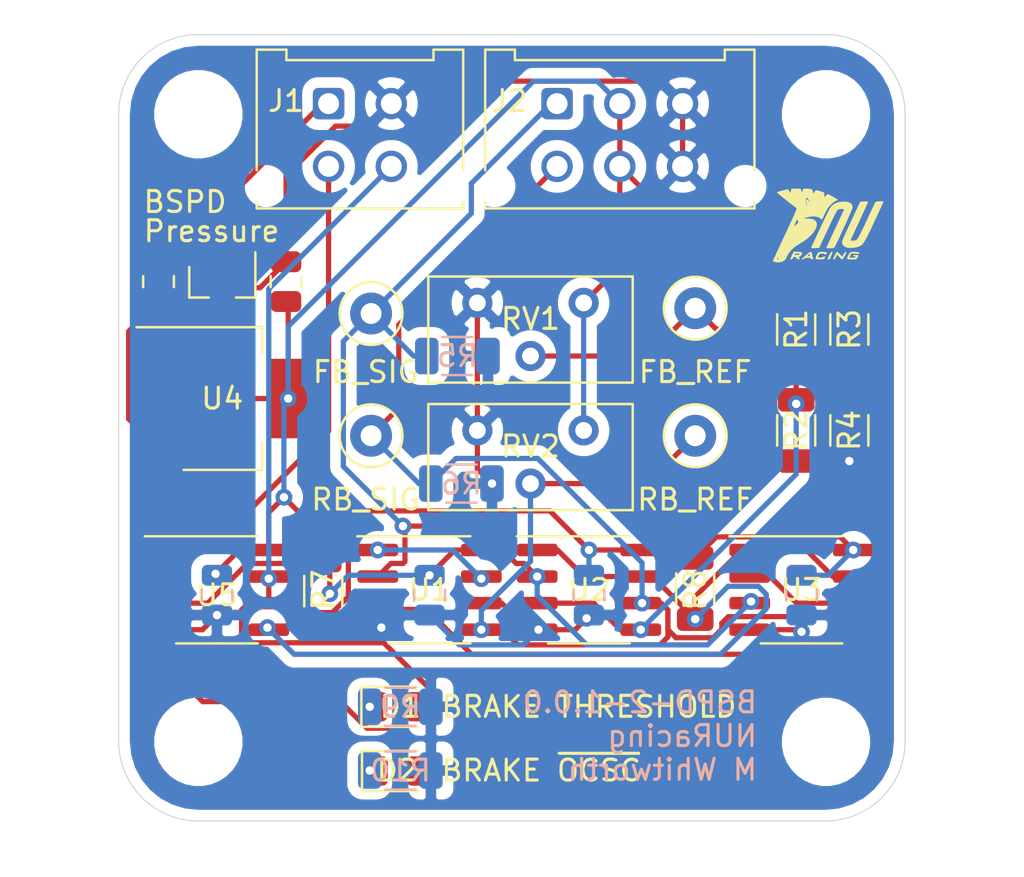
<source format=kicad_pcb>
(kicad_pcb (version 20171130) (host pcbnew "(5.1.6)-1")

  (general
    (thickness 1.6)
    (drawings 11)
    (tracks 254)
    (zones 0)
    (modules 37)
    (nets 17)
  )

  (page A4)
  (layers
    (0 F.Cu signal)
    (31 B.Cu signal)
    (32 B.Adhes user)
    (33 F.Adhes user)
    (34 B.Paste user)
    (35 F.Paste user)
    (36 B.SilkS user)
    (37 F.SilkS user)
    (38 B.Mask user)
    (39 F.Mask user)
    (40 Dwgs.User user)
    (41 Cmts.User user)
    (42 Eco1.User user)
    (43 Eco2.User user)
    (44 Edge.Cuts user)
    (45 Margin user)
    (46 B.CrtYd user)
    (47 F.CrtYd user)
    (48 B.Fab user)
    (49 F.Fab user)
  )

  (setup
    (last_trace_width 0.25)
    (trace_clearance 0.2)
    (zone_clearance 0.508)
    (zone_45_only no)
    (trace_min 0.2)
    (via_size 0.8)
    (via_drill 0.4)
    (via_min_size 0.4)
    (via_min_drill 0.3)
    (uvia_size 0.3)
    (uvia_drill 0.1)
    (uvias_allowed no)
    (uvia_min_size 0.2)
    (uvia_min_drill 0.1)
    (edge_width 0.05)
    (segment_width 0.2)
    (pcb_text_width 0.3)
    (pcb_text_size 1.5 1.5)
    (mod_edge_width 0.12)
    (mod_text_size 1 1)
    (mod_text_width 0.15)
    (pad_size 1.524 1.524)
    (pad_drill 0.762)
    (pad_to_mask_clearance 0.051)
    (solder_mask_min_width 0.25)
    (aux_axis_origin 0 0)
    (visible_elements 7FFFFFFF)
    (pcbplotparams
      (layerselection 0x010f0_ffffffff)
      (usegerberextensions false)
      (usegerberattributes false)
      (usegerberadvancedattributes false)
      (creategerberjobfile false)
      (excludeedgelayer true)
      (linewidth 0.100000)
      (plotframeref false)
      (viasonmask false)
      (mode 1)
      (useauxorigin false)
      (hpglpennumber 1)
      (hpglpenspeed 20)
      (hpglpendiameter 15.000000)
      (psnegative false)
      (psa4output false)
      (plotreference true)
      (plotvalue true)
      (plotinvisibletext false)
      (padsonsilk false)
      (subtractmaskfromsilk false)
      (outputformat 1)
      (mirror false)
      (drillshape 0)
      (scaleselection 1)
      (outputdirectory "BSPD_Pressure_gerbers/"))
  )

  (net 0 "")
  (net 1 GND)
  (net 2 VCC)
  (net 3 /SC)
  (net 4 /OC)
  (net 5 "Net-(C3-Pad1)")
  (net 6 /BRAKE_THRESHOLD)
  (net 7 "Net-(D1-Pad1)")
  (net 8 /BRAKE_~OCSC)
  (net 9 "Net-(D2-Pad1)")
  (net 10 +12V)
  (net 11 /BRAKE_REAR)
  (net 12 /BRAKE_FRONT)
  (net 13 "Net-(R7-Pad2)")
  (net 14 "Net-(R8-Pad2)")
  (net 15 "Net-(RV1-Pad2)")
  (net 16 "Net-(RV2-Pad2)")

  (net_class Default "This is the default net class."
    (clearance 0.2)
    (trace_width 0.25)
    (via_dia 0.8)
    (via_drill 0.4)
    (uvia_dia 0.3)
    (uvia_drill 0.1)
    (add_net +12V)
    (add_net /BRAKE_FRONT)
    (add_net /BRAKE_REAR)
    (add_net /BRAKE_THRESHOLD)
    (add_net /BRAKE_~OCSC)
    (add_net /OC)
    (add_net /SC)
    (add_net GND)
    (add_net "Net-(C3-Pad1)")
    (add_net "Net-(D1-Pad1)")
    (add_net "Net-(D2-Pad1)")
    (add_net "Net-(R7-Pad2)")
    (add_net "Net-(R8-Pad2)")
    (add_net "Net-(RV1-Pad2)")
    (add_net "Net-(RV2-Pad2)")
    (add_net VCC)
  )

  (module "Logos:NUR 5_7" locked (layer F.Cu) (tedit 0) (tstamp 60C845BB)
    (at 109.474 82.169)
    (fp_text reference G*** (at 0 0) (layer F.SilkS) hide
      (effects (font (size 1.524 1.524) (thickness 0.3)))
    )
    (fp_text value LOGO (at 0.75 0) (layer F.SilkS) hide
      (effects (font (size 1.524 1.524) (thickness 0.3)))
    )
    (fp_poly (pts (xy 2.596985 -1.165919) (xy 2.636978 -1.15664) (xy 2.6416 -1.150607) (xy 2.631218 -1.124462)
      (xy 2.601576 -1.057237) (xy 2.554932 -0.953872) (xy 2.493543 -0.819305) (xy 2.419665 -0.658476)
      (xy 2.335555 -0.476324) (xy 2.24347 -0.277788) (xy 2.20345 -0.191757) (xy 2.083705 0.064466)
      (xy 1.982178 0.278552) (xy 1.896177 0.454661) (xy 1.823011 0.596954) (xy 1.759988 0.709591)
      (xy 1.704415 0.796732) (xy 1.653603 0.862538) (xy 1.604858 0.911168) (xy 1.55549 0.946784)
      (xy 1.502806 0.973544) (xy 1.444115 0.995611) (xy 1.432807 0.999372) (xy 1.290318 1.034578)
      (xy 1.138588 1.053087) (xy 0.999252 1.052949) (xy 0.935636 1.044196) (xy 0.807992 0.999884)
      (xy 0.720461 0.930912) (xy 0.67588 0.841024) (xy 0.677087 0.733967) (xy 0.683083 0.710791)
      (xy 0.699639 0.668135) (xy 0.735326 0.585166) (xy 0.787598 0.467513) (xy 0.853908 0.320805)
      (xy 0.931708 0.150672) (xy 1.018452 -0.037258) (xy 1.111594 -0.237354) (xy 1.12551 -0.267109)
      (xy 1.541342 -1.1557) (xy 1.723171 -1.163163) (xy 1.827977 -1.164276) (xy 1.887097 -1.156644)
      (xy 1.905 -1.140448) (xy 1.894577 -1.111438) (xy 1.864857 -1.041605) (xy 1.818167 -0.936097)
      (xy 1.756828 -0.800059) (xy 1.683167 -0.638639) (xy 1.599508 -0.456983) (xy 1.508174 -0.260239)
      (xy 1.4859 -0.21248) (xy 1.39326 -0.013709) (xy 1.307721 0.170446) (xy 1.231594 0.334962)
      (xy 1.167191 0.474813) (xy 1.116825 0.584975) (xy 1.082808 0.660423) (xy 1.067452 0.696133)
      (xy 1.0668 0.698254) (xy 1.089655 0.705651) (xy 1.148072 0.710337) (xy 1.193399 0.7112)
      (xy 1.282079 0.704983) (xy 1.344728 0.680793) (xy 1.393787 0.64135) (xy 1.429176 0.593439)
      (xy 1.483771 0.49854) (xy 1.557553 0.356687) (xy 1.650507 0.167914) (xy 1.762613 -0.067745)
      (xy 1.855304 -0.2667) (xy 1.944916 -0.459852) (xy 2.028555 -0.639035) (xy 2.103668 -0.798862)
      (xy 2.1677 -0.933943) (xy 2.218098 -1.038892) (xy 2.252308 -1.108319) (xy 2.267627 -1.13665)
      (xy 2.300543 -1.150719) (xy 2.364999 -1.161243) (xy 2.445933 -1.167658) (xy 2.528282 -1.169405)
      (xy 2.596985 -1.165919)) (layer F.SilkS) (width 0.01))
    (fp_poly (pts (xy 0.904596 -1.14324) (xy 1.029569 -1.107586) (xy 1.1136 -1.045852) (xy 1.158769 -0.956681)
      (xy 1.1684 -0.872997) (xy 1.158035 -0.839483) (xy 1.128797 -0.766122) (xy 1.08347 -0.65902)
      (xy 1.024838 -0.524283) (xy 0.955685 -0.368015) (xy 0.878794 -0.196324) (xy 0.79695 -0.015313)
      (xy 0.712937 0.168911) (xy 0.629538 0.350242) (xy 0.549538 0.522575) (xy 0.475721 0.679805)
      (xy 0.41087 0.815826) (xy 0.357769 0.924532) (xy 0.319203 0.999818) (xy 0.298386 1.03505)
      (xy 0.265004 1.049345) (xy 0.200299 1.059864) (xy 0.119291 1.066095) (xy 0.037002 1.067531)
      (xy -0.03155 1.06366) (xy -0.071342 1.053973) (xy -0.075871 1.04775) (xy -0.065385 1.021294)
      (xy -0.03561 0.953871) (xy 0.011155 0.850499) (xy 0.072611 0.716195) (xy 0.146459 0.555978)
      (xy 0.2304 0.374864) (xy 0.322136 0.177872) (xy 0.351827 0.1143) (xy 0.779195 -0.8001)
      (xy 0.651648 -0.807939) (xy 0.551581 -0.805749) (xy 0.480857 -0.781847) (xy 0.461327 -0.768909)
      (xy 0.431728 -0.731882) (xy 0.384011 -0.651219) (xy 0.317864 -0.526305) (xy 0.232971 -0.356524)
      (xy 0.12902 -0.141262) (xy 0.005696 0.120097) (xy -0.01576 0.16603) (xy -0.430071 1.0541)
      (xy -0.623924 1.061563) (xy -0.717494 1.062421) (xy -0.782606 1.057543) (xy -0.809027 1.047803)
      (xy -0.808938 1.045737) (xy -0.796583 1.018392) (xy -0.764982 0.950008) (xy -0.716449 0.845548)
      (xy -0.653296 0.709972) (xy -0.577833 0.548242) (xy -0.492375 0.365319) (xy -0.399231 0.166164)
      (xy -0.357434 0.076861) (xy -0.222188 -0.209656) (xy -0.106462 -0.449709) (xy -0.010293 -0.643229)
      (xy 0.066284 -0.790144) (xy 0.123232 -0.890385) (xy 0.160516 -0.943879) (xy 0.163112 -0.946605)
      (xy 0.306207 -1.054786) (xy 0.480007 -1.123435) (xy 0.68547 -1.1529) (xy 0.7366 -1.154167)
      (xy 0.904596 -1.14324)) (layer F.SilkS) (width 0.01))
    (fp_poly (pts (xy 1.301875 1.249845) (xy 1.401077 1.256178) (xy 1.459553 1.266922) (xy 1.487341 1.284678)
      (xy 1.493399 1.299445) (xy 1.492051 1.320037) (xy 1.471849 1.331126) (xy 1.423312 1.334066)
      (xy 1.336958 1.330214) (xy 1.296818 1.327565) (xy 1.202227 1.32259) (xy 1.130806 1.321705)
      (xy 1.094475 1.324956) (xy 1.0922 1.326768) (xy 1.083283 1.356555) (xy 1.061132 1.414106)
      (xy 1.053759 1.431998) (xy 1.015318 1.524) (xy 1.168059 1.524) (xy 1.256662 1.521085)
      (xy 1.304282 1.510751) (xy 1.320482 1.490611) (xy 1.3208 1.4859) (xy 1.298719 1.455257)
      (xy 1.2573 1.4478) (xy 1.209565 1.439105) (xy 1.1938 1.4224) (xy 1.216644 1.40791)
      (xy 1.275052 1.398714) (xy 1.3208 1.397) (xy 1.393237 1.400427) (xy 1.439176 1.40919)
      (xy 1.447705 1.41605) (xy 1.43551 1.44832) (xy 1.405481 1.503943) (xy 1.397278 1.51765)
      (xy 1.346946 1.6002) (xy 1.130673 1.6002) (xy 1.020314 1.598242) (xy 0.952828 1.591529)
      (xy 0.92041 1.578803) (xy 0.9144 1.565328) (xy 0.927293 1.505867) (xy 0.959634 1.427934)
      (xy 1.001909 1.349836) (xy 1.044608 1.289881) (xy 1.068233 1.269232) (xy 1.117923 1.256836)
      (xy 1.20064 1.249845) (xy 1.298767 1.249723) (xy 1.301875 1.249845)) (layer F.SilkS) (width 0.01))
    (fp_poly (pts (xy 0.863515 1.266824) (xy 0.8636 1.270724) (xy 0.851668 1.315904) (xy 0.821201 1.383573)
      (xy 0.780189 1.459778) (xy 0.736622 1.530567) (xy 0.698493 1.581988) (xy 0.674893 1.6002)
      (xy 0.640264 1.582294) (xy 0.586442 1.535802) (xy 0.536465 1.483354) (xy 0.433613 1.366508)
      (xy 0.376845 1.483354) (xy 0.336834 1.550345) (xy 0.297533 1.592412) (xy 0.267192 1.603459)
      (xy 0.254061 1.577396) (xy 0.254 1.574075) (xy 0.264805 1.537099) (xy 0.292344 1.47417)
      (xy 0.3293 1.399391) (xy 0.368356 1.326863) (xy 0.402196 1.270688) (xy 0.423502 1.244971)
      (xy 0.424943 1.2446) (xy 0.450797 1.261141) (xy 0.501159 1.304428) (xy 0.562727 1.362768)
      (xy 0.6827 1.480937) (xy 0.740111 1.362768) (xy 0.780312 1.295253) (xy 0.819714 1.252706)
      (xy 0.850166 1.241204) (xy 0.863515 1.266824)) (layer F.SilkS) (width 0.01))
    (fp_poly (pts (xy 0.20546 1.249003) (xy 0.21004 1.269038) (xy 0.195236 1.31494) (xy 0.162438 1.39065)
      (xy 0.125898 1.472493) (xy 0.097009 1.537913) (xy 0.083841 1.56845) (xy 0.057463 1.589719)
      (xy 0.015054 1.600887) (xy -0.019029 1.597598) (xy -0.0254 1.58798) (xy -0.014965 1.56086)
      (xy 0.012547 1.500719) (xy 0.051445 1.419949) (xy 0.056251 1.41018) (xy 0.113547 1.307341)
      (xy 0.159916 1.253543) (xy 0.182931 1.2446) (xy 0.20546 1.249003)) (layer F.SilkS) (width 0.01))
    (fp_poly (pts (xy -0.214842 1.249524) (xy -0.129736 1.256024) (xy -0.083906 1.267338) (xy -0.065828 1.287928)
      (xy -0.0635 1.3081) (xy -0.083965 1.353128) (xy -0.12347 1.367386) (xy -0.165157 1.365511)
      (xy -0.166421 1.348336) (xy -0.177103 1.330244) (xy -0.237482 1.321613) (xy -0.277249 1.3208)
      (xy -0.355726 1.323888) (xy -0.401096 1.338424) (xy -0.430932 1.372309) (xy -0.443848 1.395738)
      (xy -0.470688 1.455114) (xy -0.482568 1.496186) (xy -0.4826 1.497338) (xy -0.460801 1.515783)
      (xy -0.4071 1.523285) (xy -0.33904 1.520549) (xy -0.274166 1.508281) (xy -0.230023 1.487187)
      (xy -0.23002 1.487184) (xy -0.181258 1.46152) (xy -0.151336 1.475288) (xy -0.152305 1.517577)
      (xy -0.166932 1.544307) (xy -0.193572 1.573612) (xy -0.231049 1.590523) (xy -0.292581 1.598299)
      (xy -0.391386 1.600199) (xy -0.393642 1.6002) (xy -0.486359 1.597337) (xy -0.557674 1.589785)
      (xy -0.593806 1.579091) (xy -0.595212 1.577532) (xy -0.593079 1.543988) (xy -0.573379 1.479745)
      (xy -0.546512 1.413066) (xy -0.50617 1.331868) (xy -0.463956 1.281098) (xy -0.407465 1.25464)
      (xy -0.324294 1.246378) (xy -0.214842 1.249524)) (layer F.SilkS) (width 0.01))
    (fp_poly (pts (xy -0.801821 1.263835) (xy -0.77649 1.325088) (xy -0.760818 1.389998) (xy -0.742313 1.474647)
      (xy -0.726111 1.541108) (xy -0.718199 1.567798) (xy -0.727698 1.594101) (xy -0.76008 1.6002)
      (xy -0.810075 1.584426) (xy -0.829015 1.5621) (xy -0.857716 1.537152) (xy -0.924258 1.525483)
      (xy -0.977508 1.524) (xy -1.080876 1.532645) (xy -1.139307 1.558135) (xy -1.143 1.5621)
      (xy -1.193223 1.593313) (xy -1.228661 1.599286) (xy -1.261909 1.596201) (xy -1.260247 1.581991)
      (xy -1.221481 1.546689) (xy -1.216096 1.542136) (xy -1.162579 1.496527) (xy -1.105857 1.4478)
      (xy -0.999456 1.4478) (xy -0.931528 1.4478) (xy -0.880987 1.438832) (xy -0.864287 1.402446)
      (xy -0.8636 1.3843) (xy -0.866441 1.336504) (xy -0.871873 1.3208) (xy -0.892924 1.337302)
      (xy -0.933548 1.377692) (xy -0.9398 1.3843) (xy -0.999456 1.4478) (xy -1.105857 1.4478)
      (xy -1.087369 1.431919) (xy -1.010158 1.36525) (xy -0.936233 1.30576) (xy -0.872718 1.262665)
      (xy -0.832581 1.244691) (xy -0.830913 1.2446) (xy -0.801821 1.263835)) (layer F.SilkS) (width 0.01))
    (fp_poly (pts (xy -1.366845 1.248) (xy -1.294318 1.257026) (xy -1.257643 1.269917) (xy -1.256408 1.271443)
      (xy -1.246983 1.329488) (xy -1.273152 1.393729) (xy -1.325939 1.445988) (xy -1.348464 1.457843)
      (xy -1.397702 1.482341) (xy -1.405076 1.502559) (xy -1.385679 1.522855) (xy -1.349673 1.565685)
      (xy -1.361292 1.592396) (xy -1.409115 1.6002) (xy -1.476228 1.576615) (xy -1.513636 1.5367)
      (xy -1.558838 1.490744) (xy -1.603666 1.4732) (xy -1.649765 1.494525) (xy -1.681022 1.5367)
      (xy -1.717936 1.583787) (xy -1.756678 1.6002) (xy -1.795764 1.596031) (xy -1.8034 1.591013)
      (xy -1.793685 1.565118) (xy -1.76806 1.505336) (xy -1.731806 1.423946) (xy -1.726948 1.413213)
      (xy -1.713273 1.383053) (xy -1.611072 1.383053) (xy -1.584834 1.393198) (xy -1.521158 1.393396)
      (xy -1.493955 1.391967) (xy -1.41298 1.381504) (xy -1.362223 1.363365) (xy -1.35243 1.35255)
      (xy -1.365851 1.331333) (xy -1.412744 1.320263) (xy -1.476908 1.318859) (xy -1.542141 1.326636)
      (xy -1.592239 1.343113) (xy -1.609891 1.360217) (xy -1.611072 1.383053) (xy -1.713273 1.383053)
      (xy -1.650495 1.2446) (xy -1.461747 1.2446) (xy -1.366845 1.248)) (layer F.SilkS) (width 0.01))
    (fp_poly (pts (xy -1.530321 -1.772607) (xy -1.312499 -1.7653) (xy -1.282562 -1.6764) (xy -1.252626 -1.5875)
      (xy -1.218111 -1.682751) (xy -1.193424 -1.741316) (xy -1.163721 -1.768806) (xy -1.110871 -1.776552)
      (xy -1.068048 -1.776537) (xy -0.968749 -1.771276) (xy -0.8697 -1.760124) (xy -0.851642 -1.757176)
      (xy -0.788287 -1.74205) (xy -0.75475 -1.715511) (xy -0.735793 -1.661451) (xy -0.7286 -1.627101)
      (xy -0.706416 -1.514922) (xy -0.653016 -1.608361) (xy -0.620671 -1.659358) (xy -0.587847 -1.687523)
      (xy -0.543098 -1.694183) (xy -0.474979 -1.680663) (xy -0.372043 -1.648287) (xy -0.3556 -1.642794)
      (xy -0.1905 -1.5875) (xy -0.182524 -1.476145) (xy -0.174547 -1.364789) (xy -0.093154 -1.443677)
      (xy -0.011762 -1.522566) (xy 0.222719 -1.392093) (xy 0.318994 -1.337094) (xy 0.39611 -1.29032)
      (xy 0.444835 -1.257543) (xy 0.4572 -1.245513) (xy 0.435753 -1.2276) (xy 0.382281 -1.202684)
      (xy 0.36204 -1.194996) (xy 0.298513 -1.160093) (xy 0.216545 -1.098741) (xy 0.131334 -1.022556)
      (xy 0.11439 -1.005699) (xy 0.03947 -0.9245) (xy -0.021281 -0.844118) (xy -0.0769 -0.750314)
      (xy -0.136426 -0.62885) (xy -0.1651 -0.56541) (xy -0.218437 -0.44692) (xy -0.256042 -0.368889)
      (xy -0.282261 -0.325113) (xy -0.301435 -0.309385) (xy -0.317908 -0.3155) (xy -0.3302 -0.329509)
      (xy -0.410687 -0.395055) (xy -0.527744 -0.437117) (xy -0.67227 -0.454458) (xy -0.835164 -0.445838)
      (xy -0.978914 -0.417791) (xy -1.057805 -0.394629) (xy -1.119249 -0.37203) (xy -1.156044 -0.353773)
      (xy -1.16099 -0.343636) (xy -1.126884 -0.345397) (xy -1.111801 -0.348065) (xy -1.057306 -0.350349)
      (xy -0.970683 -0.345503) (xy -0.869942 -0.334577) (xy -0.862225 -0.333529) (xy -0.758601 -0.316575)
      (xy -0.690096 -0.296412) (xy -0.641122 -0.266779) (xy -0.603251 -0.229518) (xy -0.551518 -0.150234)
      (xy -0.535822 -0.061966) (xy -0.55633 0.044151) (xy -0.610853 0.172282) (xy -0.702176 0.314697)
      (xy -0.833734 0.463145) (xy -0.99692 0.609696) (xy -1.183125 0.746419) (xy -1.333532 0.8382)
      (xy -1.550725 0.973722) (xy -1.723293 1.114492) (xy -1.857406 1.266522) (xy -1.959235 1.435827)
      (xy -1.970046 1.458602) (xy -2.018899 1.558461) (xy -2.059192 1.622497) (xy -2.10019 1.662454)
      (xy -2.151159 1.690081) (xy -2.153408 1.691042) (xy -2.269713 1.727156) (xy -2.390813 1.743096)
      (xy -2.499293 1.737857) (xy -2.570128 1.715132) (xy -2.638355 1.676478) (xy -2.568284 1.525183)
      (xy -2.433232 1.525183) (xy -2.423602 1.586813) (xy -2.423382 1.587693) (xy -2.408641 1.632717)
      (xy -2.393768 1.632872) (xy -2.38204 1.614761) (xy -2.374947 1.559308) (xy -2.389214 1.534756)
      (xy -2.421421 1.507292) (xy -2.433232 1.525183) (xy -2.568284 1.525183) (xy -2.541285 1.466889)
      (xy -2.509982 1.399538) (xy -2.459899 1.292081) (xy -2.393793 1.150419) (xy -2.314421 0.980455)
      (xy -2.22454 0.78809) (xy -2.126905 0.579226) (xy -2.024274 0.359766) (xy -1.958391 0.218931)
      (xy -1.863911 0.016508) (xy -1.6256 0.016508) (xy -1.607893 0.009884) (xy -1.562474 -0.021315)
      (xy -1.524 -0.0508) (xy -1.465825 -0.102311) (xy -1.429231 -0.145174) (xy -1.422747 -0.160885)
      (xy -1.430714 -0.218821) (xy -1.448478 -0.273419) (xy -1.468688 -0.303552) (xy -1.472843 -0.3048)
      (xy -1.489735 -0.283782) (xy -1.519271 -0.230424) (xy -1.554537 -0.159269) (xy -1.588618 -0.08486)
      (xy -1.614601 -0.021742) (xy -1.62557 0.015542) (xy -1.6256 0.016508) (xy -1.863911 0.016508)
      (xy -1.841559 -0.03138) (xy -1.74507 -0.239678) (xy -1.667324 -0.409764) (xy -1.606722 -0.545442)
      (xy -1.561666 -0.650516) (xy -1.530556 -0.728788) (xy -1.511794 -0.784061) (xy -1.50378 -0.820138)
      (xy -1.504916 -0.840824) (xy -1.509871 -0.847869) (xy -1.682524 -0.980417) (xy -1.848189 -1.109402)
      (xy -1.927033 -1.171671) (xy -1.065376 -1.171671) (xy -1.058714 -1.085618) (xy -1.045183 -1.014916)
      (xy -1.04069 -1.001431) (xy -1.01851 -0.956647) (xy -1.001879 -0.945455) (xy -1.000751 -0.975617)
      (xy -1.01529 -1.026831) (xy -1.032764 -1.094264) (xy -1.040329 -1.167819) (xy -1.037812 -1.230891)
      (xy -1.025037 -1.266875) (xy -1.01785 -1.27) (xy -0.989011 -1.252121) (xy -0.941966 -1.206608)
      (xy -0.913618 -1.17475) (xy -0.869779 -1.126067) (xy -0.85472 -1.117872) (xy -0.864156 -1.143)
      (xy -0.908007 -1.219828) (xy -0.957672 -1.288913) (xy -1.003851 -1.339085) (xy -1.037245 -1.359175)
      (xy -1.043056 -1.357877) (xy -1.057656 -1.324206) (xy -1.065059 -1.256669) (xy -1.065376 -1.171671)
      (xy -1.927033 -1.171671) (xy -2.002325 -1.231134) (xy -2.14039 -1.341919) (xy -2.257845 -1.438067)
      (xy -2.350146 -1.515887) (xy -2.412753 -1.571686) (xy -2.441124 -1.601773) (xy -2.442058 -1.605625)
      (xy -2.41157 -1.618868) (xy -2.342876 -1.640181) (xy -2.247276 -1.666237) (xy -2.171356 -1.685286)
      (xy -1.9177 -1.746824) (xy -1.863386 -1.65865) (xy -1.826188 -1.605115) (xy -1.801468 -1.594542)
      (xy -1.782514 -1.629535) (xy -1.766059 -1.696407) (xy -1.748144 -1.779913) (xy -1.530321 -1.772607)) (layer F.SilkS) (width 0.01))
  )

  (module Package_SO:SOIC-8_3.9x4.9mm_P1.27mm (layer F.Cu) (tedit 5D9F72B1) (tstamp 60C4EB85)
    (at 80.264 99.568)
    (descr "SOIC, 8 Pin (JEDEC MS-012AA, https://www.analog.com/media/en/package-pcb-resources/package/pkg_pdf/soic_narrow-r/r_8.pdf), generated with kicad-footprint-generator ipc_gullwing_generator.py")
    (tags "SOIC SO")
    (path /60CA2C89)
    (attr smd)
    (fp_text reference U5 (at 0 0.254) (layer F.SilkS)
      (effects (font (size 1 1) (thickness 0.15)))
    )
    (fp_text value MCP6002-xSN (at 0 3.4) (layer F.Fab)
      (effects (font (size 1 1) (thickness 0.15)))
    )
    (fp_line (start 3.7 -2.7) (end -3.7 -2.7) (layer F.CrtYd) (width 0.05))
    (fp_line (start 3.7 2.7) (end 3.7 -2.7) (layer F.CrtYd) (width 0.05))
    (fp_line (start -3.7 2.7) (end 3.7 2.7) (layer F.CrtYd) (width 0.05))
    (fp_line (start -3.7 -2.7) (end -3.7 2.7) (layer F.CrtYd) (width 0.05))
    (fp_line (start -1.95 -1.475) (end -0.975 -2.45) (layer F.Fab) (width 0.1))
    (fp_line (start -1.95 2.45) (end -1.95 -1.475) (layer F.Fab) (width 0.1))
    (fp_line (start 1.95 2.45) (end -1.95 2.45) (layer F.Fab) (width 0.1))
    (fp_line (start 1.95 -2.45) (end 1.95 2.45) (layer F.Fab) (width 0.1))
    (fp_line (start -0.975 -2.45) (end 1.95 -2.45) (layer F.Fab) (width 0.1))
    (fp_line (start 0 -2.56) (end -3.45 -2.56) (layer F.SilkS) (width 0.12))
    (fp_line (start 0 -2.56) (end 1.95 -2.56) (layer F.SilkS) (width 0.12))
    (fp_line (start 0 2.56) (end -1.95 2.56) (layer F.SilkS) (width 0.12))
    (fp_line (start 0 2.56) (end 1.95 2.56) (layer F.SilkS) (width 0.12))
    (fp_text user %R (at 0 0) (layer F.Fab)
      (effects (font (size 0.98 0.98) (thickness 0.15)))
    )
    (pad 8 smd roundrect (at 2.475 -1.905) (size 1.95 0.6) (layers F.Cu F.Paste F.Mask) (roundrect_rratio 0.25)
      (net 2 VCC))
    (pad 7 smd roundrect (at 2.475 -0.635) (size 1.95 0.6) (layers F.Cu F.Paste F.Mask) (roundrect_rratio 0.25)
      (net 8 /BRAKE_~OCSC))
    (pad 6 smd roundrect (at 2.475 0.635) (size 1.95 0.6) (layers F.Cu F.Paste F.Mask) (roundrect_rratio 0.25)
      (net 8 /BRAKE_~OCSC))
    (pad 5 smd roundrect (at 2.475 1.905) (size 1.95 0.6) (layers F.Cu F.Paste F.Mask) (roundrect_rratio 0.25)
      (net 14 "Net-(R8-Pad2)"))
    (pad 4 smd roundrect (at -2.475 1.905) (size 1.95 0.6) (layers F.Cu F.Paste F.Mask) (roundrect_rratio 0.25)
      (net 1 GND))
    (pad 3 smd roundrect (at -2.475 0.635) (size 1.95 0.6) (layers F.Cu F.Paste F.Mask) (roundrect_rratio 0.25)
      (net 13 "Net-(R7-Pad2)"))
    (pad 2 smd roundrect (at -2.475 -0.635) (size 1.95 0.6) (layers F.Cu F.Paste F.Mask) (roundrect_rratio 0.25)
      (net 6 /BRAKE_THRESHOLD))
    (pad 1 smd roundrect (at -2.475 -1.905) (size 1.95 0.6) (layers F.Cu F.Paste F.Mask) (roundrect_rratio 0.25)
      (net 6 /BRAKE_THRESHOLD))
    (model ${KISYS3DMOD}/Package_SO.3dshapes/SOIC-8_3.9x4.9mm_P1.27mm.wrl
      (at (xyz 0 0 0))
      (scale (xyz 1 1 1))
      (rotate (xyz 0 0 0))
    )
  )

  (module Package_TO_SOT_SMD:SOT-223-3_TabPin2 (layer F.Cu) (tedit 5A02FF57) (tstamp 60C4EB6B)
    (at 80.518 90.424)
    (descr "module CMS SOT223 4 pins")
    (tags "CMS SOT")
    (path /60C9A2D8)
    (attr smd)
    (fp_text reference U4 (at 0 0) (layer F.SilkS)
      (effects (font (size 1 1) (thickness 0.15)))
    )
    (fp_text value LM1117-5.0 (at 0 4.5) (layer F.Fab)
      (effects (font (size 1 1) (thickness 0.15)))
    )
    (fp_line (start 1.85 -3.35) (end 1.85 3.35) (layer F.Fab) (width 0.1))
    (fp_line (start -1.85 3.35) (end 1.85 3.35) (layer F.Fab) (width 0.1))
    (fp_line (start -4.1 -3.41) (end 1.91 -3.41) (layer F.SilkS) (width 0.12))
    (fp_line (start -0.85 -3.35) (end 1.85 -3.35) (layer F.Fab) (width 0.1))
    (fp_line (start -1.85 3.41) (end 1.91 3.41) (layer F.SilkS) (width 0.12))
    (fp_line (start -1.85 -2.35) (end -1.85 3.35) (layer F.Fab) (width 0.1))
    (fp_line (start -1.85 -2.35) (end -0.85 -3.35) (layer F.Fab) (width 0.1))
    (fp_line (start -4.4 -3.6) (end -4.4 3.6) (layer F.CrtYd) (width 0.05))
    (fp_line (start -4.4 3.6) (end 4.4 3.6) (layer F.CrtYd) (width 0.05))
    (fp_line (start 4.4 3.6) (end 4.4 -3.6) (layer F.CrtYd) (width 0.05))
    (fp_line (start 4.4 -3.6) (end -4.4 -3.6) (layer F.CrtYd) (width 0.05))
    (fp_line (start 1.91 -3.41) (end 1.91 -2.15) (layer F.SilkS) (width 0.12))
    (fp_line (start 1.91 3.41) (end 1.91 2.15) (layer F.SilkS) (width 0.12))
    (fp_text user %R (at 0 0 90) (layer F.Fab)
      (effects (font (size 0.8 0.8) (thickness 0.12)))
    )
    (pad 1 smd rect (at -3.15 -2.3) (size 2 1.5) (layers F.Cu F.Paste F.Mask)
      (net 1 GND))
    (pad 3 smd rect (at -3.15 2.3) (size 2 1.5) (layers F.Cu F.Paste F.Mask)
      (net 5 "Net-(C3-Pad1)"))
    (pad 2 smd rect (at -3.15 0) (size 2 1.5) (layers F.Cu F.Paste F.Mask)
      (net 2 VCC))
    (pad 2 smd rect (at 3.15 0) (size 2 3.8) (layers F.Cu F.Paste F.Mask)
      (net 2 VCC))
    (model ${KISYS3DMOD}/Package_TO_SOT_SMD.3dshapes/SOT-223.wrl
      (at (xyz 0 0 0))
      (scale (xyz 1 1 1))
      (rotate (xyz 0 0 0))
    )
  )

  (module Package_SO:SOIC-8_3.9x4.9mm_P1.27mm (layer F.Cu) (tedit 5D9F72B1) (tstamp 60C4EB55)
    (at 108.204 99.568)
    (descr "SOIC, 8 Pin (JEDEC MS-012AA, https://www.analog.com/media/en/package-pcb-resources/package/pkg_pdf/soic_narrow-r/r_8.pdf), generated with kicad-footprint-generator ipc_gullwing_generator.py")
    (tags "SOIC SO")
    (path /60C9C8FE)
    (attr smd)
    (fp_text reference U3 (at 0 0) (layer F.SilkS)
      (effects (font (size 1 1) (thickness 0.15)))
    )
    (fp_text value LM393 (at 0 3.4) (layer F.Fab)
      (effects (font (size 1 1) (thickness 0.15)))
    )
    (fp_line (start 3.7 -2.7) (end -3.7 -2.7) (layer F.CrtYd) (width 0.05))
    (fp_line (start 3.7 2.7) (end 3.7 -2.7) (layer F.CrtYd) (width 0.05))
    (fp_line (start -3.7 2.7) (end 3.7 2.7) (layer F.CrtYd) (width 0.05))
    (fp_line (start -3.7 -2.7) (end -3.7 2.7) (layer F.CrtYd) (width 0.05))
    (fp_line (start -1.95 -1.475) (end -0.975 -2.45) (layer F.Fab) (width 0.1))
    (fp_line (start -1.95 2.45) (end -1.95 -1.475) (layer F.Fab) (width 0.1))
    (fp_line (start 1.95 2.45) (end -1.95 2.45) (layer F.Fab) (width 0.1))
    (fp_line (start 1.95 -2.45) (end 1.95 2.45) (layer F.Fab) (width 0.1))
    (fp_line (start -0.975 -2.45) (end 1.95 -2.45) (layer F.Fab) (width 0.1))
    (fp_line (start 0 -2.56) (end -3.45 -2.56) (layer F.SilkS) (width 0.12))
    (fp_line (start 0 -2.56) (end 1.95 -2.56) (layer F.SilkS) (width 0.12))
    (fp_line (start 0 2.56) (end -1.95 2.56) (layer F.SilkS) (width 0.12))
    (fp_line (start 0 2.56) (end 1.95 2.56) (layer F.SilkS) (width 0.12))
    (fp_text user %R (at 0 0) (layer F.Fab)
      (effects (font (size 0.98 0.98) (thickness 0.15)))
    )
    (pad 8 smd roundrect (at 2.475 -1.905) (size 1.95 0.6) (layers F.Cu F.Paste F.Mask) (roundrect_rratio 0.25)
      (net 2 VCC))
    (pad 7 smd roundrect (at 2.475 -0.635) (size 1.95 0.6) (layers F.Cu F.Paste F.Mask) (roundrect_rratio 0.25)
      (net 14 "Net-(R8-Pad2)"))
    (pad 6 smd roundrect (at 2.475 0.635) (size 1.95 0.6) (layers F.Cu F.Paste F.Mask) (roundrect_rratio 0.25)
      (net 4 /OC))
    (pad 5 smd roundrect (at 2.475 1.905) (size 1.95 0.6) (layers F.Cu F.Paste F.Mask) (roundrect_rratio 0.25)
      (net 11 /BRAKE_REAR))
    (pad 4 smd roundrect (at -2.475 1.905) (size 1.95 0.6) (layers F.Cu F.Paste F.Mask) (roundrect_rratio 0.25)
      (net 1 GND))
    (pad 3 smd roundrect (at -2.475 0.635) (size 1.95 0.6) (layers F.Cu F.Paste F.Mask) (roundrect_rratio 0.25)
      (net 12 /BRAKE_FRONT))
    (pad 2 smd roundrect (at -2.475 -0.635) (size 1.95 0.6) (layers F.Cu F.Paste F.Mask) (roundrect_rratio 0.25)
      (net 4 /OC))
    (pad 1 smd roundrect (at -2.475 -1.905) (size 1.95 0.6) (layers F.Cu F.Paste F.Mask) (roundrect_rratio 0.25)
      (net 14 "Net-(R8-Pad2)"))
    (model ${KISYS3DMOD}/Package_SO.3dshapes/SOIC-8_3.9x4.9mm_P1.27mm.wrl
      (at (xyz 0 0 0))
      (scale (xyz 1 1 1))
      (rotate (xyz 0 0 0))
    )
  )

  (module Package_SO:SOIC-8_3.9x4.9mm_P1.27mm (layer F.Cu) (tedit 5D9F72B1) (tstamp 60C4EB3B)
    (at 98.044 99.568)
    (descr "SOIC, 8 Pin (JEDEC MS-012AA, https://www.analog.com/media/en/package-pcb-resources/package/pkg_pdf/soic_narrow-r/r_8.pdf), generated with kicad-footprint-generator ipc_gullwing_generator.py")
    (tags "SOIC SO")
    (path /60C9BF55)
    (attr smd)
    (fp_text reference U2 (at 0 0) (layer F.SilkS)
      (effects (font (size 1 1) (thickness 0.15)))
    )
    (fp_text value LM393 (at 0 3.4) (layer F.Fab)
      (effects (font (size 1 1) (thickness 0.15)))
    )
    (fp_line (start 3.7 -2.7) (end -3.7 -2.7) (layer F.CrtYd) (width 0.05))
    (fp_line (start 3.7 2.7) (end 3.7 -2.7) (layer F.CrtYd) (width 0.05))
    (fp_line (start -3.7 2.7) (end 3.7 2.7) (layer F.CrtYd) (width 0.05))
    (fp_line (start -3.7 -2.7) (end -3.7 2.7) (layer F.CrtYd) (width 0.05))
    (fp_line (start -1.95 -1.475) (end -0.975 -2.45) (layer F.Fab) (width 0.1))
    (fp_line (start -1.95 2.45) (end -1.95 -1.475) (layer F.Fab) (width 0.1))
    (fp_line (start 1.95 2.45) (end -1.95 2.45) (layer F.Fab) (width 0.1))
    (fp_line (start 1.95 -2.45) (end 1.95 2.45) (layer F.Fab) (width 0.1))
    (fp_line (start -0.975 -2.45) (end 1.95 -2.45) (layer F.Fab) (width 0.1))
    (fp_line (start 0 -2.56) (end -3.45 -2.56) (layer F.SilkS) (width 0.12))
    (fp_line (start 0 -2.56) (end 1.95 -2.56) (layer F.SilkS) (width 0.12))
    (fp_line (start 0 2.56) (end -1.95 2.56) (layer F.SilkS) (width 0.12))
    (fp_line (start 0 2.56) (end 1.95 2.56) (layer F.SilkS) (width 0.12))
    (fp_text user %R (at 0 0) (layer F.Fab)
      (effects (font (size 0.98 0.98) (thickness 0.15)))
    )
    (pad 8 smd roundrect (at 2.475 -1.905) (size 1.95 0.6) (layers F.Cu F.Paste F.Mask) (roundrect_rratio 0.25)
      (net 2 VCC))
    (pad 7 smd roundrect (at 2.475 -0.635) (size 1.95 0.6) (layers F.Cu F.Paste F.Mask) (roundrect_rratio 0.25)
      (net 14 "Net-(R8-Pad2)"))
    (pad 6 smd roundrect (at 2.475 0.635) (size 1.95 0.6) (layers F.Cu F.Paste F.Mask) (roundrect_rratio 0.25)
      (net 11 /BRAKE_REAR))
    (pad 5 smd roundrect (at 2.475 1.905) (size 1.95 0.6) (layers F.Cu F.Paste F.Mask) (roundrect_rratio 0.25)
      (net 3 /SC))
    (pad 4 smd roundrect (at -2.475 1.905) (size 1.95 0.6) (layers F.Cu F.Paste F.Mask) (roundrect_rratio 0.25)
      (net 1 GND))
    (pad 3 smd roundrect (at -2.475 0.635) (size 1.95 0.6) (layers F.Cu F.Paste F.Mask) (roundrect_rratio 0.25)
      (net 3 /SC))
    (pad 2 smd roundrect (at -2.475 -0.635) (size 1.95 0.6) (layers F.Cu F.Paste F.Mask) (roundrect_rratio 0.25)
      (net 12 /BRAKE_FRONT))
    (pad 1 smd roundrect (at -2.475 -1.905) (size 1.95 0.6) (layers F.Cu F.Paste F.Mask) (roundrect_rratio 0.25)
      (net 14 "Net-(R8-Pad2)"))
    (model ${KISYS3DMOD}/Package_SO.3dshapes/SOIC-8_3.9x4.9mm_P1.27mm.wrl
      (at (xyz 0 0 0))
      (scale (xyz 1 1 1))
      (rotate (xyz 0 0 0))
    )
  )

  (module Package_SO:SOIC-8_3.9x4.9mm_P1.27mm (layer F.Cu) (tedit 5D9F72B1) (tstamp 60C4EB21)
    (at 90.424 99.568)
    (descr "SOIC, 8 Pin (JEDEC MS-012AA, https://www.analog.com/media/en/package-pcb-resources/package/pkg_pdf/soic_narrow-r/r_8.pdf), generated with kicad-footprint-generator ipc_gullwing_generator.py")
    (tags "SOIC SO")
    (path /60C9B3BF)
    (attr smd)
    (fp_text reference U1 (at 0 0) (layer F.SilkS)
      (effects (font (size 1 1) (thickness 0.15)))
    )
    (fp_text value LM393 (at 0 3.4) (layer F.Fab)
      (effects (font (size 1 1) (thickness 0.15)))
    )
    (fp_line (start 3.7 -2.7) (end -3.7 -2.7) (layer F.CrtYd) (width 0.05))
    (fp_line (start 3.7 2.7) (end 3.7 -2.7) (layer F.CrtYd) (width 0.05))
    (fp_line (start -3.7 2.7) (end 3.7 2.7) (layer F.CrtYd) (width 0.05))
    (fp_line (start -3.7 -2.7) (end -3.7 2.7) (layer F.CrtYd) (width 0.05))
    (fp_line (start -1.95 -1.475) (end -0.975 -2.45) (layer F.Fab) (width 0.1))
    (fp_line (start -1.95 2.45) (end -1.95 -1.475) (layer F.Fab) (width 0.1))
    (fp_line (start 1.95 2.45) (end -1.95 2.45) (layer F.Fab) (width 0.1))
    (fp_line (start 1.95 -2.45) (end 1.95 2.45) (layer F.Fab) (width 0.1))
    (fp_line (start -0.975 -2.45) (end 1.95 -2.45) (layer F.Fab) (width 0.1))
    (fp_line (start 0 -2.56) (end -3.45 -2.56) (layer F.SilkS) (width 0.12))
    (fp_line (start 0 -2.56) (end 1.95 -2.56) (layer F.SilkS) (width 0.12))
    (fp_line (start 0 2.56) (end -1.95 2.56) (layer F.SilkS) (width 0.12))
    (fp_line (start 0 2.56) (end 1.95 2.56) (layer F.SilkS) (width 0.12))
    (fp_text user %R (at 0 0) (layer F.Fab)
      (effects (font (size 0.98 0.98) (thickness 0.15)))
    )
    (pad 8 smd roundrect (at 2.475 -1.905) (size 1.95 0.6) (layers F.Cu F.Paste F.Mask) (roundrect_rratio 0.25)
      (net 2 VCC))
    (pad 7 smd roundrect (at 2.475 -0.635) (size 1.95 0.6) (layers F.Cu F.Paste F.Mask) (roundrect_rratio 0.25)
      (net 13 "Net-(R7-Pad2)"))
    (pad 6 smd roundrect (at 2.475 0.635) (size 1.95 0.6) (layers F.Cu F.Paste F.Mask) (roundrect_rratio 0.25)
      (net 11 /BRAKE_REAR))
    (pad 5 smd roundrect (at 2.475 1.905) (size 1.95 0.6) (layers F.Cu F.Paste F.Mask) (roundrect_rratio 0.25)
      (net 16 "Net-(RV2-Pad2)"))
    (pad 4 smd roundrect (at -2.475 1.905) (size 1.95 0.6) (layers F.Cu F.Paste F.Mask) (roundrect_rratio 0.25)
      (net 1 GND))
    (pad 3 smd roundrect (at -2.475 0.635) (size 1.95 0.6) (layers F.Cu F.Paste F.Mask) (roundrect_rratio 0.25)
      (net 15 "Net-(RV1-Pad2)"))
    (pad 2 smd roundrect (at -2.475 -0.635) (size 1.95 0.6) (layers F.Cu F.Paste F.Mask) (roundrect_rratio 0.25)
      (net 12 /BRAKE_FRONT))
    (pad 1 smd roundrect (at -2.475 -1.905) (size 1.95 0.6) (layers F.Cu F.Paste F.Mask) (roundrect_rratio 0.25)
      (net 13 "Net-(R7-Pad2)"))
    (model ${KISYS3DMOD}/Package_SO.3dshapes/SOIC-8_3.9x4.9mm_P1.27mm.wrl
      (at (xyz 0 0 0))
      (scale (xyz 1 1 1))
      (rotate (xyz 0 0 0))
    )
  )

  (module TestPoint:TestPoint_Loop_D1.80mm_Drill1.0mm_Beaded (layer F.Cu) (tedit 5A0F774F) (tstamp 5E89D807)
    (at 103.124 92.202)
    (descr "wire loop with bead as test point, loop diameter 1.8mm, hole diameter 1.0mm")
    (tags "test point wire loop bead")
    (path /60E48CBF)
    (fp_text reference TP4 (at 0.7 2.5) (layer F.Fab)
      (effects (font (size 1 1) (thickness 0.15)))
    )
    (fp_text value RB_REF (at 0 3.048) (layer F.SilkS)
      (effects (font (size 1 1) (thickness 0.15)))
    )
    (fp_circle (center 0 0) (end 1.3 0) (layer F.Fab) (width 0.12))
    (fp_line (start -0.9 0.2) (end -0.9 -0.2) (layer F.Fab) (width 0.12))
    (fp_line (start 0.9 0.2) (end -0.9 0.2) (layer F.Fab) (width 0.12))
    (fp_line (start 0.9 -0.2) (end 0.9 0.2) (layer F.Fab) (width 0.12))
    (fp_line (start -0.9 -0.2) (end 0.9 -0.2) (layer F.Fab) (width 0.12))
    (fp_circle (center 0 0) (end 1.5 0) (layer F.SilkS) (width 0.12))
    (fp_circle (center 0 0) (end 1.8 0) (layer F.CrtYd) (width 0.05))
    (fp_text user %R (at 0.7 2.5) (layer F.Fab)
      (effects (font (size 1 1) (thickness 0.15)))
    )
    (pad 1 thru_hole circle (at 0 0) (size 2 2) (drill 1) (layers *.Cu *.Mask)
      (net 16 "Net-(RV2-Pad2)"))
    (model ${KISYS3DMOD}/TestPoint.3dshapes/TestPoint_Loop_D1.80mm_Drill1.0mm_Beaded.wrl
      (at (xyz 0 0 0))
      (scale (xyz 1 1 1))
      (rotate (xyz 0 0 0))
    )
  )

  (module TestPoint:TestPoint_Loop_D1.80mm_Drill1.0mm_Beaded (layer F.Cu) (tedit 5A0F774F) (tstamp 5E89D7FA)
    (at 103.124 86.106)
    (descr "wire loop with bead as test point, loop diameter 1.8mm, hole diameter 1.0mm")
    (tags "test point wire loop bead")
    (path /60E47CA0)
    (fp_text reference TP3 (at 0.7 2.5) (layer F.Fab)
      (effects (font (size 1 1) (thickness 0.15)))
    )
    (fp_text value FB_REF (at 0 3.048) (layer F.SilkS)
      (effects (font (size 1 1) (thickness 0.15)))
    )
    (fp_circle (center 0 0) (end 1.3 0) (layer F.Fab) (width 0.12))
    (fp_line (start -0.9 0.2) (end -0.9 -0.2) (layer F.Fab) (width 0.12))
    (fp_line (start 0.9 0.2) (end -0.9 0.2) (layer F.Fab) (width 0.12))
    (fp_line (start 0.9 -0.2) (end 0.9 0.2) (layer F.Fab) (width 0.12))
    (fp_line (start -0.9 -0.2) (end 0.9 -0.2) (layer F.Fab) (width 0.12))
    (fp_circle (center 0 0) (end 1.5 0) (layer F.SilkS) (width 0.12))
    (fp_circle (center 0 0) (end 1.8 0) (layer F.CrtYd) (width 0.05))
    (fp_text user %R (at 0.7 2.5) (layer F.Fab)
      (effects (font (size 1 1) (thickness 0.15)))
    )
    (pad 1 thru_hole circle (at 0 0) (size 2 2) (drill 1) (layers *.Cu *.Mask)
      (net 15 "Net-(RV1-Pad2)"))
    (model ${KISYS3DMOD}/TestPoint.3dshapes/TestPoint_Loop_D1.80mm_Drill1.0mm_Beaded.wrl
      (at (xyz 0 0 0))
      (scale (xyz 1 1 1))
      (rotate (xyz 0 0 0))
    )
  )

  (module TestPoint:TestPoint_Loop_D1.80mm_Drill1.0mm_Beaded (layer F.Cu) (tedit 5A0F774F) (tstamp 5E89D7ED)
    (at 87.63 92.202)
    (descr "wire loop with bead as test point, loop diameter 1.8mm, hole diameter 1.0mm")
    (tags "test point wire loop bead")
    (path /60E4AD6E)
    (fp_text reference TP2 (at 0.7 2.5) (layer F.Fab)
      (effects (font (size 1 1) (thickness 0.15)))
    )
    (fp_text value RB_SIG (at -0.254 3.048) (layer F.SilkS)
      (effects (font (size 1 1) (thickness 0.15)))
    )
    (fp_circle (center 0 0) (end 1.3 0) (layer F.Fab) (width 0.12))
    (fp_line (start -0.9 0.2) (end -0.9 -0.2) (layer F.Fab) (width 0.12))
    (fp_line (start 0.9 0.2) (end -0.9 0.2) (layer F.Fab) (width 0.12))
    (fp_line (start 0.9 -0.2) (end 0.9 0.2) (layer F.Fab) (width 0.12))
    (fp_line (start -0.9 -0.2) (end 0.9 -0.2) (layer F.Fab) (width 0.12))
    (fp_circle (center 0 0) (end 1.5 0) (layer F.SilkS) (width 0.12))
    (fp_circle (center 0 0) (end 1.8 0) (layer F.CrtYd) (width 0.05))
    (fp_text user %R (at 0.7 2.5) (layer F.Fab)
      (effects (font (size 1 1) (thickness 0.15)))
    )
    (pad 1 thru_hole circle (at 0 0) (size 2 2) (drill 1) (layers *.Cu *.Mask)
      (net 11 /BRAKE_REAR))
    (model ${KISYS3DMOD}/TestPoint.3dshapes/TestPoint_Loop_D1.80mm_Drill1.0mm_Beaded.wrl
      (at (xyz 0 0 0))
      (scale (xyz 1 1 1))
      (rotate (xyz 0 0 0))
    )
  )

  (module TestPoint:TestPoint_Loop_D1.80mm_Drill1.0mm_Beaded (layer F.Cu) (tedit 5A0F774F) (tstamp 5E89D7E0)
    (at 87.63 86.36)
    (descr "wire loop with bead as test point, loop diameter 1.8mm, hole diameter 1.0mm")
    (tags "test point wire loop bead")
    (path /60E4A7A0)
    (fp_text reference TP1 (at 0.7 2.5) (layer F.Fab)
      (effects (font (size 1 1) (thickness 0.15)))
    )
    (fp_text value FB_SIG (at -0.254 2.794) (layer F.SilkS)
      (effects (font (size 1 1) (thickness 0.15)))
    )
    (fp_circle (center 0 0) (end 1.3 0) (layer F.Fab) (width 0.12))
    (fp_line (start -0.9 0.2) (end -0.9 -0.2) (layer F.Fab) (width 0.12))
    (fp_line (start 0.9 0.2) (end -0.9 0.2) (layer F.Fab) (width 0.12))
    (fp_line (start 0.9 -0.2) (end 0.9 0.2) (layer F.Fab) (width 0.12))
    (fp_line (start -0.9 -0.2) (end 0.9 -0.2) (layer F.Fab) (width 0.12))
    (fp_circle (center 0 0) (end 1.5 0) (layer F.SilkS) (width 0.12))
    (fp_circle (center 0 0) (end 1.8 0) (layer F.CrtYd) (width 0.05))
    (fp_text user %R (at 0.7 2.5) (layer F.Fab)
      (effects (font (size 1 1) (thickness 0.15)))
    )
    (pad 1 thru_hole circle (at 0 0) (size 2 2) (drill 1) (layers *.Cu *.Mask)
      (net 12 /BRAKE_FRONT))
    (model ${KISYS3DMOD}/TestPoint.3dshapes/TestPoint_Loop_D1.80mm_Drill1.0mm_Beaded.wrl
      (at (xyz 0 0 0))
      (scale (xyz 1 1 1))
      (rotate (xyz 0 0 0))
    )
  )

  (module Potentiometer_THT:Potentiometer_Bourns_3296Y_Vertical (layer F.Cu) (tedit 5A3D4994) (tstamp 5E89D7BA)
    (at 97.79 91.948)
    (descr "Potentiometer, vertical, Bourns 3296Y, https://www.bourns.com/pdfs/3296.pdf")
    (tags "Potentiometer vertical Bourns 3296Y")
    (path /60DF272E)
    (fp_text reference RV2 (at -2.54 0.762) (layer F.SilkS)
      (effects (font (size 1 1) (thickness 0.15)))
    )
    (fp_text value R_POT_TRIM-Device (at -2.54 4.94) (layer F.Fab)
      (effects (font (size 1 1) (thickness 0.15)))
    )
    (fp_line (start 2.5 -1.4) (end -7.6 -1.4) (layer F.CrtYd) (width 0.05))
    (fp_line (start 2.5 3.95) (end 2.5 -1.4) (layer F.CrtYd) (width 0.05))
    (fp_line (start -7.6 3.95) (end 2.5 3.95) (layer F.CrtYd) (width 0.05))
    (fp_line (start -7.6 -1.4) (end -7.6 3.95) (layer F.CrtYd) (width 0.05))
    (fp_line (start 2.345 -1.26) (end 2.345 3.81) (layer F.SilkS) (width 0.12))
    (fp_line (start -7.425 -1.26) (end -7.425 3.81) (layer F.SilkS) (width 0.12))
    (fp_line (start -7.425 3.81) (end 2.345 3.81) (layer F.SilkS) (width 0.12))
    (fp_line (start -7.425 -1.26) (end 2.345 -1.26) (layer F.SilkS) (width 0.12))
    (fp_line (start 0.955 3.505) (end 0.956 1.336) (layer F.Fab) (width 0.1))
    (fp_line (start 0.955 3.505) (end 0.956 1.336) (layer F.Fab) (width 0.1))
    (fp_line (start 2.225 -1.14) (end -7.305 -1.14) (layer F.Fab) (width 0.1))
    (fp_line (start 2.225 3.69) (end 2.225 -1.14) (layer F.Fab) (width 0.1))
    (fp_line (start -7.305 3.69) (end 2.225 3.69) (layer F.Fab) (width 0.1))
    (fp_line (start -7.305 -1.14) (end -7.305 3.69) (layer F.Fab) (width 0.1))
    (fp_circle (center 0.955 2.42) (end 2.05 2.42) (layer F.Fab) (width 0.1))
    (fp_text user %R (at -3.175 1.275) (layer F.Fab)
      (effects (font (size 1 1) (thickness 0.15)))
    )
    (pad 3 thru_hole circle (at -5.08 0) (size 1.44 1.44) (drill 0.8) (layers *.Cu *.Mask)
      (net 1 GND))
    (pad 2 thru_hole circle (at -2.54 2.54) (size 1.44 1.44) (drill 0.8) (layers *.Cu *.Mask)
      (net 16 "Net-(RV2-Pad2)"))
    (pad 1 thru_hole circle (at 0 0) (size 1.44 1.44) (drill 0.8) (layers *.Cu *.Mask)
      (net 2 VCC))
    (model ${KISYS3DMOD}/Potentiometer_THT.3dshapes/Potentiometer_Bourns_3296Y_Vertical.wrl
      (at (xyz 0 0 0))
      (scale (xyz 1 1 1))
      (rotate (xyz 0 0 0))
    )
  )

  (module Potentiometer_THT:Potentiometer_Bourns_3296Y_Vertical (layer F.Cu) (tedit 5A3D4994) (tstamp 5E89D7A1)
    (at 97.79 85.852)
    (descr "Potentiometer, vertical, Bourns 3296Y, https://www.bourns.com/pdfs/3296.pdf")
    (tags "Potentiometer vertical Bourns 3296Y")
    (path /60DEC3CE)
    (fp_text reference RV1 (at -2.54 0.762) (layer F.SilkS)
      (effects (font (size 1 1) (thickness 0.15)))
    )
    (fp_text value R_POT_TRIM-Device (at -2.54 4.94) (layer F.Fab)
      (effects (font (size 1 1) (thickness 0.15)))
    )
    (fp_line (start 2.5 -1.4) (end -7.6 -1.4) (layer F.CrtYd) (width 0.05))
    (fp_line (start 2.5 3.95) (end 2.5 -1.4) (layer F.CrtYd) (width 0.05))
    (fp_line (start -7.6 3.95) (end 2.5 3.95) (layer F.CrtYd) (width 0.05))
    (fp_line (start -7.6 -1.4) (end -7.6 3.95) (layer F.CrtYd) (width 0.05))
    (fp_line (start 2.345 -1.26) (end 2.345 3.81) (layer F.SilkS) (width 0.12))
    (fp_line (start -7.425 -1.26) (end -7.425 3.81) (layer F.SilkS) (width 0.12))
    (fp_line (start -7.425 3.81) (end 2.345 3.81) (layer F.SilkS) (width 0.12))
    (fp_line (start -7.425 -1.26) (end 2.345 -1.26) (layer F.SilkS) (width 0.12))
    (fp_line (start 0.955 3.505) (end 0.956 1.336) (layer F.Fab) (width 0.1))
    (fp_line (start 0.955 3.505) (end 0.956 1.336) (layer F.Fab) (width 0.1))
    (fp_line (start 2.225 -1.14) (end -7.305 -1.14) (layer F.Fab) (width 0.1))
    (fp_line (start 2.225 3.69) (end 2.225 -1.14) (layer F.Fab) (width 0.1))
    (fp_line (start -7.305 3.69) (end 2.225 3.69) (layer F.Fab) (width 0.1))
    (fp_line (start -7.305 -1.14) (end -7.305 3.69) (layer F.Fab) (width 0.1))
    (fp_circle (center 0.955 2.42) (end 2.05 2.42) (layer F.Fab) (width 0.1))
    (fp_text user %R (at -3.175 1.275) (layer F.Fab)
      (effects (font (size 1 1) (thickness 0.15)))
    )
    (pad 3 thru_hole circle (at -5.08 0) (size 1.44 1.44) (drill 0.8) (layers *.Cu *.Mask)
      (net 1 GND))
    (pad 2 thru_hole circle (at -2.54 2.54) (size 1.44 1.44) (drill 0.8) (layers *.Cu *.Mask)
      (net 15 "Net-(RV1-Pad2)"))
    (pad 1 thru_hole circle (at 0 0) (size 1.44 1.44) (drill 0.8) (layers *.Cu *.Mask)
      (net 2 VCC))
    (model ${KISYS3DMOD}/Potentiometer_THT.3dshapes/Potentiometer_Bourns_3296Y_Vertical.wrl
      (at (xyz 0 0 0))
      (scale (xyz 1 1 1))
      (rotate (xyz 0 0 0))
    )
  )

  (module Resistor_SMD:R_1206_3216Metric (layer B.Cu) (tedit 5F68FEEE) (tstamp 5E89D6BC)
    (at 89.027 108.204)
    (descr "Resistor SMD 1206 (3216 Metric), square (rectangular) end terminal, IPC_7351 nominal, (Body size source: IPC-SM-782 page 72, https://www.pcb-3d.com/wordpress/wp-content/uploads/ipc-sm-782a_amendment_1_and_2.pdf), generated with kicad-footprint-generator")
    (tags resistor)
    (path /605B109A)
    (attr smd)
    (fp_text reference R10 (at 0 0) (layer B.SilkS)
      (effects (font (size 1 1) (thickness 0.15)) (justify mirror))
    )
    (fp_text value R (at 0 0) (layer B.Fab)
      (effects (font (size 1 1) (thickness 0.15)) (justify mirror))
    )
    (fp_line (start 2.28 -1.12) (end -2.28 -1.12) (layer B.CrtYd) (width 0.05))
    (fp_line (start 2.28 1.12) (end 2.28 -1.12) (layer B.CrtYd) (width 0.05))
    (fp_line (start -2.28 1.12) (end 2.28 1.12) (layer B.CrtYd) (width 0.05))
    (fp_line (start -2.28 -1.12) (end -2.28 1.12) (layer B.CrtYd) (width 0.05))
    (fp_line (start -0.727064 -0.91) (end 0.727064 -0.91) (layer B.SilkS) (width 0.12))
    (fp_line (start -0.727064 0.91) (end 0.727064 0.91) (layer B.SilkS) (width 0.12))
    (fp_line (start 1.6 -0.8) (end -1.6 -0.8) (layer B.Fab) (width 0.1))
    (fp_line (start 1.6 0.8) (end 1.6 -0.8) (layer B.Fab) (width 0.1))
    (fp_line (start -1.6 0.8) (end 1.6 0.8) (layer B.Fab) (width 0.1))
    (fp_line (start -1.6 -0.8) (end -1.6 0.8) (layer B.Fab) (width 0.1))
    (fp_text user %R (at 0 0) (layer B.Fab)
      (effects (font (size 0.8 0.8) (thickness 0.12)) (justify mirror))
    )
    (pad 2 smd roundrect (at 1.4625 0) (size 1.125 1.75) (layers B.Cu B.Paste B.Mask) (roundrect_rratio 0.222222)
      (net 1 GND))
    (pad 1 smd roundrect (at -1.4625 0) (size 1.125 1.75) (layers B.Cu B.Paste B.Mask) (roundrect_rratio 0.222222)
      (net 9 "Net-(D2-Pad1)"))
    (model ${KISYS3DMOD}/Resistor_SMD.3dshapes/R_1206_3216Metric.wrl
      (at (xyz 0 0 0))
      (scale (xyz 1 1 1))
      (rotate (xyz 0 0 0))
    )
  )

  (module Resistor_SMD:R_1206_3216Metric (layer B.Cu) (tedit 5F68FEEE) (tstamp 5E89D6AB)
    (at 89.027 105.156)
    (descr "Resistor SMD 1206 (3216 Metric), square (rectangular) end terminal, IPC_7351 nominal, (Body size source: IPC-SM-782 page 72, https://www.pcb-3d.com/wordpress/wp-content/uploads/ipc-sm-782a_amendment_1_and_2.pdf), generated with kicad-footprint-generator")
    (tags resistor)
    (path /605BBA3D)
    (attr smd)
    (fp_text reference R9 (at 0 0) (layer B.SilkS)
      (effects (font (size 1 1) (thickness 0.15)) (justify mirror))
    )
    (fp_text value R (at 0 0) (layer B.Fab)
      (effects (font (size 1 1) (thickness 0.15)) (justify mirror))
    )
    (fp_line (start 2.28 -1.12) (end -2.28 -1.12) (layer B.CrtYd) (width 0.05))
    (fp_line (start 2.28 1.12) (end 2.28 -1.12) (layer B.CrtYd) (width 0.05))
    (fp_line (start -2.28 1.12) (end 2.28 1.12) (layer B.CrtYd) (width 0.05))
    (fp_line (start -2.28 -1.12) (end -2.28 1.12) (layer B.CrtYd) (width 0.05))
    (fp_line (start -0.727064 -0.91) (end 0.727064 -0.91) (layer B.SilkS) (width 0.12))
    (fp_line (start -0.727064 0.91) (end 0.727064 0.91) (layer B.SilkS) (width 0.12))
    (fp_line (start 1.6 -0.8) (end -1.6 -0.8) (layer B.Fab) (width 0.1))
    (fp_line (start 1.6 0.8) (end 1.6 -0.8) (layer B.Fab) (width 0.1))
    (fp_line (start -1.6 0.8) (end 1.6 0.8) (layer B.Fab) (width 0.1))
    (fp_line (start -1.6 -0.8) (end -1.6 0.8) (layer B.Fab) (width 0.1))
    (fp_text user %R (at 0 0) (layer B.Fab)
      (effects (font (size 0.8 0.8) (thickness 0.12)) (justify mirror))
    )
    (pad 2 smd roundrect (at 1.4625 0) (size 1.125 1.75) (layers B.Cu B.Paste B.Mask) (roundrect_rratio 0.222222)
      (net 1 GND))
    (pad 1 smd roundrect (at -1.4625 0) (size 1.125 1.75) (layers B.Cu B.Paste B.Mask) (roundrect_rratio 0.222222)
      (net 7 "Net-(D1-Pad1)"))
    (model ${KISYS3DMOD}/Resistor_SMD.3dshapes/R_1206_3216Metric.wrl
      (at (xyz 0 0 0))
      (scale (xyz 1 1 1))
      (rotate (xyz 0 0 0))
    )
  )

  (module Resistor_SMD:R_1206_3216Metric (layer F.Cu) (tedit 5F68FEEE) (tstamp 5E89D69A)
    (at 103.124 99.5065 270)
    (descr "Resistor SMD 1206 (3216 Metric), square (rectangular) end terminal, IPC_7351 nominal, (Body size source: IPC-SM-782 page 72, https://www.pcb-3d.com/wordpress/wp-content/uploads/ipc-sm-782a_amendment_1_and_2.pdf), generated with kicad-footprint-generator")
    (tags resistor)
    (path /60C01641)
    (attr smd)
    (fp_text reference R8 (at 0.0615 0 90) (layer F.SilkS)
      (effects (font (size 1 1) (thickness 0.15)))
    )
    (fp_text value 10k (at 0 1.82 90) (layer F.Fab)
      (effects (font (size 1 1) (thickness 0.15)))
    )
    (fp_line (start 2.28 1.12) (end -2.28 1.12) (layer F.CrtYd) (width 0.05))
    (fp_line (start 2.28 -1.12) (end 2.28 1.12) (layer F.CrtYd) (width 0.05))
    (fp_line (start -2.28 -1.12) (end 2.28 -1.12) (layer F.CrtYd) (width 0.05))
    (fp_line (start -2.28 1.12) (end -2.28 -1.12) (layer F.CrtYd) (width 0.05))
    (fp_line (start -0.727064 0.91) (end 0.727064 0.91) (layer F.SilkS) (width 0.12))
    (fp_line (start -0.727064 -0.91) (end 0.727064 -0.91) (layer F.SilkS) (width 0.12))
    (fp_line (start 1.6 0.8) (end -1.6 0.8) (layer F.Fab) (width 0.1))
    (fp_line (start 1.6 -0.8) (end 1.6 0.8) (layer F.Fab) (width 0.1))
    (fp_line (start -1.6 -0.8) (end 1.6 -0.8) (layer F.Fab) (width 0.1))
    (fp_line (start -1.6 0.8) (end -1.6 -0.8) (layer F.Fab) (width 0.1))
    (fp_text user %R (at 0 0 90) (layer F.Fab)
      (effects (font (size 0.8 0.8) (thickness 0.12)))
    )
    (pad 2 smd roundrect (at 1.4625 0 270) (size 1.125 1.75) (layers F.Cu F.Paste F.Mask) (roundrect_rratio 0.222222)
      (net 14 "Net-(R8-Pad2)"))
    (pad 1 smd roundrect (at -1.4625 0 270) (size 1.125 1.75) (layers F.Cu F.Paste F.Mask) (roundrect_rratio 0.222222)
      (net 2 VCC))
    (model ${KISYS3DMOD}/Resistor_SMD.3dshapes/R_1206_3216Metric.wrl
      (at (xyz 0 0 0))
      (scale (xyz 1 1 1))
      (rotate (xyz 0 0 0))
    )
  )

  (module Resistor_SMD:R_1206_3216Metric (layer F.Cu) (tedit 5F68FEEE) (tstamp 5E89D689)
    (at 85.344 99.6295 270)
    (descr "Resistor SMD 1206 (3216 Metric), square (rectangular) end terminal, IPC_7351 nominal, (Body size source: IPC-SM-782 page 72, https://www.pcb-3d.com/wordpress/wp-content/uploads/ipc-sm-782a_amendment_1_and_2.pdf), generated with kicad-footprint-generator")
    (tags resistor)
    (path /60EFE488)
    (attr smd)
    (fp_text reference R7 (at -0.0615 0 90) (layer F.SilkS)
      (effects (font (size 1 1) (thickness 0.15)))
    )
    (fp_text value 10k (at 0 1.82 90) (layer F.Fab)
      (effects (font (size 1 1) (thickness 0.15)))
    )
    (fp_line (start 2.28 1.12) (end -2.28 1.12) (layer F.CrtYd) (width 0.05))
    (fp_line (start 2.28 -1.12) (end 2.28 1.12) (layer F.CrtYd) (width 0.05))
    (fp_line (start -2.28 -1.12) (end 2.28 -1.12) (layer F.CrtYd) (width 0.05))
    (fp_line (start -2.28 1.12) (end -2.28 -1.12) (layer F.CrtYd) (width 0.05))
    (fp_line (start -0.727064 0.91) (end 0.727064 0.91) (layer F.SilkS) (width 0.12))
    (fp_line (start -0.727064 -0.91) (end 0.727064 -0.91) (layer F.SilkS) (width 0.12))
    (fp_line (start 1.6 0.8) (end -1.6 0.8) (layer F.Fab) (width 0.1))
    (fp_line (start 1.6 -0.8) (end 1.6 0.8) (layer F.Fab) (width 0.1))
    (fp_line (start -1.6 -0.8) (end 1.6 -0.8) (layer F.Fab) (width 0.1))
    (fp_line (start -1.6 0.8) (end -1.6 -0.8) (layer F.Fab) (width 0.1))
    (fp_text user %R (at 0 0 90) (layer F.Fab)
      (effects (font (size 0.8 0.8) (thickness 0.12)))
    )
    (pad 2 smd roundrect (at 1.4625 0 270) (size 1.125 1.75) (layers F.Cu F.Paste F.Mask) (roundrect_rratio 0.222222)
      (net 13 "Net-(R7-Pad2)"))
    (pad 1 smd roundrect (at -1.4625 0 270) (size 1.125 1.75) (layers F.Cu F.Paste F.Mask) (roundrect_rratio 0.222222)
      (net 2 VCC))
    (model ${KISYS3DMOD}/Resistor_SMD.3dshapes/R_1206_3216Metric.wrl
      (at (xyz 0 0 0))
      (scale (xyz 1 1 1))
      (rotate (xyz 0 0 0))
    )
  )

  (module Resistor_SMD:R_1206_3216Metric (layer B.Cu) (tedit 5F68FEEE) (tstamp 5E89D678)
    (at 91.948 94.488)
    (descr "Resistor SMD 1206 (3216 Metric), square (rectangular) end terminal, IPC_7351 nominal, (Body size source: IPC-SM-782 page 72, https://www.pcb-3d.com/wordpress/wp-content/uploads/ipc-sm-782a_amendment_1_and_2.pdf), generated with kicad-footprint-generator")
    (tags resistor)
    (path /60E156F7)
    (attr smd)
    (fp_text reference R6 (at 0 0) (layer B.SilkS)
      (effects (font (size 1 1) (thickness 0.15)) (justify mirror))
    )
    (fp_text value 10k (at 0 -1.82) (layer B.Fab)
      (effects (font (size 1 1) (thickness 0.15)) (justify mirror))
    )
    (fp_line (start 2.28 -1.12) (end -2.28 -1.12) (layer B.CrtYd) (width 0.05))
    (fp_line (start 2.28 1.12) (end 2.28 -1.12) (layer B.CrtYd) (width 0.05))
    (fp_line (start -2.28 1.12) (end 2.28 1.12) (layer B.CrtYd) (width 0.05))
    (fp_line (start -2.28 -1.12) (end -2.28 1.12) (layer B.CrtYd) (width 0.05))
    (fp_line (start -0.727064 -0.91) (end 0.727064 -0.91) (layer B.SilkS) (width 0.12))
    (fp_line (start -0.727064 0.91) (end 0.727064 0.91) (layer B.SilkS) (width 0.12))
    (fp_line (start 1.6 -0.8) (end -1.6 -0.8) (layer B.Fab) (width 0.1))
    (fp_line (start 1.6 0.8) (end 1.6 -0.8) (layer B.Fab) (width 0.1))
    (fp_line (start -1.6 0.8) (end 1.6 0.8) (layer B.Fab) (width 0.1))
    (fp_line (start -1.6 -0.8) (end -1.6 0.8) (layer B.Fab) (width 0.1))
    (fp_text user %R (at 0 0) (layer B.Fab)
      (effects (font (size 0.8 0.8) (thickness 0.12)) (justify mirror))
    )
    (pad 2 smd roundrect (at 1.4625 0) (size 1.125 1.75) (layers B.Cu B.Paste B.Mask) (roundrect_rratio 0.222222)
      (net 1 GND))
    (pad 1 smd roundrect (at -1.4625 0) (size 1.125 1.75) (layers B.Cu B.Paste B.Mask) (roundrect_rratio 0.222222)
      (net 11 /BRAKE_REAR))
    (model ${KISYS3DMOD}/Resistor_SMD.3dshapes/R_1206_3216Metric.wrl
      (at (xyz 0 0 0))
      (scale (xyz 1 1 1))
      (rotate (xyz 0 0 0))
    )
  )

  (module Resistor_SMD:R_1206_3216Metric (layer B.Cu) (tedit 5F68FEEE) (tstamp 5E89D667)
    (at 91.7555 88.392)
    (descr "Resistor SMD 1206 (3216 Metric), square (rectangular) end terminal, IPC_7351 nominal, (Body size source: IPC-SM-782 page 72, https://www.pcb-3d.com/wordpress/wp-content/uploads/ipc-sm-782a_amendment_1_and_2.pdf), generated with kicad-footprint-generator")
    (tags resistor)
    (path /60E089B7)
    (attr smd)
    (fp_text reference R5 (at 0 0) (layer B.SilkS)
      (effects (font (size 1 1) (thickness 0.15)) (justify mirror))
    )
    (fp_text value 10k (at 0 -1.82) (layer B.Fab)
      (effects (font (size 1 1) (thickness 0.15)) (justify mirror))
    )
    (fp_line (start 2.28 -1.12) (end -2.28 -1.12) (layer B.CrtYd) (width 0.05))
    (fp_line (start 2.28 1.12) (end 2.28 -1.12) (layer B.CrtYd) (width 0.05))
    (fp_line (start -2.28 1.12) (end 2.28 1.12) (layer B.CrtYd) (width 0.05))
    (fp_line (start -2.28 -1.12) (end -2.28 1.12) (layer B.CrtYd) (width 0.05))
    (fp_line (start -0.727064 -0.91) (end 0.727064 -0.91) (layer B.SilkS) (width 0.12))
    (fp_line (start -0.727064 0.91) (end 0.727064 0.91) (layer B.SilkS) (width 0.12))
    (fp_line (start 1.6 -0.8) (end -1.6 -0.8) (layer B.Fab) (width 0.1))
    (fp_line (start 1.6 0.8) (end 1.6 -0.8) (layer B.Fab) (width 0.1))
    (fp_line (start -1.6 0.8) (end 1.6 0.8) (layer B.Fab) (width 0.1))
    (fp_line (start -1.6 -0.8) (end -1.6 0.8) (layer B.Fab) (width 0.1))
    (fp_text user %R (at 0 0) (layer B.Fab)
      (effects (font (size 0.8 0.8) (thickness 0.12)) (justify mirror))
    )
    (pad 2 smd roundrect (at 1.4625 0) (size 1.125 1.75) (layers B.Cu B.Paste B.Mask) (roundrect_rratio 0.222222)
      (net 1 GND))
    (pad 1 smd roundrect (at -1.4625 0) (size 1.125 1.75) (layers B.Cu B.Paste B.Mask) (roundrect_rratio 0.222222)
      (net 12 /BRAKE_FRONT))
    (model ${KISYS3DMOD}/Resistor_SMD.3dshapes/R_1206_3216Metric.wrl
      (at (xyz 0 0 0))
      (scale (xyz 1 1 1))
      (rotate (xyz 0 0 0))
    )
  )

  (module Resistor_SMD:R_1206_3216Metric (layer F.Cu) (tedit 5F68FEEE) (tstamp 5E89D656)
    (at 110.49 91.948 270)
    (descr "Resistor SMD 1206 (3216 Metric), square (rectangular) end terminal, IPC_7351 nominal, (Body size source: IPC-SM-782 page 72, https://www.pcb-3d.com/wordpress/wp-content/uploads/ipc-sm-782a_amendment_1_and_2.pdf), generated with kicad-footprint-generator")
    (tags resistor)
    (path /5D9EC7C4)
    (attr smd)
    (fp_text reference R4 (at 0 0 90) (layer F.SilkS)
      (effects (font (size 1 1) (thickness 0.15)))
    )
    (fp_text value 10k (at 0 1.82 90) (layer F.Fab)
      (effects (font (size 1 1) (thickness 0.15)))
    )
    (fp_line (start 2.28 1.12) (end -2.28 1.12) (layer F.CrtYd) (width 0.05))
    (fp_line (start 2.28 -1.12) (end 2.28 1.12) (layer F.CrtYd) (width 0.05))
    (fp_line (start -2.28 -1.12) (end 2.28 -1.12) (layer F.CrtYd) (width 0.05))
    (fp_line (start -2.28 1.12) (end -2.28 -1.12) (layer F.CrtYd) (width 0.05))
    (fp_line (start -0.727064 0.91) (end 0.727064 0.91) (layer F.SilkS) (width 0.12))
    (fp_line (start -0.727064 -0.91) (end 0.727064 -0.91) (layer F.SilkS) (width 0.12))
    (fp_line (start 1.6 0.8) (end -1.6 0.8) (layer F.Fab) (width 0.1))
    (fp_line (start 1.6 -0.8) (end 1.6 0.8) (layer F.Fab) (width 0.1))
    (fp_line (start -1.6 -0.8) (end 1.6 -0.8) (layer F.Fab) (width 0.1))
    (fp_line (start -1.6 0.8) (end -1.6 -0.8) (layer F.Fab) (width 0.1))
    (fp_text user %R (at 0 0 90) (layer F.Fab)
      (effects (font (size 0.8 0.8) (thickness 0.12)))
    )
    (pad 2 smd roundrect (at 1.4625 0 270) (size 1.125 1.75) (layers F.Cu F.Paste F.Mask) (roundrect_rratio 0.222222)
      (net 1 GND))
    (pad 1 smd roundrect (at -1.4625 0 270) (size 1.125 1.75) (layers F.Cu F.Paste F.Mask) (roundrect_rratio 0.222222)
      (net 4 /OC))
    (model ${KISYS3DMOD}/Resistor_SMD.3dshapes/R_1206_3216Metric.wrl
      (at (xyz 0 0 0))
      (scale (xyz 1 1 1))
      (rotate (xyz 0 0 0))
    )
  )

  (module Resistor_SMD:R_1206_3216Metric (layer F.Cu) (tedit 5F68FEEE) (tstamp 5E89D645)
    (at 110.49 87.122 270)
    (descr "Resistor SMD 1206 (3216 Metric), square (rectangular) end terminal, IPC_7351 nominal, (Body size source: IPC-SM-782 page 72, https://www.pcb-3d.com/wordpress/wp-content/uploads/ipc-sm-782a_amendment_1_and_2.pdf), generated with kicad-footprint-generator")
    (tags resistor)
    (path /5D9EC7BE)
    (attr smd)
    (fp_text reference R3 (at 0 0 90) (layer F.SilkS)
      (effects (font (size 1 1) (thickness 0.15)))
    )
    (fp_text value 100k (at 0 1.82 90) (layer F.Fab)
      (effects (font (size 1 1) (thickness 0.15)))
    )
    (fp_line (start 2.28 1.12) (end -2.28 1.12) (layer F.CrtYd) (width 0.05))
    (fp_line (start 2.28 -1.12) (end 2.28 1.12) (layer F.CrtYd) (width 0.05))
    (fp_line (start -2.28 -1.12) (end 2.28 -1.12) (layer F.CrtYd) (width 0.05))
    (fp_line (start -2.28 1.12) (end -2.28 -1.12) (layer F.CrtYd) (width 0.05))
    (fp_line (start -0.727064 0.91) (end 0.727064 0.91) (layer F.SilkS) (width 0.12))
    (fp_line (start -0.727064 -0.91) (end 0.727064 -0.91) (layer F.SilkS) (width 0.12))
    (fp_line (start 1.6 0.8) (end -1.6 0.8) (layer F.Fab) (width 0.1))
    (fp_line (start 1.6 -0.8) (end 1.6 0.8) (layer F.Fab) (width 0.1))
    (fp_line (start -1.6 -0.8) (end 1.6 -0.8) (layer F.Fab) (width 0.1))
    (fp_line (start -1.6 0.8) (end -1.6 -0.8) (layer F.Fab) (width 0.1))
    (fp_text user %R (at 0 0 90) (layer F.Fab)
      (effects (font (size 0.8 0.8) (thickness 0.12)))
    )
    (pad 2 smd roundrect (at 1.4625 0 270) (size 1.125 1.75) (layers F.Cu F.Paste F.Mask) (roundrect_rratio 0.222222)
      (net 4 /OC))
    (pad 1 smd roundrect (at -1.4625 0 270) (size 1.125 1.75) (layers F.Cu F.Paste F.Mask) (roundrect_rratio 0.222222)
      (net 2 VCC))
    (model ${KISYS3DMOD}/Resistor_SMD.3dshapes/R_1206_3216Metric.wrl
      (at (xyz 0 0 0))
      (scale (xyz 1 1 1))
      (rotate (xyz 0 0 0))
    )
  )

  (module Resistor_SMD:R_1206_3216Metric (layer F.Cu) (tedit 5F68FEEE) (tstamp 5E89D634)
    (at 107.95 91.948 270)
    (descr "Resistor SMD 1206 (3216 Metric), square (rectangular) end terminal, IPC_7351 nominal, (Body size source: IPC-SM-782 page 72, https://www.pcb-3d.com/wordpress/wp-content/uploads/ipc-sm-782a_amendment_1_and_2.pdf), generated with kicad-footprint-generator")
    (tags resistor)
    (path /5D9E7BE8)
    (attr smd)
    (fp_text reference R2 (at 0 0 90) (layer F.SilkS)
      (effects (font (size 1 1) (thickness 0.15)))
    )
    (fp_text value 100k (at 0 1.82 90) (layer F.Fab)
      (effects (font (size 1 1) (thickness 0.15)))
    )
    (fp_line (start 2.28 1.12) (end -2.28 1.12) (layer F.CrtYd) (width 0.05))
    (fp_line (start 2.28 -1.12) (end 2.28 1.12) (layer F.CrtYd) (width 0.05))
    (fp_line (start -2.28 -1.12) (end 2.28 -1.12) (layer F.CrtYd) (width 0.05))
    (fp_line (start -2.28 1.12) (end -2.28 -1.12) (layer F.CrtYd) (width 0.05))
    (fp_line (start -0.727064 0.91) (end 0.727064 0.91) (layer F.SilkS) (width 0.12))
    (fp_line (start -0.727064 -0.91) (end 0.727064 -0.91) (layer F.SilkS) (width 0.12))
    (fp_line (start 1.6 0.8) (end -1.6 0.8) (layer F.Fab) (width 0.1))
    (fp_line (start 1.6 -0.8) (end 1.6 0.8) (layer F.Fab) (width 0.1))
    (fp_line (start -1.6 -0.8) (end 1.6 -0.8) (layer F.Fab) (width 0.1))
    (fp_line (start -1.6 0.8) (end -1.6 -0.8) (layer F.Fab) (width 0.1))
    (fp_text user %R (at 0 0 90) (layer F.Fab)
      (effects (font (size 0.8 0.8) (thickness 0.12)))
    )
    (pad 2 smd roundrect (at 1.4625 0 270) (size 1.125 1.75) (layers F.Cu F.Paste F.Mask) (roundrect_rratio 0.222222)
      (net 1 GND))
    (pad 1 smd roundrect (at -1.4625 0 270) (size 1.125 1.75) (layers F.Cu F.Paste F.Mask) (roundrect_rratio 0.222222)
      (net 3 /SC))
    (model ${KISYS3DMOD}/Resistor_SMD.3dshapes/R_1206_3216Metric.wrl
      (at (xyz 0 0 0))
      (scale (xyz 1 1 1))
      (rotate (xyz 0 0 0))
    )
  )

  (module Resistor_SMD:R_1206_3216Metric (layer F.Cu) (tedit 5F68FEEE) (tstamp 5E89D623)
    (at 107.95 87.122 270)
    (descr "Resistor SMD 1206 (3216 Metric), square (rectangular) end terminal, IPC_7351 nominal, (Body size source: IPC-SM-782 page 72, https://www.pcb-3d.com/wordpress/wp-content/uploads/ipc-sm-782a_amendment_1_and_2.pdf), generated with kicad-footprint-generator")
    (tags resistor)
    (path /5D9E7BE2)
    (attr smd)
    (fp_text reference R1 (at 0 0 90) (layer F.SilkS)
      (effects (font (size 1 1) (thickness 0.15)))
    )
    (fp_text value 10k (at 0 1.82 90) (layer F.Fab)
      (effects (font (size 1 1) (thickness 0.15)))
    )
    (fp_line (start 2.28 1.12) (end -2.28 1.12) (layer F.CrtYd) (width 0.05))
    (fp_line (start 2.28 -1.12) (end 2.28 1.12) (layer F.CrtYd) (width 0.05))
    (fp_line (start -2.28 -1.12) (end 2.28 -1.12) (layer F.CrtYd) (width 0.05))
    (fp_line (start -2.28 1.12) (end -2.28 -1.12) (layer F.CrtYd) (width 0.05))
    (fp_line (start -0.727064 0.91) (end 0.727064 0.91) (layer F.SilkS) (width 0.12))
    (fp_line (start -0.727064 -0.91) (end 0.727064 -0.91) (layer F.SilkS) (width 0.12))
    (fp_line (start 1.6 0.8) (end -1.6 0.8) (layer F.Fab) (width 0.1))
    (fp_line (start 1.6 -0.8) (end 1.6 0.8) (layer F.Fab) (width 0.1))
    (fp_line (start -1.6 -0.8) (end 1.6 -0.8) (layer F.Fab) (width 0.1))
    (fp_line (start -1.6 0.8) (end -1.6 -0.8) (layer F.Fab) (width 0.1))
    (fp_text user %R (at 0 0 90) (layer F.Fab)
      (effects (font (size 0.8 0.8) (thickness 0.12)))
    )
    (pad 2 smd roundrect (at 1.4625 0 270) (size 1.125 1.75) (layers F.Cu F.Paste F.Mask) (roundrect_rratio 0.222222)
      (net 3 /SC))
    (pad 1 smd roundrect (at -1.4625 0 270) (size 1.125 1.75) (layers F.Cu F.Paste F.Mask) (roundrect_rratio 0.222222)
      (net 2 VCC))
    (model ${KISYS3DMOD}/Resistor_SMD.3dshapes/R_1206_3216Metric.wrl
      (at (xyz 0 0 0))
      (scale (xyz 1 1 1))
      (rotate (xyz 0 0 0))
    )
  )

  (module Connector_Molex:Molex_Micro-Fit_3.0_43045-0612_2x03_P3.00mm_Vertical (layer F.Cu) (tedit 5B78138F) (tstamp 5E89D5FD)
    (at 96.52 76.327)
    (descr "Molex Micro-Fit 3.0 Connector System, 43045-0612 (compatible alternatives: 43045-0613, 43045-0624), 3 Pins per row (http://www.molex.com/pdm_docs/sd/430450212_sd.pdf), generated with kicad-footprint-generator")
    (tags "connector Molex Micro-Fit_3.0 side entry")
    (path /60BFA599)
    (fp_text reference J2 (at -2.286 -0.127) (layer F.SilkS)
      (effects (font (size 1 1) (thickness 0.15)))
    )
    (fp_text value Conn_01x06_Female (at 3 7.5) (layer F.Fab)
      (effects (font (size 1 1) (thickness 0.15)))
    )
    (fp_line (start -3.82 6.8) (end -3.82 -2.97) (layer F.CrtYd) (width 0.05))
    (fp_line (start 9.82 6.8) (end -3.82 6.8) (layer F.CrtYd) (width 0.05))
    (fp_line (start 9.82 -2.97) (end 9.82 6.8) (layer F.CrtYd) (width 0.05))
    (fp_line (start -3.82 -2.97) (end 9.82 -2.97) (layer F.CrtYd) (width 0.05))
    (fp_line (start 9.435 -2.58) (end 9.435 3.18) (layer F.SilkS) (width 0.12))
    (fp_line (start 8.015 -2.58) (end 9.435 -2.58) (layer F.SilkS) (width 0.12))
    (fp_line (start 8.015 -2.08) (end 8.015 -2.58) (layer F.SilkS) (width 0.12))
    (fp_line (start -2.015 -2.08) (end 8.015 -2.08) (layer F.SilkS) (width 0.12))
    (fp_line (start -2.015 -2.58) (end -2.015 -2.08) (layer F.SilkS) (width 0.12))
    (fp_line (start -3.435 -2.58) (end -2.015 -2.58) (layer F.SilkS) (width 0.12))
    (fp_line (start -3.435 3.18) (end -3.435 -2.58) (layer F.SilkS) (width 0.12))
    (fp_line (start 9.435 5.01) (end 9.435 4.7) (layer F.SilkS) (width 0.12))
    (fp_line (start -3.435 5.01) (end 9.435 5.01) (layer F.SilkS) (width 0.12))
    (fp_line (start -3.435 4.7) (end -3.435 5.01) (layer F.SilkS) (width 0.12))
    (fp_line (start 0 -1.262893) (end 0.5 -1.97) (layer F.Fab) (width 0.1))
    (fp_line (start -0.5 -1.97) (end 0 -1.262893) (layer F.Fab) (width 0.1))
    (fp_line (start 3.7 6.3) (end 3.7 4.9) (layer F.Fab) (width 0.1))
    (fp_line (start 2.3 6.3) (end 3.7 6.3) (layer F.Fab) (width 0.1))
    (fp_line (start 2.3 4.9) (end 2.3 6.3) (layer F.Fab) (width 0.1))
    (fp_line (start 9.325 -1.34) (end 8.125 -1.97) (layer F.Fab) (width 0.1))
    (fp_line (start -3.325 -1.34) (end -2.125 -1.97) (layer F.Fab) (width 0.1))
    (fp_line (start 8.125 -1.97) (end -2.125 -1.97) (layer F.Fab) (width 0.1))
    (fp_line (start 8.125 -2.47) (end 8.125 -1.97) (layer F.Fab) (width 0.1))
    (fp_line (start 9.325 -2.47) (end 8.125 -2.47) (layer F.Fab) (width 0.1))
    (fp_line (start 9.325 4.9) (end 9.325 -2.47) (layer F.Fab) (width 0.1))
    (fp_line (start -3.325 4.9) (end 9.325 4.9) (layer F.Fab) (width 0.1))
    (fp_line (start -3.325 -2.47) (end -3.325 4.9) (layer F.Fab) (width 0.1))
    (fp_line (start -2.125 -2.47) (end -3.325 -2.47) (layer F.Fab) (width 0.1))
    (fp_line (start -2.125 -1.97) (end -2.125 -2.47) (layer F.Fab) (width 0.1))
    (fp_text user %R (at 3 4.2) (layer F.Fab)
      (effects (font (size 1 1) (thickness 0.15)))
    )
    (pad 6 thru_hole circle (at 6 3) (size 1.5 1.5) (drill 1) (layers *.Cu *.Mask)
      (net 1 GND))
    (pad 5 thru_hole circle (at 3 3) (size 1.5 1.5) (drill 1) (layers *.Cu *.Mask)
      (net 2 VCC))
    (pad 4 thru_hole circle (at 0 3) (size 1.5 1.5) (drill 1) (layers *.Cu *.Mask)
      (net 11 /BRAKE_REAR))
    (pad 3 thru_hole circle (at 6 0) (size 1.5 1.5) (drill 1) (layers *.Cu *.Mask)
      (net 1 GND))
    (pad 2 thru_hole circle (at 3 0) (size 1.5 1.5) (drill 1) (layers *.Cu *.Mask)
      (net 2 VCC))
    (pad 1 thru_hole roundrect (at 0 0) (size 1.5 1.5) (drill 1) (layers *.Cu *.Mask) (roundrect_rratio 0.166667)
      (net 12 /BRAKE_FRONT))
    (pad "" np_thru_hole circle (at 9 3.94) (size 1 1) (drill 1) (layers *.Cu *.Mask))
    (pad "" np_thru_hole circle (at -3 3.94) (size 1 1) (drill 1) (layers *.Cu *.Mask))
    (model ${KISYS3DMOD}/Connector_Molex.3dshapes/Molex_Micro-Fit_3.0_43045-0612_2x03_P3.00mm_Vertical.wrl
      (at (xyz 0 0 0))
      (scale (xyz 1 1 1))
      (rotate (xyz 0 0 0))
    )
  )

  (module Connector_Molex:Molex_Micro-Fit_3.0_43045-0412_2x02_P3.00mm_Vertical (layer F.Cu) (tedit 5B78138F) (tstamp 5E89D5DF)
    (at 85.598 76.327)
    (descr "Molex Micro-Fit 3.0 Connector System, 43045-0412 (compatible alternatives: 43045-0413, 43045-0424), 2 Pins per row (http://www.molex.com/pdm_docs/sd/430450212_sd.pdf), generated with kicad-footprint-generator")
    (tags "connector Molex Micro-Fit_3.0 side entry")
    (path /60D46FC7)
    (fp_text reference J1 (at -2.032 -0.127) (layer F.SilkS)
      (effects (font (size 1 1) (thickness 0.15)))
    )
    (fp_text value Conn_01x04_Female (at 1.5 7.5) (layer F.Fab)
      (effects (font (size 1 1) (thickness 0.15)))
    )
    (fp_line (start -3.82 6.8) (end -3.82 -2.97) (layer F.CrtYd) (width 0.05))
    (fp_line (start 6.82 6.8) (end -3.82 6.8) (layer F.CrtYd) (width 0.05))
    (fp_line (start 6.82 -2.97) (end 6.82 6.8) (layer F.CrtYd) (width 0.05))
    (fp_line (start -3.82 -2.97) (end 6.82 -2.97) (layer F.CrtYd) (width 0.05))
    (fp_line (start 6.435 -2.58) (end 6.435 3.18) (layer F.SilkS) (width 0.12))
    (fp_line (start 5.015 -2.58) (end 6.435 -2.58) (layer F.SilkS) (width 0.12))
    (fp_line (start 5.015 -2.08) (end 5.015 -2.58) (layer F.SilkS) (width 0.12))
    (fp_line (start -2.015 -2.08) (end 5.015 -2.08) (layer F.SilkS) (width 0.12))
    (fp_line (start -2.015 -2.58) (end -2.015 -2.08) (layer F.SilkS) (width 0.12))
    (fp_line (start -3.435 -2.58) (end -2.015 -2.58) (layer F.SilkS) (width 0.12))
    (fp_line (start -3.435 3.18) (end -3.435 -2.58) (layer F.SilkS) (width 0.12))
    (fp_line (start 6.435 5.01) (end 6.435 4.7) (layer F.SilkS) (width 0.12))
    (fp_line (start -3.435 5.01) (end 6.435 5.01) (layer F.SilkS) (width 0.12))
    (fp_line (start -3.435 4.7) (end -3.435 5.01) (layer F.SilkS) (width 0.12))
    (fp_line (start 0 -1.262893) (end 0.5 -1.97) (layer F.Fab) (width 0.1))
    (fp_line (start -0.5 -1.97) (end 0 -1.262893) (layer F.Fab) (width 0.1))
    (fp_line (start 2.2 6.3) (end 2.2 4.9) (layer F.Fab) (width 0.1))
    (fp_line (start 0.8 6.3) (end 2.2 6.3) (layer F.Fab) (width 0.1))
    (fp_line (start 0.8 4.9) (end 0.8 6.3) (layer F.Fab) (width 0.1))
    (fp_line (start 6.325 -1.34) (end 5.125 -1.97) (layer F.Fab) (width 0.1))
    (fp_line (start -3.325 -1.34) (end -2.125 -1.97) (layer F.Fab) (width 0.1))
    (fp_line (start 5.125 -1.97) (end -2.125 -1.97) (layer F.Fab) (width 0.1))
    (fp_line (start 5.125 -2.47) (end 5.125 -1.97) (layer F.Fab) (width 0.1))
    (fp_line (start 6.325 -2.47) (end 5.125 -2.47) (layer F.Fab) (width 0.1))
    (fp_line (start 6.325 4.9) (end 6.325 -2.47) (layer F.Fab) (width 0.1))
    (fp_line (start -3.325 4.9) (end 6.325 4.9) (layer F.Fab) (width 0.1))
    (fp_line (start -3.325 -2.47) (end -3.325 4.9) (layer F.Fab) (width 0.1))
    (fp_line (start -2.125 -2.47) (end -3.325 -2.47) (layer F.Fab) (width 0.1))
    (fp_line (start -2.125 -1.97) (end -2.125 -2.47) (layer F.Fab) (width 0.1))
    (fp_text user %R (at 1.5 4.2) (layer F.Fab)
      (effects (font (size 1 1) (thickness 0.15)))
    )
    (pad 4 thru_hole circle (at 3 3) (size 1.5 1.5) (drill 1) (layers *.Cu *.Mask)
      (net 8 /BRAKE_~OCSC))
    (pad 3 thru_hole circle (at 0 3) (size 1.5 1.5) (drill 1) (layers *.Cu *.Mask)
      (net 6 /BRAKE_THRESHOLD))
    (pad 2 thru_hole circle (at 3 0) (size 1.5 1.5) (drill 1) (layers *.Cu *.Mask)
      (net 1 GND))
    (pad 1 thru_hole roundrect (at 0 0) (size 1.5 1.5) (drill 1) (layers *.Cu *.Mask) (roundrect_rratio 0.166667)
      (net 10 +12V))
    (pad "" np_thru_hole circle (at 6 3.94) (size 1 1) (drill 1) (layers *.Cu *.Mask))
    (pad "" np_thru_hole circle (at -3 3.94) (size 1 1) (drill 1) (layers *.Cu *.Mask))
    (model ${KISYS3DMOD}/Connector_Molex.3dshapes/Molex_Micro-Fit_3.0_43045-0412_2x02_P3.00mm_Vertical.wrl
      (at (xyz 0 0 0))
      (scale (xyz 1 1 1))
      (rotate (xyz 0 0 0))
    )
  )

  (module LED_SMD:LED_0805_2012Metric (layer F.Cu) (tedit 5F68FEF1) (tstamp 5E89D57B)
    (at 88.881201 108.227001)
    (descr "LED SMD 0805 (2012 Metric), square (rectangular) end terminal, IPC_7351 nominal, (Body size source: https://docs.google.com/spreadsheets/d/1BsfQQcO9C6DZCsRaXUlFlo91Tg2WpOkGARC1WS5S8t0/edit?usp=sharing), generated with kicad-footprint-generator")
    (tags LED)
    (path /605B1094)
    (attr smd)
    (fp_text reference D2 (at 0 -0.023001) (layer F.SilkS)
      (effects (font (size 1 1) (thickness 0.15)))
    )
    (fp_text value "BRAKE ~OCSC" (at 6.876799 -0.023001) (layer F.SilkS)
      (effects (font (size 1 1) (thickness 0.15)))
    )
    (fp_line (start 1.68 0.95) (end -1.68 0.95) (layer F.CrtYd) (width 0.05))
    (fp_line (start 1.68 -0.95) (end 1.68 0.95) (layer F.CrtYd) (width 0.05))
    (fp_line (start -1.68 -0.95) (end 1.68 -0.95) (layer F.CrtYd) (width 0.05))
    (fp_line (start -1.68 0.95) (end -1.68 -0.95) (layer F.CrtYd) (width 0.05))
    (fp_line (start -1.685 0.96) (end 1 0.96) (layer F.SilkS) (width 0.12))
    (fp_line (start -1.685 -0.96) (end -1.685 0.96) (layer F.SilkS) (width 0.12))
    (fp_line (start 1 -0.96) (end -1.685 -0.96) (layer F.SilkS) (width 0.12))
    (fp_line (start 1 0.6) (end 1 -0.6) (layer F.Fab) (width 0.1))
    (fp_line (start -1 0.6) (end 1 0.6) (layer F.Fab) (width 0.1))
    (fp_line (start -1 -0.3) (end -1 0.6) (layer F.Fab) (width 0.1))
    (fp_line (start -0.7 -0.6) (end -1 -0.3) (layer F.Fab) (width 0.1))
    (fp_line (start 1 -0.6) (end -0.7 -0.6) (layer F.Fab) (width 0.1))
    (fp_text user %R (at 0 0) (layer F.Fab)
      (effects (font (size 0.5 0.5) (thickness 0.08)))
    )
    (pad 2 smd roundrect (at 0.9375 0) (size 0.975 1.4) (layers F.Cu F.Paste F.Mask) (roundrect_rratio 0.25)
      (net 8 /BRAKE_~OCSC))
    (pad 1 smd roundrect (at -0.9375 0) (size 0.975 1.4) (layers F.Cu F.Paste F.Mask) (roundrect_rratio 0.25)
      (net 9 "Net-(D2-Pad1)"))
    (model ${KISYS3DMOD}/LED_SMD.3dshapes/LED_0805_2012Metric.wrl
      (at (xyz 0 0 0))
      (scale (xyz 1 1 1))
      (rotate (xyz 0 0 0))
    )
  )

  (module LED_SMD:LED_0805_2012Metric (layer F.Cu) (tedit 5F68FEF1) (tstamp 5E89D566)
    (at 88.8515 105.156)
    (descr "LED SMD 0805 (2012 Metric), square (rectangular) end terminal, IPC_7351 nominal, (Body size source: https://docs.google.com/spreadsheets/d/1BsfQQcO9C6DZCsRaXUlFlo91Tg2WpOkGARC1WS5S8t0/edit?usp=sharing), generated with kicad-footprint-generator")
    (tags LED)
    (path /605BBA37)
    (attr smd)
    (fp_text reference D1 (at 0.1755 0) (layer F.SilkS)
      (effects (font (size 1 1) (thickness 0.15)))
    )
    (fp_text value "BRAKE THRESHOLD" (at 9.1925 0) (layer F.SilkS)
      (effects (font (size 1 1) (thickness 0.15)))
    )
    (fp_line (start 1.68 0.95) (end -1.68 0.95) (layer F.CrtYd) (width 0.05))
    (fp_line (start 1.68 -0.95) (end 1.68 0.95) (layer F.CrtYd) (width 0.05))
    (fp_line (start -1.68 -0.95) (end 1.68 -0.95) (layer F.CrtYd) (width 0.05))
    (fp_line (start -1.68 0.95) (end -1.68 -0.95) (layer F.CrtYd) (width 0.05))
    (fp_line (start -1.685 0.96) (end 1 0.96) (layer F.SilkS) (width 0.12))
    (fp_line (start -1.685 -0.96) (end -1.685 0.96) (layer F.SilkS) (width 0.12))
    (fp_line (start 1 -0.96) (end -1.685 -0.96) (layer F.SilkS) (width 0.12))
    (fp_line (start 1 0.6) (end 1 -0.6) (layer F.Fab) (width 0.1))
    (fp_line (start -1 0.6) (end 1 0.6) (layer F.Fab) (width 0.1))
    (fp_line (start -1 -0.3) (end -1 0.6) (layer F.Fab) (width 0.1))
    (fp_line (start -0.7 -0.6) (end -1 -0.3) (layer F.Fab) (width 0.1))
    (fp_line (start 1 -0.6) (end -0.7 -0.6) (layer F.Fab) (width 0.1))
    (fp_text user %R (at 0 0) (layer F.Fab)
      (effects (font (size 0.5 0.5) (thickness 0.08)))
    )
    (pad 2 smd roundrect (at 0.9375 0) (size 0.975 1.4) (layers F.Cu F.Paste F.Mask) (roundrect_rratio 0.25)
      (net 6 /BRAKE_THRESHOLD))
    (pad 1 smd roundrect (at -0.9375 0) (size 0.975 1.4) (layers F.Cu F.Paste F.Mask) (roundrect_rratio 0.25)
      (net 7 "Net-(D1-Pad1)"))
    (model ${KISYS3DMOD}/LED_SMD.3dshapes/LED_0805_2012Metric.wrl
      (at (xyz 0 0 0))
      (scale (xyz 1 1 1))
      (rotate (xyz 0 0 0))
    )
  )

  (module Capacitor_SMD:C_0805_2012Metric (layer B.Cu) (tedit 5F68FEEE) (tstamp 5E89D4A7)
    (at 80.264 99.822 270)
    (descr "Capacitor SMD 0805 (2012 Metric), square (rectangular) end terminal, IPC_7351 nominal, (Body size source: IPC-SM-782 page 76, https://www.pcb-3d.com/wordpress/wp-content/uploads/ipc-sm-782a_amendment_1_and_2.pdf, https://docs.google.com/spreadsheets/d/1BsfQQcO9C6DZCsRaXUlFlo91Tg2WpOkGARC1WS5S8t0/edit?usp=sharing), generated with kicad-footprint-generator")
    (tags capacitor)
    (path /5D6A8CCF)
    (attr smd)
    (fp_text reference C6 (at 0 1.68 90) (layer B.Fab)
      (effects (font (size 1 1) (thickness 0.15)) (justify mirror))
    )
    (fp_text value 0.1uF (at 0 -1.68 90) (layer B.Fab)
      (effects (font (size 1 1) (thickness 0.15)) (justify mirror))
    )
    (fp_line (start 1.7 -0.98) (end -1.7 -0.98) (layer B.CrtYd) (width 0.05))
    (fp_line (start 1.7 0.98) (end 1.7 -0.98) (layer B.CrtYd) (width 0.05))
    (fp_line (start -1.7 0.98) (end 1.7 0.98) (layer B.CrtYd) (width 0.05))
    (fp_line (start -1.7 -0.98) (end -1.7 0.98) (layer B.CrtYd) (width 0.05))
    (fp_line (start -0.261252 -0.735) (end 0.261252 -0.735) (layer B.SilkS) (width 0.12))
    (fp_line (start -0.261252 0.735) (end 0.261252 0.735) (layer B.SilkS) (width 0.12))
    (fp_line (start 1 -0.625) (end -1 -0.625) (layer B.Fab) (width 0.1))
    (fp_line (start 1 0.625) (end 1 -0.625) (layer B.Fab) (width 0.1))
    (fp_line (start -1 0.625) (end 1 0.625) (layer B.Fab) (width 0.1))
    (fp_line (start -1 -0.625) (end -1 0.625) (layer B.Fab) (width 0.1))
    (fp_text user %R (at 0 0 90) (layer B.Fab)
      (effects (font (size 0.5 0.5) (thickness 0.08)) (justify mirror))
    )
    (pad 2 smd roundrect (at 0.95 0 270) (size 1 1.45) (layers B.Cu B.Paste B.Mask) (roundrect_rratio 0.25)
      (net 1 GND))
    (pad 1 smd roundrect (at -0.95 0 270) (size 1 1.45) (layers B.Cu B.Paste B.Mask) (roundrect_rratio 0.25)
      (net 2 VCC))
    (model ${KISYS3DMOD}/Capacitor_SMD.3dshapes/C_0805_2012Metric.wrl
      (at (xyz 0 0 0))
      (scale (xyz 1 1 1))
      (rotate (xyz 0 0 0))
    )
  )

  (module Capacitor_SMD:C_0805_2012Metric (layer F.Cu) (tedit 5F68FEEE) (tstamp 5E89D496)
    (at 83.566 84.836 90)
    (descr "Capacitor SMD 0805 (2012 Metric), square (rectangular) end terminal, IPC_7351 nominal, (Body size source: IPC-SM-782 page 76, https://www.pcb-3d.com/wordpress/wp-content/uploads/ipc-sm-782a_amendment_1_and_2.pdf, https://docs.google.com/spreadsheets/d/1BsfQQcO9C6DZCsRaXUlFlo91Tg2WpOkGARC1WS5S8t0/edit?usp=sharing), generated with kicad-footprint-generator")
    (tags capacitor)
    (path /60DB7B72)
    (attr smd)
    (fp_text reference C5 (at 0 -1.68 90) (layer F.Fab)
      (effects (font (size 1 1) (thickness 0.15)))
    )
    (fp_text value 10u (at 0 1.68 90) (layer F.Fab)
      (effects (font (size 1 1) (thickness 0.15)))
    )
    (fp_line (start 1.7 0.98) (end -1.7 0.98) (layer F.CrtYd) (width 0.05))
    (fp_line (start 1.7 -0.98) (end 1.7 0.98) (layer F.CrtYd) (width 0.05))
    (fp_line (start -1.7 -0.98) (end 1.7 -0.98) (layer F.CrtYd) (width 0.05))
    (fp_line (start -1.7 0.98) (end -1.7 -0.98) (layer F.CrtYd) (width 0.05))
    (fp_line (start -0.261252 0.735) (end 0.261252 0.735) (layer F.SilkS) (width 0.12))
    (fp_line (start -0.261252 -0.735) (end 0.261252 -0.735) (layer F.SilkS) (width 0.12))
    (fp_line (start 1 0.625) (end -1 0.625) (layer F.Fab) (width 0.1))
    (fp_line (start 1 -0.625) (end 1 0.625) (layer F.Fab) (width 0.1))
    (fp_line (start -1 -0.625) (end 1 -0.625) (layer F.Fab) (width 0.1))
    (fp_line (start -1 0.625) (end -1 -0.625) (layer F.Fab) (width 0.1))
    (fp_text user %R (at 0 0 90) (layer F.Fab)
      (effects (font (size 0.5 0.5) (thickness 0.08)))
    )
    (pad 2 smd roundrect (at 0.95 0 90) (size 1 1.45) (layers F.Cu F.Paste F.Mask) (roundrect_rratio 0.25)
      (net 1 GND))
    (pad 1 smd roundrect (at -0.95 0 90) (size 1 1.45) (layers F.Cu F.Paste F.Mask) (roundrect_rratio 0.25)
      (net 2 VCC))
    (model ${KISYS3DMOD}/Capacitor_SMD.3dshapes/C_0805_2012Metric.wrl
      (at (xyz 0 0 0))
      (scale (xyz 1 1 1))
      (rotate (xyz 0 0 0))
    )
  )

  (module Capacitor_SMD:C_0805_2012Metric (layer B.Cu) (tedit 5F68FEEE) (tstamp 5E89D485)
    (at 108.204 99.822 270)
    (descr "Capacitor SMD 0805 (2012 Metric), square (rectangular) end terminal, IPC_7351 nominal, (Body size source: IPC-SM-782 page 76, https://www.pcb-3d.com/wordpress/wp-content/uploads/ipc-sm-782a_amendment_1_and_2.pdf, https://docs.google.com/spreadsheets/d/1BsfQQcO9C6DZCsRaXUlFlo91Tg2WpOkGARC1WS5S8t0/edit?usp=sharing), generated with kicad-footprint-generator")
    (tags capacitor)
    (path /5E6D740E)
    (attr smd)
    (fp_text reference C4 (at 0 1.68 90) (layer B.Fab)
      (effects (font (size 1 1) (thickness 0.15)) (justify mirror))
    )
    (fp_text value 0.1uF (at 0 -1.68 90) (layer B.Fab)
      (effects (font (size 1 1) (thickness 0.15)) (justify mirror))
    )
    (fp_line (start 1.7 -0.98) (end -1.7 -0.98) (layer B.CrtYd) (width 0.05))
    (fp_line (start 1.7 0.98) (end 1.7 -0.98) (layer B.CrtYd) (width 0.05))
    (fp_line (start -1.7 0.98) (end 1.7 0.98) (layer B.CrtYd) (width 0.05))
    (fp_line (start -1.7 -0.98) (end -1.7 0.98) (layer B.CrtYd) (width 0.05))
    (fp_line (start -0.261252 -0.735) (end 0.261252 -0.735) (layer B.SilkS) (width 0.12))
    (fp_line (start -0.261252 0.735) (end 0.261252 0.735) (layer B.SilkS) (width 0.12))
    (fp_line (start 1 -0.625) (end -1 -0.625) (layer B.Fab) (width 0.1))
    (fp_line (start 1 0.625) (end 1 -0.625) (layer B.Fab) (width 0.1))
    (fp_line (start -1 0.625) (end 1 0.625) (layer B.Fab) (width 0.1))
    (fp_line (start -1 -0.625) (end -1 0.625) (layer B.Fab) (width 0.1))
    (fp_text user %R (at 0 0 90) (layer B.Fab)
      (effects (font (size 0.5 0.5) (thickness 0.08)) (justify mirror))
    )
    (pad 2 smd roundrect (at 0.95 0 270) (size 1 1.45) (layers B.Cu B.Paste B.Mask) (roundrect_rratio 0.25)
      (net 1 GND))
    (pad 1 smd roundrect (at -0.95 0 270) (size 1 1.45) (layers B.Cu B.Paste B.Mask) (roundrect_rratio 0.25)
      (net 2 VCC))
    (model ${KISYS3DMOD}/Capacitor_SMD.3dshapes/C_0805_2012Metric.wrl
      (at (xyz 0 0 0))
      (scale (xyz 1 1 1))
      (rotate (xyz 0 0 0))
    )
  )

  (module Capacitor_SMD:C_0805_2012Metric (layer F.Cu) (tedit 5F68FEEE) (tstamp 5E89D474)
    (at 77.47 84.836 90)
    (descr "Capacitor SMD 0805 (2012 Metric), square (rectangular) end terminal, IPC_7351 nominal, (Body size source: IPC-SM-782 page 76, https://www.pcb-3d.com/wordpress/wp-content/uploads/ipc-sm-782a_amendment_1_and_2.pdf, https://docs.google.com/spreadsheets/d/1BsfQQcO9C6DZCsRaXUlFlo91Tg2WpOkGARC1WS5S8t0/edit?usp=sharing), generated with kicad-footprint-generator")
    (tags capacitor)
    (path /60DB8A8C)
    (attr smd)
    (fp_text reference C3 (at 0 -1.68 90) (layer F.Fab)
      (effects (font (size 1 1) (thickness 0.15)))
    )
    (fp_text value 10u (at 0 1.68 90) (layer F.Fab)
      (effects (font (size 1 1) (thickness 0.15)))
    )
    (fp_line (start 1.7 0.98) (end -1.7 0.98) (layer F.CrtYd) (width 0.05))
    (fp_line (start 1.7 -0.98) (end 1.7 0.98) (layer F.CrtYd) (width 0.05))
    (fp_line (start -1.7 -0.98) (end 1.7 -0.98) (layer F.CrtYd) (width 0.05))
    (fp_line (start -1.7 0.98) (end -1.7 -0.98) (layer F.CrtYd) (width 0.05))
    (fp_line (start -0.261252 0.735) (end 0.261252 0.735) (layer F.SilkS) (width 0.12))
    (fp_line (start -0.261252 -0.735) (end 0.261252 -0.735) (layer F.SilkS) (width 0.12))
    (fp_line (start 1 0.625) (end -1 0.625) (layer F.Fab) (width 0.1))
    (fp_line (start 1 -0.625) (end 1 0.625) (layer F.Fab) (width 0.1))
    (fp_line (start -1 -0.625) (end 1 -0.625) (layer F.Fab) (width 0.1))
    (fp_line (start -1 0.625) (end -1 -0.625) (layer F.Fab) (width 0.1))
    (fp_text user %R (at 0 0 90) (layer F.Fab)
      (effects (font (size 0.5 0.5) (thickness 0.08)))
    )
    (pad 2 smd roundrect (at 0.95 0 90) (size 1 1.45) (layers F.Cu F.Paste F.Mask) (roundrect_rratio 0.25)
      (net 1 GND))
    (pad 1 smd roundrect (at -0.95 0 90) (size 1 1.45) (layers F.Cu F.Paste F.Mask) (roundrect_rratio 0.25)
      (net 5 "Net-(C3-Pad1)"))
    (model ${KISYS3DMOD}/Capacitor_SMD.3dshapes/C_0805_2012Metric.wrl
      (at (xyz 0 0 0))
      (scale (xyz 1 1 1))
      (rotate (xyz 0 0 0))
    )
  )

  (module Capacitor_SMD:C_0805_2012Metric (layer B.Cu) (tedit 5F68FEEE) (tstamp 5E89D463)
    (at 98.044 99.822 270)
    (descr "Capacitor SMD 0805 (2012 Metric), square (rectangular) end terminal, IPC_7351 nominal, (Body size source: IPC-SM-782 page 76, https://www.pcb-3d.com/wordpress/wp-content/uploads/ipc-sm-782a_amendment_1_and_2.pdf, https://docs.google.com/spreadsheets/d/1BsfQQcO9C6DZCsRaXUlFlo91Tg2WpOkGARC1WS5S8t0/edit?usp=sharing), generated with kicad-footprint-generator")
    (tags capacitor)
    (path /5E6D1E3A)
    (attr smd)
    (fp_text reference C2 (at 0 1.68 90) (layer B.Fab)
      (effects (font (size 1 1) (thickness 0.15)) (justify mirror))
    )
    (fp_text value 0.1uF (at 0 -1.68 90) (layer B.Fab)
      (effects (font (size 1 1) (thickness 0.15)) (justify mirror))
    )
    (fp_line (start 1.7 -0.98) (end -1.7 -0.98) (layer B.CrtYd) (width 0.05))
    (fp_line (start 1.7 0.98) (end 1.7 -0.98) (layer B.CrtYd) (width 0.05))
    (fp_line (start -1.7 0.98) (end 1.7 0.98) (layer B.CrtYd) (width 0.05))
    (fp_line (start -1.7 -0.98) (end -1.7 0.98) (layer B.CrtYd) (width 0.05))
    (fp_line (start -0.261252 -0.735) (end 0.261252 -0.735) (layer B.SilkS) (width 0.12))
    (fp_line (start -0.261252 0.735) (end 0.261252 0.735) (layer B.SilkS) (width 0.12))
    (fp_line (start 1 -0.625) (end -1 -0.625) (layer B.Fab) (width 0.1))
    (fp_line (start 1 0.625) (end 1 -0.625) (layer B.Fab) (width 0.1))
    (fp_line (start -1 0.625) (end 1 0.625) (layer B.Fab) (width 0.1))
    (fp_line (start -1 -0.625) (end -1 0.625) (layer B.Fab) (width 0.1))
    (fp_text user %R (at 0 0 90) (layer B.Fab)
      (effects (font (size 0.5 0.5) (thickness 0.08)) (justify mirror))
    )
    (pad 2 smd roundrect (at 0.95 0 270) (size 1 1.45) (layers B.Cu B.Paste B.Mask) (roundrect_rratio 0.25)
      (net 1 GND))
    (pad 1 smd roundrect (at -0.95 0 270) (size 1 1.45) (layers B.Cu B.Paste B.Mask) (roundrect_rratio 0.25)
      (net 2 VCC))
    (model ${KISYS3DMOD}/Capacitor_SMD.3dshapes/C_0805_2012Metric.wrl
      (at (xyz 0 0 0))
      (scale (xyz 1 1 1))
      (rotate (xyz 0 0 0))
    )
  )

  (module Capacitor_SMD:C_0805_2012Metric (layer B.Cu) (tedit 5F68FEEE) (tstamp 5E89D452)
    (at 90.424 99.822 270)
    (descr "Capacitor SMD 0805 (2012 Metric), square (rectangular) end terminal, IPC_7351 nominal, (Body size source: IPC-SM-782 page 76, https://www.pcb-3d.com/wordpress/wp-content/uploads/ipc-sm-782a_amendment_1_and_2.pdf, https://docs.google.com/spreadsheets/d/1BsfQQcO9C6DZCsRaXUlFlo91Tg2WpOkGARC1WS5S8t0/edit?usp=sharing), generated with kicad-footprint-generator")
    (tags capacitor)
    (path /5E6CC38D)
    (attr smd)
    (fp_text reference C1 (at 0 1.68 90) (layer B.Fab)
      (effects (font (size 1 1) (thickness 0.15)) (justify mirror))
    )
    (fp_text value 0.1uF (at 0 -1.68 90) (layer B.Fab)
      (effects (font (size 1 1) (thickness 0.15)) (justify mirror))
    )
    (fp_line (start 1.7 -0.98) (end -1.7 -0.98) (layer B.CrtYd) (width 0.05))
    (fp_line (start 1.7 0.98) (end 1.7 -0.98) (layer B.CrtYd) (width 0.05))
    (fp_line (start -1.7 0.98) (end 1.7 0.98) (layer B.CrtYd) (width 0.05))
    (fp_line (start -1.7 -0.98) (end -1.7 0.98) (layer B.CrtYd) (width 0.05))
    (fp_line (start -0.261252 -0.735) (end 0.261252 -0.735) (layer B.SilkS) (width 0.12))
    (fp_line (start -0.261252 0.735) (end 0.261252 0.735) (layer B.SilkS) (width 0.12))
    (fp_line (start 1 -0.625) (end -1 -0.625) (layer B.Fab) (width 0.1))
    (fp_line (start 1 0.625) (end 1 -0.625) (layer B.Fab) (width 0.1))
    (fp_line (start -1 0.625) (end 1 0.625) (layer B.Fab) (width 0.1))
    (fp_line (start -1 -0.625) (end -1 0.625) (layer B.Fab) (width 0.1))
    (fp_text user %R (at 0 0 90) (layer B.Fab)
      (effects (font (size 0.5 0.5) (thickness 0.08)) (justify mirror))
    )
    (pad 2 smd roundrect (at 0.95 0 270) (size 1 1.45) (layers B.Cu B.Paste B.Mask) (roundrect_rratio 0.25)
      (net 1 GND))
    (pad 1 smd roundrect (at -0.95 0 270) (size 1 1.45) (layers B.Cu B.Paste B.Mask) (roundrect_rratio 0.25)
      (net 2 VCC))
    (model ${KISYS3DMOD}/Capacitor_SMD.3dshapes/C_0805_2012Metric.wrl
      (at (xyz 0 0 0))
      (scale (xyz 1 1 1))
      (rotate (xyz 0 0 0))
    )
  )

  (module MountingHole:MountingHole_3.2mm_M3 locked (layer F.Cu) (tedit 56D1B4CB) (tstamp 5E89E849)
    (at 109.375 106.835)
    (descr "Mounting Hole 3.2mm, no annular, M3")
    (tags "mounting hole 3.2mm no annular m3")
    (attr virtual)
    (fp_text reference REF** (at 0 -4.2) (layer F.Fab)
      (effects (font (size 1 1) (thickness 0.15)))
    )
    (fp_text value MountingHole_3.2mm_M3 (at 0 4.2) (layer F.Fab)
      (effects (font (size 1 1) (thickness 0.15)))
    )
    (fp_circle (center 0 0) (end 3.45 0) (layer F.CrtYd) (width 0.05))
    (fp_circle (center 0 0) (end 3.2 0) (layer Cmts.User) (width 0.15))
    (fp_text user %R (at 0.3 0) (layer F.Fab)
      (effects (font (size 1 1) (thickness 0.15)))
    )
    (pad 1 np_thru_hole circle (at 0 0) (size 3.2 3.2) (drill 3.2) (layers *.Cu *.Mask))
  )

  (module MountingHole:MountingHole_3.2mm_M3 locked (layer F.Cu) (tedit 56D1B4CB) (tstamp 5E89E82C)
    (at 109.375 76.835)
    (descr "Mounting Hole 3.2mm, no annular, M3")
    (tags "mounting hole 3.2mm no annular m3")
    (attr virtual)
    (fp_text reference REF** (at 0 -4.2) (layer F.Fab)
      (effects (font (size 1 1) (thickness 0.15)))
    )
    (fp_text value MountingHole_3.2mm_M3 (at 0 4.2) (layer F.Fab)
      (effects (font (size 1 1) (thickness 0.15)))
    )
    (fp_circle (center 0 0) (end 3.45 0) (layer F.CrtYd) (width 0.05))
    (fp_circle (center 0 0) (end 3.2 0) (layer Cmts.User) (width 0.15))
    (fp_text user %R (at 0.3 0) (layer F.Fab)
      (effects (font (size 1 1) (thickness 0.15)))
    )
    (pad 1 np_thru_hole circle (at 0 0) (size 3.2 3.2) (drill 3.2) (layers *.Cu *.Mask))
  )

  (module MountingHole:MountingHole_3.2mm_M3 locked (layer F.Cu) (tedit 56D1B4CB) (tstamp 5E89E80F)
    (at 79.375 106.835)
    (descr "Mounting Hole 3.2mm, no annular, M3")
    (tags "mounting hole 3.2mm no annular m3")
    (attr virtual)
    (fp_text reference REF** (at 0 -4.2) (layer F.Fab)
      (effects (font (size 1 1) (thickness 0.15)))
    )
    (fp_text value MountingHole_3.2mm_M3 (at 0 4.2) (layer F.Fab)
      (effects (font (size 1 1) (thickness 0.15)))
    )
    (fp_circle (center 0 0) (end 3.45 0) (layer F.CrtYd) (width 0.05))
    (fp_circle (center 0 0) (end 3.2 0) (layer Cmts.User) (width 0.15))
    (fp_text user %R (at 0.3 0) (layer F.Fab)
      (effects (font (size 1 1) (thickness 0.15)))
    )
    (pad 1 np_thru_hole circle (at 0 0) (size 3.2 3.2) (drill 3.2) (layers *.Cu *.Mask))
  )

  (module MountingHole:MountingHole_3.2mm_M3 locked (layer F.Cu) (tedit 56D1B4CB) (tstamp 5E89E7F2)
    (at 79.375 76.835)
    (descr "Mounting Hole 3.2mm, no annular, M3")
    (tags "mounting hole 3.2mm no annular m3")
    (attr virtual)
    (fp_text reference REF** (at 0 -4.2) (layer F.Fab)
      (effects (font (size 1 1) (thickness 0.15)))
    )
    (fp_text value MountingHole_3.2mm_M3 (at 0 4.2) (layer F.Fab)
      (effects (font (size 1 1) (thickness 0.15)))
    )
    (fp_circle (center 0 0) (end 3.45 0) (layer F.CrtYd) (width 0.05))
    (fp_circle (center 0 0) (end 3.2 0) (layer Cmts.User) (width 0.15))
    (fp_text user %R (at 0.3 0) (layer F.Fab)
      (effects (font (size 1 1) (thickness 0.15)))
    )
    (pad 1 np_thru_hole circle (at 0 0) (size 3.2 3.2) (drill 3.2) (layers *.Cu *.Mask))
  )

  (module Package_TO_SOT_SMD:SOT-23 (layer F.Cu) (tedit 5A02FF57) (tstamp 5E89D612)
    (at 80.518 84.836 270)
    (descr "SOT-23, Standard")
    (tags SOT-23)
    (path /5E6CDF2B)
    (attr smd)
    (fp_text reference Q1 (at 0 -2.5 90) (layer F.Fab)
      (effects (font (size 1 1) (thickness 0.15)))
    )
    (fp_text value Q_PMOS_DGS (at 0 2.5 90) (layer F.Fab)
      (effects (font (size 1 1) (thickness 0.15)))
    )
    (fp_line (start -0.7 -0.95) (end -0.7 1.5) (layer F.Fab) (width 0.1))
    (fp_line (start -0.15 -1.52) (end 0.7 -1.52) (layer F.Fab) (width 0.1))
    (fp_line (start -0.7 -0.95) (end -0.15 -1.52) (layer F.Fab) (width 0.1))
    (fp_line (start 0.7 -1.52) (end 0.7 1.52) (layer F.Fab) (width 0.1))
    (fp_line (start -0.7 1.52) (end 0.7 1.52) (layer F.Fab) (width 0.1))
    (fp_line (start 0.76 1.58) (end 0.76 0.65) (layer F.SilkS) (width 0.12))
    (fp_line (start 0.76 -1.58) (end 0.76 -0.65) (layer F.SilkS) (width 0.12))
    (fp_line (start -1.7 -1.75) (end 1.7 -1.75) (layer F.CrtYd) (width 0.05))
    (fp_line (start 1.7 -1.75) (end 1.7 1.75) (layer F.CrtYd) (width 0.05))
    (fp_line (start 1.7 1.75) (end -1.7 1.75) (layer F.CrtYd) (width 0.05))
    (fp_line (start -1.7 1.75) (end -1.7 -1.75) (layer F.CrtYd) (width 0.05))
    (fp_line (start 0.76 -1.58) (end -1.4 -1.58) (layer F.SilkS) (width 0.12))
    (fp_line (start 0.76 1.58) (end -0.7 1.58) (layer F.SilkS) (width 0.12))
    (fp_text user %R (at 0 0) (layer F.Fab)
      (effects (font (size 0.5 0.5) (thickness 0.075)))
    )
    (pad 1 smd rect (at -1 -0.95 270) (size 0.9 0.8) (layers F.Cu F.Paste F.Mask)
      (net 10 +12V))
    (pad 2 smd rect (at -1 0.95 270) (size 0.9 0.8) (layers F.Cu F.Paste F.Mask)
      (net 1 GND))
    (pad 3 smd rect (at 1 0 270) (size 0.9 0.8) (layers F.Cu F.Paste F.Mask)
      (net 5 "Net-(C3-Pad1)"))
    (model ${KISYS3DMOD}/Package_TO_SOT_SMD.3dshapes/SOT-23.wrl
      (at (xyz 0 0 0))
      (scale (xyz 1 1 1))
      (rotate (xyz 0 0 0))
    )
  )

  (gr_text Pressure (at 80.01 82.423) (layer F.SilkS)
    (effects (font (size 1 1) (thickness 0.15)))
  )
  (gr_text BSPD (at 78.74 81.026) (layer F.SilkS)
    (effects (font (size 1 1) (thickness 0.15)))
  )
  (gr_text "BSPD-2-1.0.0\nNURacing\nM Whitworth" (at 106.172 106.553) (layer B.SilkS)
    (effects (font (size 1 1) (thickness 0.15)) (justify left mirror))
  )
  (gr_line (start 113.157 106.807) (end 113.157 76.835) (layer Edge.Cuts) (width 0.05) (tstamp 60C4CF1E))
  (gr_line (start 79.375 110.617) (end 109.347 110.617) (layer Edge.Cuts) (width 0.05) (tstamp 60C4CF1D))
  (gr_line (start 75.565 76.835) (end 75.565 106.807) (layer Edge.Cuts) (width 0.05) (tstamp 60C4CF1C))
  (gr_line (start 109.347 73.025) (end 79.375 73.025) (layer Edge.Cuts) (width 0.05) (tstamp 60C4CF1B))
  (gr_arc (start 79.375 106.807) (end 75.565 106.807) (angle -90) (layer Edge.Cuts) (width 0.05))
  (gr_arc (start 109.347 106.807) (end 109.347 110.617) (angle -90) (layer Edge.Cuts) (width 0.05))
  (gr_arc (start 109.347 76.835) (end 113.157 76.835) (angle -90) (layer Edge.Cuts) (width 0.05))
  (gr_arc (start 79.375 76.835) (end 79.375 73.025) (angle -90) (layer Edge.Cuts) (width 0.05))

  (segment (start 79.518 83.886) (end 79.568 83.836) (width 0.25) (layer F.Cu) (net 1))
  (segment (start 77.47 83.886) (end 79.518 83.886) (width 0.25) (layer F.Cu) (net 1))
  (segment (start 79.665002 88.124) (end 77.368 88.124) (width 0.25) (layer F.Cu) (net 1))
  (segment (start 81.243001 86.546001) (end 79.665002 88.124) (width 0.25) (layer F.Cu) (net 1))
  (segment (start 80.728003 84.611001) (end 81.243001 85.125999) (width 0.25) (layer F.Cu) (net 1))
  (segment (start 81.243001 85.125999) (end 81.243001 86.546001) (width 0.25) (layer F.Cu) (net 1))
  (segment (start 80.343001 84.611001) (end 80.728003 84.611001) (width 0.25) (layer F.Cu) (net 1))
  (segment (start 79.568 83.836) (end 80.343001 84.611001) (width 0.25) (layer F.Cu) (net 1))
  (segment (start 82.326001 85.125999) (end 81.243001 85.125999) (width 0.25) (layer F.Cu) (net 1))
  (segment (start 83.566 83.886) (end 82.326001 85.125999) (width 0.25) (layer F.Cu) (net 1))
  (segment (start 87.52299 77.40201) (end 88.598 76.327) (width 0.25) (layer F.Cu) (net 1))
  (segment (start 85.931988 77.40201) (end 87.52299 77.40201) (width 0.25) (layer F.Cu) (net 1))
  (segment (start 83.566 79.767998) (end 85.931988 77.40201) (width 0.25) (layer F.Cu) (net 1))
  (segment (start 83.566 83.886) (end 83.566 79.767998) (width 0.25) (layer F.Cu) (net 1))
  (segment (start 101.444999 75.251999) (end 102.52 76.327) (width 0.25) (layer F.Cu) (net 1))
  (segment (start 89.673001 75.251999) (end 101.444999 75.251999) (width 0.25) (layer F.Cu) (net 1))
  (segment (start 88.598 76.327) (end 89.673001 75.251999) (width 0.25) (layer F.Cu) (net 1))
  (segment (start 102.52 76.327) (end 102.52 79.327) (width 0.25) (layer F.Cu) (net 1))
  (segment (start 95.569 101.473) (end 95.631 101.473) (width 0.25) (layer F.Cu) (net 1))
  (via (at 97.930847 100.928) (size 0.8) (drill 0.4) (layers F.Cu B.Cu) (net 1))
  (segment (start 97.385847 101.473) (end 97.930847 100.928) (width 0.25) (layer F.Cu) (net 1))
  (via (at 108.204 101.57299) (size 0.8) (drill 0.4) (layers F.Cu B.Cu) (net 1))
  (segment (start 105.729 101.473) (end 108.10401 101.473) (width 0.25) (layer F.Cu) (net 1))
  (segment (start 108.10401 101.473) (end 108.204 101.57299) (width 0.25) (layer F.Cu) (net 1))
  (segment (start 108.204 101.57299) (end 108.204 100.772) (width 0.25) (layer B.Cu) (net 1))
  (segment (start 110.49 93.4105) (end 109.2815 93.4105) (width 0.25) (layer F.Cu) (net 1))
  (segment (start 109.2815 93.4105) (end 107.95 93.4105) (width 0.25) (layer F.Cu) (net 1) (tstamp 60C81BA1))
  (segment (start 92.71 91.948) (end 92.71 85.852) (width 0.25) (layer F.Cu) (net 1))
  (via (at 93.4105 94.488) (size 0.8) (drill 0.4) (layers F.Cu B.Cu) (net 1))
  (segment (start 92.71 91.948) (end 92.71 93.7875) (width 0.25) (layer F.Cu) (net 1))
  (segment (start 92.71 93.7875) (end 93.4105 94.488) (width 0.25) (layer F.Cu) (net 1))
  (via (at 80.266845 100.775665) (size 0.8) (drill 0.4) (layers F.Cu B.Cu) (net 1))
  (segment (start 77.789 101.473) (end 79.56951 101.473) (width 0.25) (layer F.Cu) (net 1))
  (segment (start 79.56951 101.473) (end 80.266845 100.775665) (width 0.25) (layer F.Cu) (net 1))
  (via (at 88.12377 101.37301) (size 0.8) (drill 0.4) (layers F.Cu B.Cu) (net 1))
  (segment (start 87.949 101.473) (end 88.02378 101.473) (width 0.25) (layer F.Cu) (net 1))
  (segment (start 88.02378 101.473) (end 88.12377 101.37301) (width 0.25) (layer F.Cu) (net 1))
  (segment (start 95.631 101.473) (end 97.385847 101.473) (width 0.25) (layer F.Cu) (net 1) (tstamp 60C81CBB))
  (via (at 95.631 101.473) (size 0.8) (drill 0.4) (layers F.Cu B.Cu) (net 1))
  (via (at 110.49 93.4105) (size 0.8) (drill 0.4) (layers F.Cu B.Cu) (net 1))
  (segment (start 91.850001 102.198001) (end 90.424 100.772) (width 0.25) (layer B.Cu) (net 1))
  (segment (start 94.905999 102.198001) (end 91.850001 102.198001) (width 0.25) (layer B.Cu) (net 1))
  (segment (start 95.631 101.473) (end 94.905999 102.198001) (width 0.25) (layer B.Cu) (net 1))
  (segment (start 77.368 90.424) (end 83.668 90.424) (width 0.25) (layer F.Cu) (net 2))
  (segment (start 83.668 85.888) (end 83.566 85.786) (width 0.25) (layer F.Cu) (net 2))
  (segment (start 83.668 90.424) (end 83.668 85.888) (width 0.25) (layer F.Cu) (net 2))
  (segment (start 84.84 97.663) (end 85.344 98.167) (width 0.25) (layer F.Cu) (net 2))
  (segment (start 82.739 97.663) (end 84.84 97.663) (width 0.25) (layer F.Cu) (net 2))
  (via (at 80.195963 98.803963) (size 0.8) (drill 0.4) (layers F.Cu B.Cu) (net 2))
  (segment (start 82.739 97.663) (end 81.336926 97.663) (width 0.25) (layer F.Cu) (net 2))
  (segment (start 81.336926 97.663) (end 80.195963 98.803963) (width 0.25) (layer F.Cu) (net 2))
  (segment (start 99.52 76.327) (end 99.52 79.327) (width 0.25) (layer F.Cu) (net 2))
  (segment (start 99.52 84.122) (end 97.79 85.852) (width 0.25) (layer F.Cu) (net 2))
  (segment (start 99.52 79.327) (end 99.52 84.122) (width 0.25) (layer F.Cu) (net 2))
  (segment (start 110.49 85.6595) (end 107.95 85.6595) (width 0.25) (layer F.Cu) (net 2))
  (segment (start 97.79 85.852) (end 97.79 91.948) (width 0.25) (layer B.Cu) (net 2))
  (via (at 110.679 97.663) (size 0.8) (drill 0.4) (layers F.Cu B.Cu) (net 2))
  (segment (start 108.204 98.872) (end 109.47 98.872) (width 0.25) (layer B.Cu) (net 2))
  (segment (start 109.47 98.872) (end 110.679 97.663) (width 0.25) (layer B.Cu) (net 2))
  (segment (start 82.739 97.663) (end 82.739 95.868154) (width 0.25) (layer F.Cu) (net 2))
  (via (at 83.464 95.143154) (size 0.8) (drill 0.4) (layers F.Cu B.Cu) (net 2))
  (segment (start 82.739 95.868154) (end 83.464 95.143154) (width 0.25) (layer F.Cu) (net 2))
  (via (at 83.668 90.424) (size 0.8) (drill 0.4) (layers F.Cu B.Cu) (net 2))
  (segment (start 83.464 95.143154) (end 83.464 90.628) (width 0.25) (layer B.Cu) (net 2))
  (segment (start 83.464 90.628) (end 83.668 90.424) (width 0.25) (layer B.Cu) (net 2))
  (segment (start 83.668 86.975998) (end 83.668 90.424) (width 0.25) (layer B.Cu) (net 2))
  (segment (start 95.392008 75.25199) (end 83.668 86.975998) (width 0.25) (layer B.Cu) (net 2))
  (segment (start 98.44499 75.25199) (end 95.392008 75.25199) (width 0.25) (layer B.Cu) (net 2))
  (segment (start 99.52 76.327) (end 98.44499 75.25199) (width 0.25) (layer B.Cu) (net 2))
  (via (at 85.656847 99.753847) (size 0.8) (drill 0.4) (layers F.Cu B.Cu) (net 2))
  (segment (start 90.424 98.872) (end 86.538694 98.872) (width 0.25) (layer B.Cu) (net 2))
  (segment (start 86.538694 98.872) (end 85.656847 99.753847) (width 0.25) (layer B.Cu) (net 2))
  (segment (start 85.656847 98.479847) (end 85.344 98.167) (width 0.25) (layer F.Cu) (net 2))
  (segment (start 85.656847 99.753847) (end 85.656847 98.479847) (width 0.25) (layer F.Cu) (net 2))
  (segment (start 92.899 97.663) (end 91.633 97.663) (width 0.25) (layer F.Cu) (net 2))
  (via (at 90.424 98.872) (size 0.8) (drill 0.4) (layers F.Cu B.Cu) (net 2))
  (segment (start 91.633 97.663) (end 90.424 98.872) (width 0.25) (layer F.Cu) (net 2))
  (via (at 98.044 97.663) (size 0.8) (drill 0.4) (layers F.Cu B.Cu) (net 2))
  (segment (start 100.519 97.663) (end 98.044 97.663) (width 0.25) (layer F.Cu) (net 2))
  (segment (start 98.044 97.663) (end 98.044 98.872) (width 0.25) (layer B.Cu) (net 2))
  (segment (start 102.743 97.663) (end 103.124 98.044) (width 0.25) (layer F.Cu) (net 2))
  (segment (start 100.519 97.663) (end 102.743 97.663) (width 0.25) (layer F.Cu) (net 2))
  (segment (start 110.05399 97.03799) (end 110.679 97.663) (width 0.25) (layer F.Cu) (net 2))
  (segment (start 104.13001 97.03799) (end 110.05399 97.03799) (width 0.25) (layer F.Cu) (net 2))
  (segment (start 103.124 98.044) (end 104.13001 97.03799) (width 0.25) (layer F.Cu) (net 2))
  (segment (start 84.115845 95.794999) (end 83.464 95.143154) (width 0.25) (layer F.Cu) (net 2))
  (segment (start 96.175999 95.794999) (end 84.115845 95.794999) (width 0.25) (layer F.Cu) (net 2))
  (segment (start 98.044 97.663) (end 96.175999 95.794999) (width 0.25) (layer F.Cu) (net 2))
  (segment (start 105.8525 85.6595) (end 99.52 79.327) (width 0.25) (layer F.Cu) (net 2))
  (segment (start 107.95 85.6595) (end 105.8525 85.6595) (width 0.25) (layer F.Cu) (net 2))
  (segment (start 107.95 90.4855) (end 107.95 88.5845) (width 0.25) (layer F.Cu) (net 3))
  (segment (start 98.274 100.203) (end 95.569 100.203) (width 0.25) (layer F.Cu) (net 3))
  (segment (start 99.544 101.473) (end 98.274 100.203) (width 0.25) (layer F.Cu) (net 3))
  (segment (start 100.519 101.473) (end 99.544 101.473) (width 0.25) (layer F.Cu) (net 3))
  (via (at 107.95 90.678) (size 0.8) (drill 0.4) (layers F.Cu B.Cu) (net 3))
  (segment (start 107.95 90.4855) (end 107.95 90.678) (width 0.25) (layer F.Cu) (net 3))
  (via (at 100.519 101.473) (size 0.8) (drill 0.4) (layers F.Cu B.Cu) (net 3))
  (segment (start 107.95 90.678) (end 107.95 94.042) (width 0.25) (layer B.Cu) (net 3))
  (segment (start 107.95 94.042) (end 100.519 101.473) (width 0.25) (layer B.Cu) (net 3))
  (segment (start 110.49 90.4855) (end 110.49 88.5845) (width 0.25) (layer F.Cu) (net 4))
  (segment (start 107.974 100.203) (end 110.679 100.203) (width 0.25) (layer F.Cu) (net 4))
  (segment (start 106.704 98.933) (end 107.974 100.203) (width 0.25) (layer F.Cu) (net 4))
  (segment (start 105.729 98.933) (end 106.704 98.933) (width 0.25) (layer F.Cu) (net 4))
  (segment (start 111.654 100.203) (end 110.679 100.203) (width 0.25) (layer F.Cu) (net 4))
  (segment (start 110.49 90.4855) (end 111.97901 91.97451) (width 0.25) (layer F.Cu) (net 4))
  (segment (start 111.97901 99.87799) (end 111.654 100.203) (width 0.25) (layer F.Cu) (net 4))
  (segment (start 111.97901 91.97451) (end 111.97901 99.87799) (width 0.25) (layer F.Cu) (net 4))
  (segment (start 80.468 85.786) (end 80.518 85.836) (width 0.25) (layer F.Cu) (net 5))
  (segment (start 77.47 85.786) (end 80.468 85.786) (width 0.25) (layer F.Cu) (net 5))
  (segment (start 76.042999 91.398999) (end 77.368 92.724) (width 0.25) (layer F.Cu) (net 5))
  (segment (start 76.042999 87.213001) (end 76.042999 91.398999) (width 0.25) (layer F.Cu) (net 5))
  (segment (start 77.47 85.786) (end 76.042999 87.213001) (width 0.25) (layer F.Cu) (net 5))
  (segment (start 79.914002 97.663) (end 77.789 97.663) (width 0.25) (layer F.Cu) (net 6))
  (segment (start 85.598 91.979002) (end 79.914002 97.663) (width 0.25) (layer F.Cu) (net 6))
  (segment (start 85.598 79.327) (end 85.598 91.979002) (width 0.25) (layer F.Cu) (net 6))
  (segment (start 77.789 97.663) (end 77.789 98.933) (width 0.25) (layer F.Cu) (net 6))
  (segment (start 88.76399 106.18101) (end 89.789 105.156) (width 0.25) (layer F.Cu) (net 6))
  (segment (start 87.43466 106.18101) (end 88.76399 106.18101) (width 0.25) (layer F.Cu) (net 6))
  (segment (start 86.163649 104.909999) (end 87.43466 106.18101) (width 0.25) (layer F.Cu) (net 6))
  (segment (start 79.579231 104.909999) (end 86.163649 104.909999) (width 0.25) (layer F.Cu) (net 6))
  (segment (start 76.48899 101.819758) (end 79.579231 104.909999) (width 0.25) (layer F.Cu) (net 6))
  (segment (start 76.48899 99.25801) (end 76.48899 101.819758) (width 0.25) (layer F.Cu) (net 6))
  (segment (start 76.814 98.933) (end 76.48899 99.25801) (width 0.25) (layer F.Cu) (net 6))
  (segment (start 77.789 98.933) (end 76.814 98.933) (width 0.25) (layer F.Cu) (net 6))
  (via (at 87.5645 105.156) (size 0.8) (drill 0.4) (layers F.Cu B.Cu) (net 7))
  (segment (start 87.914 105.156) (end 87.5645 105.156) (width 0.25) (layer F.Cu) (net 7))
  (segment (start 81.764 100.203) (end 82.739 100.203) (width 0.25) (layer F.Cu) (net 8))
  (segment (start 81.43899 101.819758) (end 81.43899 100.52801) (width 0.25) (layer F.Cu) (net 8))
  (segment (start 81.717242 102.09801) (end 81.43899 101.819758) (width 0.25) (layer F.Cu) (net 8))
  (segment (start 88.23536 102.09801) (end 81.717242 102.09801) (width 0.25) (layer F.Cu) (net 8))
  (segment (start 81.43899 100.52801) (end 81.764 100.203) (width 0.25) (layer F.Cu) (net 8))
  (segment (start 90.60151 104.46416) (end 88.23536 102.09801) (width 0.25) (layer F.Cu) (net 8))
  (segment (start 90.60151 107.444192) (end 90.60151 104.46416) (width 0.25) (layer F.Cu) (net 8))
  (segment (start 82.739 100.203) (end 82.739 98.933) (width 0.25) (layer F.Cu) (net 8))
  (segment (start 89.818701 108.227001) (end 90.60151 107.444192) (width 0.25) (layer F.Cu) (net 8))
  (via (at 82.739 99.03299) (size 0.8) (drill 0.4) (layers F.Cu B.Cu) (net 8))
  (segment (start 88.598 79.327) (end 82.739 85.186) (width 0.25) (layer B.Cu) (net 8))
  (segment (start 82.739 85.186) (end 82.739 99.03299) (width 0.25) (layer B.Cu) (net 8))
  (via (at 87.5645 108.204) (size 0.8) (drill 0.4) (layers F.Cu B.Cu) (net 9))
  (segment (start 87.943701 108.227001) (end 87.587501 108.227001) (width 0.25) (layer F.Cu) (net 9))
  (segment (start 87.587501 108.227001) (end 87.5645 108.204) (width 0.25) (layer F.Cu) (net 9))
  (segment (start 85.316998 76.327) (end 85.598 76.327) (width 0.25) (layer F.Cu) (net 10))
  (segment (start 81.468 80.175998) (end 85.316998 76.327) (width 0.25) (layer F.Cu) (net 10))
  (segment (start 81.468 83.836) (end 81.468 80.175998) (width 0.25) (layer F.Cu) (net 10))
  (segment (start 89.916 94.488) (end 87.63 92.202) (width 0.25) (layer B.Cu) (net 11))
  (segment (start 90.4855 94.488) (end 89.916 94.488) (width 0.25) (layer B.Cu) (net 11))
  (segment (start 88.955001 86.891999) (end 96.52 79.327) (width 0.25) (layer F.Cu) (net 11))
  (segment (start 88.955001 90.876999) (end 88.955001 86.891999) (width 0.25) (layer F.Cu) (net 11))
  (segment (start 87.63 92.202) (end 88.955001 90.876999) (width 0.25) (layer F.Cu) (net 11))
  (segment (start 101.81901 101.473) (end 101.81901 100.52801) (width 0.25) (layer F.Cu) (net 11))
  (segment (start 102.20252 101.85651) (end 101.81901 101.473) (width 0.25) (layer F.Cu) (net 11))
  (segment (start 103.98718 101.85651) (end 102.20252 101.85651) (width 0.25) (layer F.Cu) (net 11))
  (segment (start 104.394 101.161232) (end 104.394 101.44969) (width 0.25) (layer F.Cu) (net 11))
  (segment (start 104.707242 100.84799) (end 104.394 101.161232) (width 0.25) (layer F.Cu) (net 11))
  (segment (start 110.05399 100.84799) (end 104.707242 100.84799) (width 0.25) (layer F.Cu) (net 11))
  (segment (start 104.394 101.44969) (end 103.98718 101.85651) (width 0.25) (layer F.Cu) (net 11))
  (segment (start 110.679 101.473) (end 110.05399 100.84799) (width 0.25) (layer F.Cu) (net 11))
  (segment (start 101.81901 100.52801) (end 101.494 100.203) (width 0.25) (layer F.Cu) (net 11))
  (segment (start 101.81901 101.819758) (end 101.81901 100.52801) (width 0.25) (layer F.Cu) (net 11))
  (segment (start 94.647233 102.198001) (end 101.440767 102.198001) (width 0.25) (layer F.Cu) (net 11))
  (segment (start 94.26899 100.59799) (end 94.26899 101.819758) (width 0.25) (layer F.Cu) (net 11))
  (segment (start 101.440767 102.198001) (end 101.81901 101.819758) (width 0.25) (layer F.Cu) (net 11))
  (segment (start 93.874 100.203) (end 94.26899 100.59799) (width 0.25) (layer F.Cu) (net 11))
  (segment (start 94.26899 101.819758) (end 94.647233 102.198001) (width 0.25) (layer F.Cu) (net 11))
  (segment (start 92.899 100.203) (end 93.874 100.203) (width 0.25) (layer F.Cu) (net 11))
  (via (at 100.584 100.203) (size 0.8) (drill 0.4) (layers F.Cu B.Cu) (net 11))
  (segment (start 100.519 100.203) (end 100.584 100.203) (width 0.25) (layer F.Cu) (net 11))
  (segment (start 101.494 100.203) (end 100.584 100.203) (width 0.25) (layer F.Cu) (net 11))
  (segment (start 95.596592 93.28799) (end 91.68551 93.28799) (width 0.25) (layer B.Cu) (net 11))
  (segment (start 91.68551 93.28799) (end 90.4855 94.488) (width 0.25) (layer B.Cu) (net 11))
  (segment (start 100.584 98.275398) (end 95.596592 93.28799) (width 0.25) (layer B.Cu) (net 11))
  (segment (start 100.584 100.203) (end 100.584 98.275398) (width 0.25) (layer B.Cu) (net 11))
  (segment (start 92.423001 80.142997) (end 92.423001 81.566999) (width 0.25) (layer B.Cu) (net 12))
  (segment (start 92.423001 81.566999) (end 87.63 86.36) (width 0.25) (layer B.Cu) (net 12))
  (segment (start 96.238998 76.327) (end 92.423001 80.142997) (width 0.25) (layer B.Cu) (net 12))
  (segment (start 96.52 76.327) (end 96.238998 76.327) (width 0.25) (layer B.Cu) (net 12))
  (segment (start 89.662 88.392) (end 90.293 88.392) (width 0.25) (layer B.Cu) (net 12))
  (segment (start 87.63 86.36) (end 89.662 88.392) (width 0.25) (layer B.Cu) (net 12))
  (segment (start 94.94399 98.30799) (end 95.569 98.933) (width 0.25) (layer F.Cu) (net 12))
  (segment (start 87.949 98.933) (end 88.57401 98.30799) (width 0.25) (layer F.Cu) (net 12))
  (via (at 95.569 98.933) (size 0.8) (drill 0.4) (layers F.Cu B.Cu) (net 12))
  (via (at 105.791 100.12299) (size 0.8) (drill 0.4) (layers F.Cu B.Cu) (net 12))
  (segment (start 105.729 100.203) (end 105.729 100.18499) (width 0.25) (layer F.Cu) (net 12))
  (segment (start 105.729 100.18499) (end 105.791 100.12299) (width 0.25) (layer F.Cu) (net 12))
  (segment (start 97.931811 102.198001) (end 95.569 99.83519) (width 0.25) (layer B.Cu) (net 12))
  (segment (start 103.715989 102.198001) (end 97.931811 102.198001) (width 0.25) (layer B.Cu) (net 12))
  (segment (start 95.569 99.83519) (end 95.569 98.933) (width 0.25) (layer B.Cu) (net 12))
  (segment (start 105.791 100.12299) (end 103.715989 102.198001) (width 0.25) (layer B.Cu) (net 12))
  (via (at 89.154 96.52) (size 0.8) (drill 0.4) (layers F.Cu B.Cu) (net 12))
  (segment (start 86.304999 93.670999) (end 89.154 96.52) (width 0.25) (layer B.Cu) (net 12))
  (segment (start 87.63 86.36) (end 86.304999 87.685001) (width 0.25) (layer B.Cu) (net 12))
  (segment (start 86.304999 87.685001) (end 86.304999 93.670999) (width 0.25) (layer B.Cu) (net 12))
  (segment (start 89.24901 98.22297) (end 89.16399 98.30799) (width 0.25) (layer F.Cu) (net 12))
  (segment (start 89.154 96.52) (end 89.24901 96.61501) (width 0.25) (layer F.Cu) (net 12))
  (segment (start 88.57401 98.30799) (end 89.16399 98.30799) (width 0.25) (layer F.Cu) (net 12))
  (segment (start 89.24901 96.61501) (end 89.24901 98.22297) (width 0.25) (layer F.Cu) (net 12))
  (segment (start 93.402768 96.52) (end 89.154 96.52) (width 0.25) (layer F.Cu) (net 12))
  (segment (start 94.19901 97.316242) (end 93.402768 96.52) (width 0.25) (layer F.Cu) (net 12))
  (segment (start 94.19901 97.939778) (end 94.19901 97.316242) (width 0.25) (layer F.Cu) (net 12))
  (segment (start 94.567222 98.30799) (end 94.19901 97.939778) (width 0.25) (layer F.Cu) (net 12))
  (segment (start 94.94399 98.30799) (end 94.567222 98.30799) (width 0.25) (layer F.Cu) (net 12))
  (segment (start 84.14399 99.89199) (end 85.344 101.092) (width 0.25) (layer F.Cu) (net 13))
  (segment (start 84.14399 98.691222) (end 84.14399 99.89199) (width 0.25) (layer F.Cu) (net 13))
  (segment (start 83.760758 98.30799) (end 84.14399 98.691222) (width 0.25) (layer F.Cu) (net 13))
  (segment (start 81.717242 98.30799) (end 83.760758 98.30799) (width 0.25) (layer F.Cu) (net 13))
  (segment (start 79.822232 100.203) (end 81.717242 98.30799) (width 0.25) (layer F.Cu) (net 13))
  (segment (start 77.789 100.203) (end 79.822232 100.203) (width 0.25) (layer F.Cu) (net 13))
  (segment (start 86.54401 99.89199) (end 85.344 101.092) (width 0.25) (layer F.Cu) (net 13))
  (segment (start 86.54401 98.09299) (end 86.54401 99.89199) (width 0.25) (layer F.Cu) (net 13))
  (segment (start 86.974 97.663) (end 86.54401 98.09299) (width 0.25) (layer F.Cu) (net 13))
  (segment (start 87.949 97.663) (end 86.974 97.663) (width 0.25) (layer F.Cu) (net 13))
  (via (at 87.949 97.663) (size 0.8) (drill 0.4) (layers F.Cu B.Cu) (net 13))
  (via (at 92.899 99.03299) (size 0.8) (drill 0.4) (layers F.Cu B.Cu) (net 13))
  (segment (start 87.949 97.663) (end 91.52901 97.663) (width 0.25) (layer B.Cu) (net 13))
  (segment (start 91.52901 97.663) (end 92.899 99.03299) (width 0.25) (layer B.Cu) (net 13))
  (segment (start 108.434 97.663) (end 105.729 97.663) (width 0.25) (layer F.Cu) (net 14))
  (segment (start 109.704 98.933) (end 108.434 97.663) (width 0.25) (layer F.Cu) (net 14))
  (segment (start 110.679 98.933) (end 109.704 98.933) (width 0.25) (layer F.Cu) (net 14))
  (segment (start 101.088 98.933) (end 100.519 98.933) (width 0.25) (layer F.Cu) (net 14))
  (segment (start 103.124 100.969) (end 101.088 98.933) (width 0.25) (layer F.Cu) (net 14))
  (segment (start 103.124 99.891232) (end 105.352232 97.663) (width 0.25) (layer F.Cu) (net 14))
  (segment (start 105.352232 97.663) (end 105.729 97.663) (width 0.25) (layer F.Cu) (net 14))
  (segment (start 103.124 100.969) (end 103.124 99.891232) (width 0.25) (layer F.Cu) (net 14))
  (segment (start 97.814 98.933) (end 100.519 98.933) (width 0.25) (layer F.Cu) (net 14))
  (segment (start 96.544 97.663) (end 97.814 98.933) (width 0.25) (layer F.Cu) (net 14))
  (segment (start 95.569 97.663) (end 96.544 97.663) (width 0.25) (layer F.Cu) (net 14))
  (via (at 82.677 101.37301) (size 0.8) (drill 0.4) (layers F.Cu B.Cu) (net 14))
  (segment (start 82.739 101.473) (end 82.739 101.43501) (width 0.25) (layer F.Cu) (net 14))
  (segment (start 82.739 101.43501) (end 82.677 101.37301) (width 0.25) (layer F.Cu) (net 14))
  (via (at 103.124 100.969) (size 0.8) (drill 0.4) (layers F.Cu B.Cu) (net 14))
  (segment (start 83.952001 102.648011) (end 82.677 101.37301) (width 0.25) (layer B.Cu) (net 14))
  (segment (start 106.516001 99.774989) (end 106.516001 100.470991) (width 0.25) (layer B.Cu) (net 14))
  (segment (start 104.338981 102.648011) (end 83.952001 102.648011) (width 0.25) (layer B.Cu) (net 14))
  (segment (start 106.139001 99.397989) (end 106.516001 99.774989) (width 0.25) (layer B.Cu) (net 14))
  (segment (start 104.695011 99.397989) (end 106.139001 99.397989) (width 0.25) (layer B.Cu) (net 14))
  (segment (start 106.516001 100.470991) (end 104.338981 102.648011) (width 0.25) (layer B.Cu) (net 14))
  (segment (start 103.124 100.969) (end 104.695011 99.397989) (width 0.25) (layer B.Cu) (net 14))
  (segment (start 100.838 88.392) (end 95.25 88.392) (width 0.25) (layer F.Cu) (net 15))
  (segment (start 103.124 86.106) (end 100.838 88.392) (width 0.25) (layer F.Cu) (net 15))
  (segment (start 104.123999 87.105999) (end 103.124 86.106) (width 0.25) (layer F.Cu) (net 15))
  (segment (start 112.42902 101.369748) (end 112.42902 88.77283) (width 0.25) (layer F.Cu) (net 15))
  (segment (start 110.762189 87.105999) (end 104.123999 87.105999) (width 0.25) (layer F.Cu) (net 15))
  (segment (start 111.150758 102.64801) (end 112.42902 101.369748) (width 0.25) (layer F.Cu) (net 15))
  (segment (start 112.42902 88.77283) (end 110.762189 87.105999) (width 0.25) (layer F.Cu) (net 15))
  (segment (start 92.427242 102.64801) (end 111.150758 102.64801) (width 0.25) (layer F.Cu) (net 15))
  (segment (start 90.282232 100.503) (end 92.427242 102.64801) (width 0.25) (layer F.Cu) (net 15))
  (segment (start 88.249 100.503) (end 90.282232 100.503) (width 0.25) (layer F.Cu) (net 15))
  (segment (start 87.949 100.203) (end 88.249 100.503) (width 0.25) (layer F.Cu) (net 15))
  (segment (start 100.838 94.488) (end 95.25 94.488) (width 0.25) (layer F.Cu) (net 16))
  (segment (start 103.124 92.202) (end 100.838 94.488) (width 0.25) (layer F.Cu) (net 16))
  (via (at 92.899 101.473) (size 0.8) (drill 0.4) (layers F.Cu B.Cu) (net 16))
  (segment (start 95.25 94.488) (end 95.25 98.207999) (width 0.25) (layer B.Cu) (net 16))
  (segment (start 92.899 100.558999) (end 95.25 98.207999) (width 0.25) (layer B.Cu) (net 16))
  (segment (start 92.899 101.473) (end 92.899 100.558999) (width 0.25) (layer B.Cu) (net 16))

  (zone (net 1) (net_name GND) (layer B.Cu) (tstamp 60D41662) (hatch edge 0.508)
    (connect_pads (clearance 0.508))
    (min_thickness 0.254)
    (fill yes (arc_segments 32) (thermal_gap 0.508) (thermal_bridge_width 0.508))
    (polygon
      (pts
        (xy 114.808 71.501) (xy 115.697 113.284) (xy 73.787 113.284) (xy 73.914 71.374)
      )
    )
    (filled_polygon
      (pts
        (xy 109.958222 73.748096) (xy 110.546164 73.925606) (xy 111.088436 74.213937) (xy 111.564364 74.602094) (xy 111.955845 75.075314)
        (xy 112.247951 75.615552) (xy 112.429563 76.202244) (xy 112.497001 76.843888) (xy 112.497 106.774721) (xy 112.433904 107.418221)
        (xy 112.256394 108.006164) (xy 111.968063 108.548436) (xy 111.579906 109.024364) (xy 111.106686 109.415845) (xy 110.566449 109.70795)
        (xy 109.979756 109.889563) (xy 109.33813 109.957) (xy 79.407279 109.957) (xy 78.763779 109.893904) (xy 78.175836 109.716394)
        (xy 77.633564 109.428063) (xy 77.157636 109.039906) (xy 76.766155 108.566686) (xy 76.47405 108.026449) (xy 76.292437 107.439756)
        (xy 76.225 106.79813) (xy 76.225 106.614872) (xy 77.14 106.614872) (xy 77.14 107.055128) (xy 77.22589 107.486925)
        (xy 77.394369 107.893669) (xy 77.638962 108.259729) (xy 77.950271 108.571038) (xy 78.316331 108.815631) (xy 78.723075 108.98411)
        (xy 79.154872 109.07) (xy 79.595128 109.07) (xy 80.026925 108.98411) (xy 80.433669 108.815631) (xy 80.799729 108.571038)
        (xy 81.111038 108.259729) (xy 81.355631 107.893669) (xy 81.485971 107.578999) (xy 86.363928 107.578999) (xy 86.363928 108.829001)
        (xy 86.380992 109.002255) (xy 86.431528 109.168851) (xy 86.513595 109.322387) (xy 86.624038 109.456962) (xy 86.758613 109.567405)
        (xy 86.912149 109.649472) (xy 87.078745 109.700008) (xy 87.251999 109.717072) (xy 87.877001 109.717072) (xy 88.050255 109.700008)
        (xy 88.216851 109.649472) (xy 88.370387 109.567405) (xy 88.504962 109.456962) (xy 88.615405 109.322387) (xy 88.697472 109.168851)
        (xy 88.724727 109.079) (xy 89.288928 109.079) (xy 89.301188 109.203482) (xy 89.337498 109.32318) (xy 89.396463 109.433494)
        (xy 89.475815 109.530185) (xy 89.572506 109.609537) (xy 89.68282 109.668502) (xy 89.802518 109.704812) (xy 89.927 109.717072)
        (xy 90.20375 109.714) (xy 90.3625 109.55525) (xy 90.3625 108.331) (xy 90.6165 108.331) (xy 90.6165 109.55525)
        (xy 90.77525 109.714) (xy 91.052 109.717072) (xy 91.176482 109.704812) (xy 91.29618 109.668502) (xy 91.406494 109.609537)
        (xy 91.503185 109.530185) (xy 91.582537 109.433494) (xy 91.641502 109.32318) (xy 91.677812 109.203482) (xy 91.690072 109.079)
        (xy 91.687 108.48975) (xy 91.52825 108.331) (xy 90.6165 108.331) (xy 90.3625 108.331) (xy 89.45075 108.331)
        (xy 89.292 108.48975) (xy 89.288928 109.079) (xy 88.724727 109.079) (xy 88.748008 109.002255) (xy 88.765072 108.829001)
        (xy 88.765072 107.578999) (xy 88.748008 107.405745) (xy 88.724728 107.329) (xy 89.288928 107.329) (xy 89.292 107.91825)
        (xy 89.45075 108.077) (xy 90.3625 108.077) (xy 90.3625 106.85275) (xy 90.6165 106.85275) (xy 90.6165 108.077)
        (xy 91.52825 108.077) (xy 91.687 107.91825) (xy 91.690072 107.329) (xy 91.677812 107.204518) (xy 91.641502 107.08482)
        (xy 91.582537 106.974506) (xy 91.503185 106.877815) (xy 91.406494 106.798463) (xy 91.29618 106.739498) (xy 91.176482 106.703188)
        (xy 91.052 106.690928) (xy 90.77525 106.694) (xy 90.6165 106.85275) (xy 90.3625 106.85275) (xy 90.20375 106.694)
        (xy 89.927 106.690928) (xy 89.802518 106.703188) (xy 89.68282 106.739498) (xy 89.572506 106.798463) (xy 89.475815 106.877815)
        (xy 89.396463 106.974506) (xy 89.337498 107.08482) (xy 89.301188 107.204518) (xy 89.288928 107.329) (xy 88.724728 107.329)
        (xy 88.697472 107.239149) (xy 88.615405 107.085613) (xy 88.504962 106.951038) (xy 88.370387 106.840595) (xy 88.216851 106.758528)
        (xy 88.050255 106.707992) (xy 87.877001 106.690928) (xy 87.251999 106.690928) (xy 87.078745 106.707992) (xy 86.912149 106.758528)
        (xy 86.758613 106.840595) (xy 86.624038 106.951038) (xy 86.513595 107.085613) (xy 86.431528 107.239149) (xy 86.380992 107.405745)
        (xy 86.363928 107.578999) (xy 81.485971 107.578999) (xy 81.52411 107.486925) (xy 81.61 107.055128) (xy 81.61 106.614872)
        (xy 81.52411 106.183075) (xy 81.355631 105.776331) (xy 81.111038 105.410271) (xy 80.799729 105.098962) (xy 80.433669 104.854369)
        (xy 80.026925 104.68589) (xy 79.595128 104.6) (xy 79.154872 104.6) (xy 78.723075 104.68589) (xy 78.316331 104.854369)
        (xy 77.950271 105.098962) (xy 77.638962 105.410271) (xy 77.394369 105.776331) (xy 77.22589 106.183075) (xy 77.14 106.614872)
        (xy 76.225 106.614872) (xy 76.225 104.530999) (xy 86.363928 104.530999) (xy 86.363928 105.781001) (xy 86.380992 105.954255)
        (xy 86.431528 106.120851) (xy 86.513595 106.274387) (xy 86.624038 106.408962) (xy 86.758613 106.519405) (xy 86.912149 106.601472)
        (xy 87.078745 106.652008) (xy 87.251999 106.669072) (xy 87.877001 106.669072) (xy 88.050255 106.652008) (xy 88.216851 106.601472)
        (xy 88.370387 106.519405) (xy 88.504962 106.408962) (xy 88.615405 106.274387) (xy 88.697472 106.120851) (xy 88.724727 106.031)
        (xy 89.288928 106.031) (xy 89.301188 106.155482) (xy 89.337498 106.27518) (xy 89.396463 106.385494) (xy 89.475815 106.482185)
        (xy 89.572506 106.561537) (xy 89.68282 106.620502) (xy 89.802518 106.656812) (xy 89.927 106.669072) (xy 90.20375 106.666)
        (xy 90.3625 106.50725) (xy 90.3625 105.283) (xy 90.6165 105.283) (xy 90.6165 106.50725) (xy 90.77525 106.666)
        (xy 91.052 106.669072) (xy 91.176482 106.656812) (xy 91.29618 106.620502) (xy 91.306712 106.614872) (xy 107.14 106.614872)
        (xy 107.14 107.055128) (xy 107.22589 107.486925) (xy 107.394369 107.893669) (xy 107.638962 108.259729) (xy 107.950271 108.571038)
        (xy 108.316331 108.815631) (xy 108.723075 108.98411) (xy 109.154872 109.07) (xy 109.595128 109.07) (xy 110.026925 108.98411)
        (xy 110.433669 108.815631) (xy 110.799729 108.571038) (xy 111.111038 108.259729) (xy 111.355631 107.893669) (xy 111.52411 107.486925)
        (xy 111.61 107.055128) (xy 111.61 106.614872) (xy 111.52411 106.183075) (xy 111.355631 105.776331) (xy 111.111038 105.410271)
        (xy 110.799729 105.098962) (xy 110.433669 104.854369) (xy 110.026925 104.68589) (xy 109.595128 104.6) (xy 109.154872 104.6)
        (xy 108.723075 104.68589) (xy 108.316331 104.854369) (xy 107.950271 105.098962) (xy 107.638962 105.410271) (xy 107.394369 105.776331)
        (xy 107.22589 106.183075) (xy 107.14 106.614872) (xy 91.306712 106.614872) (xy 91.406494 106.561537) (xy 91.503185 106.482185)
        (xy 91.582537 106.385494) (xy 91.641502 106.27518) (xy 91.677812 106.155482) (xy 91.690072 106.031) (xy 91.687 105.44175)
        (xy 91.52825 105.283) (xy 90.6165 105.283) (xy 90.3625 105.283) (xy 89.45075 105.283) (xy 89.292 105.44175)
        (xy 89.288928 106.031) (xy 88.724727 106.031) (xy 88.748008 105.954255) (xy 88.765072 105.781001) (xy 88.765072 104.530999)
        (xy 88.748008 104.357745) (xy 88.724728 104.281) (xy 89.288928 104.281) (xy 89.292 104.87025) (xy 89.45075 105.029)
        (xy 90.3625 105.029) (xy 90.3625 103.80475) (xy 90.6165 103.80475) (xy 90.6165 105.029) (xy 91.52825 105.029)
        (xy 91.687 104.87025) (xy 91.690072 104.281) (xy 91.677812 104.156518) (xy 91.641502 104.03682) (xy 91.582537 103.926506)
        (xy 91.503185 103.829815) (xy 91.406494 103.750463) (xy 91.29618 103.691498) (xy 91.176482 103.655188) (xy 91.052 103.642928)
        (xy 90.77525 103.646) (xy 90.6165 103.80475) (xy 90.3625 103.80475) (xy 90.20375 103.646) (xy 89.927 103.642928)
        (xy 89.802518 103.655188) (xy 89.68282 103.691498) (xy 89.572506 103.750463) (xy 89.475815 103.829815) (xy 89.396463 103.926506)
        (xy 89.337498 104.03682) (xy 89.301188 104.156518) (xy 89.288928 104.281) (xy 88.724728 104.281) (xy 88.697472 104.191149)
        (xy 88.615405 104.037613) (xy 88.504962 103.903038) (xy 88.370387 103.792595) (xy 88.216851 103.710528) (xy 88.050255 103.659992)
        (xy 87.877001 103.642928) (xy 87.251999 103.642928) (xy 87.078745 103.659992) (xy 86.912149 103.710528) (xy 86.758613 103.792595)
        (xy 86.624038 103.903038) (xy 86.513595 104.037613) (xy 86.431528 104.191149) (xy 86.380992 104.357745) (xy 86.363928 104.530999)
        (xy 76.225 104.530999) (xy 76.225 101.272) (xy 78.900928 101.272) (xy 78.913188 101.396482) (xy 78.949498 101.51618)
        (xy 79.008463 101.626494) (xy 79.087815 101.723185) (xy 79.184506 101.802537) (xy 79.29482 101.861502) (xy 79.414518 101.897812)
        (xy 79.539 101.910072) (xy 79.97825 101.907) (xy 80.137 101.74825) (xy 80.137 100.899) (xy 80.391 100.899)
        (xy 80.391 101.74825) (xy 80.54975 101.907) (xy 80.989 101.910072) (xy 81.113482 101.897812) (xy 81.23318 101.861502)
        (xy 81.343494 101.802537) (xy 81.440185 101.723185) (xy 81.519537 101.626494) (xy 81.578502 101.51618) (xy 81.614812 101.396482)
        (xy 81.627072 101.272) (xy 81.627059 101.271071) (xy 81.642 101.271071) (xy 81.642 101.474949) (xy 81.681774 101.674908)
        (xy 81.759795 101.863266) (xy 81.873063 102.032784) (xy 82.017226 102.176947) (xy 82.186744 102.290215) (xy 82.375102 102.368236)
        (xy 82.575061 102.40801) (xy 82.637199 102.40801) (xy 83.388202 103.159014) (xy 83.412 103.188012) (xy 83.527725 103.282985)
        (xy 83.659754 103.353557) (xy 83.803015 103.397014) (xy 83.914668 103.408011) (xy 83.914676 103.408011) (xy 83.952001 103.411687)
        (xy 83.989326 103.408011) (xy 104.301659 103.408011) (xy 104.338981 103.411687) (xy 104.376303 103.408011) (xy 104.376314 103.408011)
        (xy 104.487967 103.397014) (xy 104.631228 103.353557) (xy 104.763257 103.282985) (xy 104.878982 103.188012) (xy 104.902785 103.159008)
        (xy 106.841672 101.220122) (xy 106.840928 101.272) (xy 106.853188 101.396482) (xy 106.889498 101.51618) (xy 106.948463 101.626494)
        (xy 107.027815 101.723185) (xy 107.124506 101.802537) (xy 107.23482 101.861502) (xy 107.354518 101.897812) (xy 107.479 101.910072)
        (xy 107.91825 101.907) (xy 108.077 101.74825) (xy 108.077 100.899) (xy 108.331 100.899) (xy 108.331 101.74825)
        (xy 108.48975 101.907) (xy 108.929 101.910072) (xy 109.053482 101.897812) (xy 109.17318 101.861502) (xy 109.283494 101.802537)
        (xy 109.380185 101.723185) (xy 109.459537 101.626494) (xy 109.518502 101.51618) (xy 109.554812 101.396482) (xy 109.567072 101.272)
        (xy 109.564 101.05775) (xy 109.40525 100.899) (xy 108.331 100.899) (xy 108.077 100.899) (xy 108.057 100.899)
        (xy 108.057 100.645) (xy 108.077 100.645) (xy 108.077 100.625) (xy 108.331 100.625) (xy 108.331 100.645)
        (xy 109.40525 100.645) (xy 109.564 100.48625) (xy 109.567072 100.272) (xy 109.554812 100.147518) (xy 109.518502 100.02782)
        (xy 109.459537 99.917506) (xy 109.380185 99.820815) (xy 109.300406 99.755342) (xy 109.306962 99.749962) (xy 109.40377 99.632)
        (xy 109.432678 99.632) (xy 109.47 99.635676) (xy 109.507322 99.632) (xy 109.507333 99.632) (xy 109.618986 99.621003)
        (xy 109.762247 99.577546) (xy 109.894276 99.506974) (xy 110.010001 99.412001) (xy 110.033804 99.382997) (xy 110.718802 98.698)
        (xy 110.780939 98.698) (xy 110.980898 98.658226) (xy 111.169256 98.580205) (xy 111.338774 98.466937) (xy 111.482937 98.322774)
        (xy 111.596205 98.153256) (xy 111.674226 97.964898) (xy 111.714 97.764939) (xy 111.714 97.561061) (xy 111.674226 97.361102)
        (xy 111.596205 97.172744) (xy 111.482937 97.003226) (xy 111.338774 96.859063) (xy 111.169256 96.745795) (xy 110.980898 96.667774)
        (xy 110.780939 96.628) (xy 110.577061 96.628) (xy 110.377102 96.667774) (xy 110.188744 96.745795) (xy 110.019226 96.859063)
        (xy 109.875063 97.003226) (xy 109.761795 97.172744) (xy 109.683774 97.361102) (xy 109.644 97.561061) (xy 109.644 97.623198)
        (xy 109.288397 97.978802) (xy 109.172386 97.883595) (xy 109.01885 97.801528) (xy 108.852254 97.750992) (xy 108.679 97.733928)
        (xy 107.729 97.733928) (xy 107.555746 97.750992) (xy 107.38915 97.801528) (xy 107.235614 97.883595) (xy 107.101038 97.994038)
        (xy 106.990595 98.128614) (xy 106.908528 98.28215) (xy 106.857992 98.448746) (xy 106.840928 98.622) (xy 106.840928 99.025115)
        (xy 106.702805 98.886992) (xy 106.679002 98.857988) (xy 106.563277 98.763015) (xy 106.431248 98.692443) (xy 106.287987 98.648986)
        (xy 106.176334 98.637989) (xy 106.176323 98.637989) (xy 106.139001 98.634313) (xy 106.101679 98.637989) (xy 104.732333 98.637989)
        (xy 104.69501 98.634313) (xy 104.657687 98.637989) (xy 104.657678 98.637989) (xy 104.546025 98.648986) (xy 104.402764 98.692443)
        (xy 104.34174 98.725061) (xy 108.461003 94.605799) (xy 108.490001 94.582001) (xy 108.567146 94.488) (xy 108.584974 94.466277)
        (xy 108.655546 94.334247) (xy 108.699003 94.190986) (xy 108.71 94.079333) (xy 108.71 94.079323) (xy 108.713676 94.042)
        (xy 108.71 94.004678) (xy 108.71 91.381711) (xy 108.753937 91.337774) (xy 108.867205 91.168256) (xy 108.945226 90.979898)
        (xy 108.985 90.779939) (xy 108.985 90.576061) (xy 108.945226 90.376102) (xy 108.867205 90.187744) (xy 108.753937 90.018226)
        (xy 108.609774 89.874063) (xy 108.440256 89.760795) (xy 108.251898 89.682774) (xy 108.051939 89.643) (xy 107.848061 89.643)
        (xy 107.648102 89.682774) (xy 107.459744 89.760795) (xy 107.290226 89.874063) (xy 107.146063 90.018226) (xy 107.032795 90.187744)
        (xy 106.954774 90.376102) (xy 106.915 90.576061) (xy 106.915 90.779939) (xy 106.954774 90.979898) (xy 107.032795 91.168256)
        (xy 107.146063 91.337774) (xy 107.19 91.381711) (xy 107.190001 93.727197) (xy 101.380955 99.536244) (xy 101.344 99.499289)
        (xy 101.344 98.31272) (xy 101.347676 98.275397) (xy 101.344 98.238074) (xy 101.344 98.238065) (xy 101.333003 98.126412)
        (xy 101.289546 97.983151) (xy 101.265291 97.937774) (xy 101.218974 97.851121) (xy 101.147799 97.764395) (xy 101.124001 97.735397)
        (xy 101.095003 97.711599) (xy 96.160396 92.776993) (xy 96.136593 92.747989) (xy 96.020868 92.653016) (xy 95.888839 92.582444)
        (xy 95.745578 92.538987) (xy 95.633925 92.52799) (xy 95.633914 92.52799) (xy 95.596592 92.524314) (xy 95.55927 92.52799)
        (xy 93.934619 92.52799) (xy 93.994266 92.40021) (xy 94.057811 92.140973) (xy 94.069561 91.87432) (xy 94.029063 91.610499)
        (xy 93.937875 91.359647) (xy 93.881368 91.253932) (xy 93.64556 91.192045) (xy 92.889605 91.948) (xy 92.903748 91.962143)
        (xy 92.724143 92.141748) (xy 92.71 92.127605) (xy 92.695858 92.141748) (xy 92.516253 91.962143) (xy 92.530395 91.948)
        (xy 91.77444 91.192045) (xy 91.538632 91.253932) (xy 91.425734 91.49579) (xy 91.362189 91.755027) (xy 91.350439 92.02168)
        (xy 91.390937 92.285501) (xy 91.482125 92.536353) (xy 91.490926 92.552819) (xy 91.393263 92.582444) (xy 91.261234 92.653016)
        (xy 91.261232 92.653017) (xy 91.261233 92.653017) (xy 91.174506 92.724191) (xy 91.174502 92.724195) (xy 91.145509 92.747989)
        (xy 91.121715 92.776982) (xy 90.912493 92.986204) (xy 90.798001 92.974928) (xy 90.172999 92.974928) (xy 89.999745 92.991992)
        (xy 89.833149 93.042528) (xy 89.679613 93.124595) (xy 89.650933 93.148132) (xy 89.196177 92.693376) (xy 89.202168 92.678912)
        (xy 89.265 92.363033) (xy 89.265 92.040967) (xy 89.202168 91.725088) (xy 89.078918 91.427537) (xy 88.899987 91.159748)
        (xy 88.752679 91.01244) (xy 91.954045 91.01244) (xy 92.71 91.768395) (xy 93.465955 91.01244) (xy 93.404068 90.776632)
        (xy 93.16221 90.663734) (xy 92.902973 90.600189) (xy 92.63632 90.588439) (xy 92.372499 90.628937) (xy 92.121647 90.720125)
        (xy 92.015932 90.776632) (xy 91.954045 91.01244) (xy 88.752679 91.01244) (xy 88.672252 90.932013) (xy 88.404463 90.753082)
        (xy 88.106912 90.629832) (xy 87.791033 90.567) (xy 87.468967 90.567) (xy 87.153088 90.629832) (xy 87.064999 90.66632)
        (xy 87.064999 87.999802) (xy 87.138624 87.926177) (xy 87.153088 87.932168) (xy 87.468967 87.995) (xy 87.791033 87.995)
        (xy 88.106912 87.932168) (xy 88.121375 87.926177) (xy 89.092428 88.89723) (xy 89.092428 89.017001) (xy 89.109492 89.190255)
        (xy 89.160028 89.356851) (xy 89.242095 89.510387) (xy 89.352538 89.644962) (xy 89.487113 89.755405) (xy 89.640649 89.837472)
        (xy 89.807245 89.888008) (xy 89.980499 89.905072) (xy 90.605501 89.905072) (xy 90.778755 89.888008) (xy 90.945351 89.837472)
        (xy 91.098887 89.755405) (xy 91.233462 89.644962) (xy 91.343905 89.510387) (xy 91.425972 89.356851) (xy 91.453227 89.267)
        (xy 92.017428 89.267) (xy 92.029688 89.391482) (xy 92.065998 89.51118) (xy 92.124963 89.621494) (xy 92.204315 89.718185)
        (xy 92.301006 89.797537) (xy 92.41132 89.856502) (xy 92.531018 89.892812) (xy 92.6555 89.905072) (xy 92.93225 89.902)
        (xy 93.091 89.74325) (xy 93.091 88.519) (xy 92.17925 88.519) (xy 92.0205 88.67775) (xy 92.017428 89.267)
        (xy 91.453227 89.267) (xy 91.476508 89.190255) (xy 91.493572 89.017001) (xy 91.493572 87.766999) (xy 91.476508 87.593745)
        (xy 91.425972 87.427149) (xy 91.343905 87.273613) (xy 91.233462 87.139038) (xy 91.098887 87.028595) (xy 90.945351 86.946528)
        (xy 90.778755 86.895992) (xy 90.605501 86.878928) (xy 89.980499 86.878928) (xy 89.807245 86.895992) (xy 89.640649 86.946528)
        (xy 89.487113 87.028595) (xy 89.424655 87.079853) (xy 89.196177 86.851375) (xy 89.202168 86.836912) (xy 89.211984 86.78756)
        (xy 91.954045 86.78756) (xy 92.015932 87.023368) (xy 92.177323 87.098705) (xy 92.124963 87.162506) (xy 92.065998 87.27282)
        (xy 92.029688 87.392518) (xy 92.017428 87.517) (xy 92.0205 88.10625) (xy 92.17925 88.265) (xy 93.091 88.265)
        (xy 93.091 88.245) (xy 93.345 88.245) (xy 93.345 88.265) (xy 93.365 88.265) (xy 93.365 88.519)
        (xy 93.345 88.519) (xy 93.345 89.74325) (xy 93.50375 89.902) (xy 93.7805 89.905072) (xy 93.904982 89.892812)
        (xy 94.02468 89.856502) (xy 94.134994 89.797537) (xy 94.231685 89.718185) (xy 94.311037 89.621494) (xy 94.370002 89.51118)
        (xy 94.389557 89.446715) (xy 94.608167 89.592785) (xy 94.854761 89.694928) (xy 95.116544 89.747) (xy 95.383456 89.747)
        (xy 95.645239 89.694928) (xy 95.891833 89.592785) (xy 96.113762 89.444497) (xy 96.302497 89.255762) (xy 96.450785 89.033833)
        (xy 96.552928 88.787239) (xy 96.605 88.525456) (xy 96.605 88.258544) (xy 96.552928 87.996761) (xy 96.450785 87.750167)
        (xy 96.302497 87.528238) (xy 96.113762 87.339503) (xy 95.891833 87.191215) (xy 95.645239 87.089072) (xy 95.383456 87.037)
        (xy 95.116544 87.037) (xy 94.854761 87.089072) (xy 94.608167 87.191215) (xy 94.389557 87.337285) (xy 94.370002 87.27282)
        (xy 94.311037 87.162506) (xy 94.231685 87.065815) (xy 94.134994 86.986463) (xy 94.02468 86.927498) (xy 93.904982 86.891188)
        (xy 93.7805 86.878928) (xy 93.50375 86.882) (xy 93.418901 86.966849) (xy 93.465955 86.78756) (xy 92.71 86.031605)
        (xy 91.954045 86.78756) (xy 89.211984 86.78756) (xy 89.265 86.521033) (xy 89.265 86.198967) (xy 89.210641 85.92568)
        (xy 91.350439 85.92568) (xy 91.390937 86.189501) (xy 91.482125 86.440353) (xy 91.538632 86.546068) (xy 91.77444 86.607955)
        (xy 92.530395 85.852) (xy 92.889605 85.852) (xy 93.64556 86.607955) (xy 93.881368 86.546068) (xy 93.994266 86.30421)
        (xy 94.057811 86.044973) (xy 94.069561 85.77832) (xy 94.060386 85.718544) (xy 96.435 85.718544) (xy 96.435 85.985456)
        (xy 96.487072 86.247239) (xy 96.589215 86.493833) (xy 96.737503 86.715762) (xy 96.926238 86.904497) (xy 97.03 86.973829)
        (xy 97.030001 90.826171) (xy 96.926238 90.895503) (xy 96.737503 91.084238) (xy 96.589215 91.306167) (xy 96.487072 91.552761)
        (xy 96.435 91.814544) (xy 96.435 92.081456) (xy 96.487072 92.343239) (xy 96.589215 92.589833) (xy 96.737503 92.811762)
        (xy 96.926238 93.000497) (xy 97.148167 93.148785) (xy 97.394761 93.250928) (xy 97.656544 93.303) (xy 97.923456 93.303)
        (xy 98.185239 93.250928) (xy 98.431833 93.148785) (xy 98.653762 93.000497) (xy 98.842497 92.811762) (xy 98.990785 92.589833)
        (xy 99.092928 92.343239) (xy 99.145 92.081456) (xy 99.145 92.040967) (xy 101.489 92.040967) (xy 101.489 92.363033)
        (xy 101.551832 92.678912) (xy 101.675082 92.976463) (xy 101.854013 93.244252) (xy 102.081748 93.471987) (xy 102.349537 93.650918)
        (xy 102.647088 93.774168) (xy 102.962967 93.837) (xy 103.285033 93.837) (xy 103.600912 93.774168) (xy 103.898463 93.650918)
        (xy 104.166252 93.471987) (xy 104.393987 93.244252) (xy 104.572918 92.976463) (xy 104.696168 92.678912) (xy 104.759 92.363033)
        (xy 104.759 92.040967) (xy 104.696168 91.725088) (xy 104.572918 91.427537) (xy 104.393987 91.159748) (xy 104.166252 90.932013)
        (xy 103.898463 90.753082) (xy 103.600912 90.629832) (xy 103.285033 90.567) (xy 102.962967 90.567) (xy 102.647088 90.629832)
        (xy 102.349537 90.753082) (xy 102.081748 90.932013) (xy 101.854013 91.159748) (xy 101.675082 91.427537) (xy 101.551832 91.725088)
        (xy 101.489 92.040967) (xy 99.145 92.040967) (xy 99.145 91.814544) (xy 99.092928 91.552761) (xy 98.990785 91.306167)
        (xy 98.842497 91.084238) (xy 98.653762 90.895503) (xy 98.55 90.826172) (xy 98.55 86.973828) (xy 98.653762 86.904497)
        (xy 98.842497 86.715762) (xy 98.990785 86.493833) (xy 99.092928 86.247239) (xy 99.145 85.985456) (xy 99.145 85.944967)
        (xy 101.489 85.944967) (xy 101.489 86.267033) (xy 101.551832 86.582912) (xy 101.675082 86.880463) (xy 101.854013 87.148252)
        (xy 102.081748 87.375987) (xy 102.349537 87.554918) (xy 102.647088 87.678168) (xy 102.962967 87.741) (xy 103.285033 87.741)
        (xy 103.600912 87.678168) (xy 103.898463 87.554918) (xy 104.166252 87.375987) (xy 104.393987 87.148252) (xy 104.572918 86.880463)
        (xy 104.696168 86.582912) (xy 104.759 86.267033) (xy 104.759 85.944967) (xy 104.696168 85.629088) (xy 104.572918 85.331537)
        (xy 104.393987 85.063748) (xy 104.166252 84.836013) (xy 103.898463 84.657082) (xy 103.600912 84.533832) (xy 103.285033 84.471)
        (xy 102.962967 84.471) (xy 102.647088 84.533832) (xy 102.349537 84.657082) (xy 102.081748 84.836013) (xy 101.854013 85.063748)
        (xy 101.675082 85.331537) (xy 101.551832 85.629088) (xy 101.489 85.944967) (xy 99.145 85.944967) (xy 99.145 85.718544)
        (xy 99.092928 85.456761) (xy 98.990785 85.210167) (xy 98.842497 84.988238) (xy 98.653762 84.799503) (xy 98.431833 84.651215)
        (xy 98.185239 84.549072) (xy 97.923456 84.497) (xy 97.656544 84.497) (xy 97.394761 84.549072) (xy 97.148167 84.651215)
        (xy 96.926238 84.799503) (xy 96.737503 84.988238) (xy 96.589215 85.210167) (xy 96.487072 85.456761) (xy 96.435 85.718544)
        (xy 94.060386 85.718544) (xy 94.029063 85.514499) (xy 93.937875 85.263647) (xy 93.881368 85.157932) (xy 93.64556 85.096045)
        (xy 92.889605 85.852) (xy 92.530395 85.852) (xy 91.77444 85.096045) (xy 91.538632 85.157932) (xy 91.425734 85.39979)
        (xy 91.362189 85.659027) (xy 91.350439 85.92568) (xy 89.210641 85.92568) (xy 89.202168 85.883088) (xy 89.196177 85.868624)
        (xy 90.148361 84.91644) (xy 91.954045 84.91644) (xy 92.71 85.672395) (xy 93.465955 84.91644) (xy 93.404068 84.680632)
        (xy 93.16221 84.567734) (xy 92.902973 84.504189) (xy 92.63632 84.492439) (xy 92.372499 84.532937) (xy 92.121647 84.624125)
        (xy 92.015932 84.680632) (xy 91.954045 84.91644) (xy 90.148361 84.91644) (xy 92.934004 82.130798) (xy 92.963002 82.107)
        (xy 92.989333 82.074916) (xy 93.057975 81.991276) (xy 93.128547 81.859246) (xy 93.172004 81.715985) (xy 93.183001 81.604332)
        (xy 93.183001 81.604322) (xy 93.186677 81.567) (xy 93.183001 81.529677) (xy 93.183001 81.355926) (xy 93.188933 81.358383)
        (xy 93.408212 81.402) (xy 93.631788 81.402) (xy 93.851067 81.358383) (xy 94.057624 81.272824) (xy 94.24352 81.148612)
        (xy 94.401612 80.99052) (xy 94.525824 80.804624) (xy 94.611383 80.598067) (xy 94.655 80.378788) (xy 94.655 80.155212)
        (xy 94.611383 79.935933) (xy 94.525824 79.729376) (xy 94.401612 79.54348) (xy 94.249466 79.391334) (xy 94.450211 79.190589)
        (xy 95.135 79.190589) (xy 95.135 79.463411) (xy 95.188225 79.730989) (xy 95.292629 79.983043) (xy 95.444201 80.209886)
        (xy 95.637114 80.402799) (xy 95.863957 80.554371) (xy 96.116011 80.658775) (xy 96.383589 80.712) (xy 96.656411 80.712)
        (xy 96.923989 80.658775) (xy 97.176043 80.554371) (xy 97.402886 80.402799) (xy 97.595799 80.209886) (xy 97.747371 79.983043)
        (xy 97.851775 79.730989) (xy 97.905 79.463411) (xy 97.905 79.190589) (xy 98.135 79.190589) (xy 98.135 79.463411)
        (xy 98.188225 79.730989) (xy 98.292629 79.983043) (xy 98.444201 80.209886) (xy 98.637114 80.402799) (xy 98.863957 80.554371)
        (xy 99.116011 80.658775) (xy 99.383589 80.712) (xy 99.656411 80.712) (xy 99.923989 80.658775) (xy 100.176043 80.554371)
        (xy 100.402886 80.402799) (xy 100.521692 80.283993) (xy 101.742612 80.283993) (xy 101.808137 80.52286) (xy 102.055116 80.63876)
        (xy 102.31996 80.70425) (xy 102.592492 80.716812) (xy 102.862238 80.675965) (xy 103.118832 80.583277) (xy 103.231863 80.52286)
        (xy 103.297388 80.283993) (xy 103.168607 80.155212) (xy 104.385 80.155212) (xy 104.385 80.378788) (xy 104.428617 80.598067)
        (xy 104.514176 80.804624) (xy 104.638388 80.99052) (xy 104.79648 81.148612) (xy 104.982376 81.272824) (xy 105.188933 81.358383)
        (xy 105.408212 81.402) (xy 105.631788 81.402) (xy 105.851067 81.358383) (xy 106.057624 81.272824) (xy 106.24352 81.148612)
        (xy 106.401612 80.99052) (xy 106.525824 80.804624) (xy 106.611383 80.598067) (xy 106.655 80.378788) (xy 106.655 80.155212)
        (xy 106.611383 79.935933) (xy 106.525824 79.729376) (xy 106.401612 79.54348) (xy 106.24352 79.385388) (xy 106.057624 79.261176)
        (xy 105.851067 79.175617) (xy 105.631788 79.132) (xy 105.408212 79.132) (xy 105.188933 79.175617) (xy 104.982376 79.261176)
        (xy 104.79648 79.385388) (xy 104.638388 79.54348) (xy 104.514176 79.729376) (xy 104.428617 79.935933) (xy 104.385 80.155212)
        (xy 103.168607 80.155212) (xy 102.52 79.506605) (xy 101.742612 80.283993) (xy 100.521692 80.283993) (xy 100.595799 80.209886)
        (xy 100.747371 79.983043) (xy 100.851775 79.730989) (xy 100.905 79.463411) (xy 100.905 79.399492) (xy 101.130188 79.399492)
        (xy 101.171035 79.669238) (xy 101.263723 79.925832) (xy 101.32414 80.038863) (xy 101.563007 80.104388) (xy 102.340395 79.327)
        (xy 102.699605 79.327) (xy 103.476993 80.104388) (xy 103.71586 80.038863) (xy 103.83176 79.791884) (xy 103.89725 79.52704)
        (xy 103.909812 79.254508) (xy 103.868965 78.984762) (xy 103.776277 78.728168) (xy 103.71586 78.615137) (xy 103.476993 78.549612)
        (xy 102.699605 79.327) (xy 102.340395 79.327) (xy 101.563007 78.549612) (xy 101.32414 78.615137) (xy 101.20824 78.862116)
        (xy 101.14275 79.12696) (xy 101.130188 79.399492) (xy 100.905 79.399492) (xy 100.905 79.190589) (xy 100.851775 78.923011)
        (xy 100.747371 78.670957) (xy 100.595799 78.444114) (xy 100.521692 78.370007) (xy 101.742612 78.370007) (xy 102.52 79.147395)
        (xy 103.297388 78.370007) (xy 103.231863 78.13114) (xy 102.984884 78.01524) (xy 102.72004 77.94975) (xy 102.447508 77.937188)
        (xy 102.177762 77.978035) (xy 101.921168 78.070723) (xy 101.808137 78.13114) (xy 101.742612 78.370007) (xy 100.521692 78.370007)
        (xy 100.402886 78.251201) (xy 100.176043 78.099629) (xy 99.923989 77.995225) (xy 99.656411 77.942) (xy 99.383589 77.942)
        (xy 99.116011 77.995225) (xy 98.863957 78.099629) (xy 98.637114 78.251201) (xy 98.444201 78.444114) (xy 98.292629 78.670957)
        (xy 98.188225 78.923011) (xy 98.135 79.190589) (xy 97.905 79.190589) (xy 97.851775 78.923011) (xy 97.747371 78.670957)
        (xy 97.595799 78.444114) (xy 97.402886 78.251201) (xy 97.176043 78.099629) (xy 96.923989 77.995225) (xy 96.656411 77.942)
        (xy 96.383589 77.942) (xy 96.116011 77.995225) (xy 95.863957 78.099629) (xy 95.637114 78.251201) (xy 95.444201 78.444114)
        (xy 95.292629 78.670957) (xy 95.188225 78.923011) (xy 95.135 79.190589) (xy 94.450211 79.190589) (xy 95.93418 77.70662)
        (xy 96.02 77.715072) (xy 97.02 77.715072) (xy 97.193254 77.698008) (xy 97.35985 77.647472) (xy 97.513386 77.565405)
        (xy 97.647962 77.454962) (xy 97.758405 77.320386) (xy 97.840472 77.16685) (xy 97.891008 77.000254) (xy 97.908072 76.827)
        (xy 97.908072 76.01199) (xy 98.130189 76.01199) (xy 98.163833 76.045635) (xy 98.135 76.190589) (xy 98.135 76.463411)
        (xy 98.188225 76.730989) (xy 98.292629 76.983043) (xy 98.444201 77.209886) (xy 98.637114 77.402799) (xy 98.863957 77.554371)
        (xy 99.116011 77.658775) (xy 99.383589 77.712) (xy 99.656411 77.712) (xy 99.923989 77.658775) (xy 100.176043 77.554371)
        (xy 100.402886 77.402799) (xy 100.521692 77.283993) (xy 101.742612 77.283993) (xy 101.808137 77.52286) (xy 102.055116 77.63876)
        (xy 102.31996 77.70425) (xy 102.592492 77.716812) (xy 102.862238 77.675965) (xy 103.118832 77.583277) (xy 103.231863 77.52286)
        (xy 103.297388 77.283993) (xy 102.52 76.506605) (xy 101.742612 77.283993) (xy 100.521692 77.283993) (xy 100.595799 77.209886)
        (xy 100.747371 76.983043) (xy 100.851775 76.730989) (xy 100.905 76.463411) (xy 100.905 76.399492) (xy 101.130188 76.399492)
        (xy 101.171035 76.669238) (xy 101.263723 76.925832) (xy 101.32414 77.038863) (xy 101.563007 77.104388) (xy 102.340395 76.327)
        (xy 102.699605 76.327) (xy 103.476993 77.104388) (xy 103.71586 77.038863) (xy 103.83176 76.791884) (xy 103.875531 76.614872)
        (xy 107.14 76.614872) (xy 107.14 77.055128) (xy 107.22589 77.486925) (xy 107.394369 77.893669) (xy 107.638962 78.259729)
        (xy 107.950271 78.571038) (xy 108.316331 78.815631) (xy 108.723075 78.98411) (xy 109.154872 79.07) (xy 109.595128 79.07)
        (xy 110.026925 78.98411) (xy 110.433669 78.815631) (xy 110.799729 78.571038) (xy 111.111038 78.259729) (xy 111.355631 77.893669)
        (xy 111.52411 77.486925) (xy 111.61 77.055128) (xy 111.61 76.614872) (xy 111.52411 76.183075) (xy 111.355631 75.776331)
        (xy 111.111038 75.410271) (xy 110.799729 75.098962) (xy 110.433669 74.854369) (xy 110.026925 74.68589) (xy 109.595128 74.6)
        (xy 109.154872 74.6) (xy 108.723075 74.68589) (xy 108.316331 74.854369) (xy 107.950271 75.098962) (xy 107.638962 75.410271)
        (xy 107.394369 75.776331) (xy 107.22589 76.183075) (xy 107.14 76.614872) (xy 103.875531 76.614872) (xy 103.89725 76.52704)
        (xy 103.909812 76.254508) (xy 103.868965 75.984762) (xy 103.776277 75.728168) (xy 103.71586 75.615137) (xy 103.476993 75.549612)
        (xy 102.699605 76.327) (xy 102.340395 76.327) (xy 101.563007 75.549612) (xy 101.32414 75.615137) (xy 101.20824 75.862116)
        (xy 101.14275 76.12696) (xy 101.130188 76.399492) (xy 100.905 76.399492) (xy 100.905 76.190589) (xy 100.851775 75.923011)
        (xy 100.747371 75.670957) (xy 100.595799 75.444114) (xy 100.521692 75.370007) (xy 101.742612 75.370007) (xy 102.52 76.147395)
        (xy 103.297388 75.370007) (xy 103.231863 75.13114) (xy 102.984884 75.01524) (xy 102.72004 74.94975) (xy 102.447508 74.937188)
        (xy 102.177762 74.978035) (xy 101.921168 75.070723) (xy 101.808137 75.13114) (xy 101.742612 75.370007) (xy 100.521692 75.370007)
        (xy 100.402886 75.251201) (xy 100.176043 75.099629) (xy 99.923989 74.995225) (xy 99.656411 74.942) (xy 99.383589 74.942)
        (xy 99.238635 74.970833) (xy 99.008794 74.740992) (xy 98.984991 74.711989) (xy 98.869266 74.617016) (xy 98.737237 74.546444)
        (xy 98.593976 74.502987) (xy 98.482323 74.49199) (xy 98.482312 74.49199) (xy 98.44499 74.488314) (xy 98.407668 74.49199)
        (xy 95.42933 74.49199) (xy 95.392007 74.488314) (xy 95.354684 74.49199) (xy 95.354675 74.49199) (xy 95.243022 74.502987)
        (xy 95.099761 74.546444) (xy 94.967731 74.617016) (xy 94.912708 74.662173) (xy 94.852007 74.711989) (xy 94.828209 74.740987)
        (xy 89.952512 79.616685) (xy 89.983 79.463411) (xy 89.983 79.190589) (xy 89.929775 78.923011) (xy 89.825371 78.670957)
        (xy 89.673799 78.444114) (xy 89.480886 78.251201) (xy 89.254043 78.099629) (xy 89.001989 77.995225) (xy 88.734411 77.942)
        (xy 88.461589 77.942) (xy 88.194011 77.995225) (xy 87.941957 78.099629) (xy 87.715114 78.251201) (xy 87.522201 78.444114)
        (xy 87.370629 78.670957) (xy 87.266225 78.923011) (xy 87.213 79.190589) (xy 87.213 79.463411) (xy 87.241833 79.608365)
        (xy 86.741231 80.108967) (xy 86.825371 79.983043) (xy 86.929775 79.730989) (xy 86.983 79.463411) (xy 86.983 79.190589)
        (xy 86.929775 78.923011) (xy 86.825371 78.670957) (xy 86.673799 78.444114) (xy 86.480886 78.251201) (xy 86.254043 78.099629)
        (xy 86.001989 77.995225) (xy 85.734411 77.942) (xy 85.461589 77.942) (xy 85.194011 77.995225) (xy 84.941957 78.099629)
        (xy 84.715114 78.251201) (xy 84.522201 78.444114) (xy 84.370629 78.670957) (xy 84.266225 78.923011) (xy 84.213 79.190589)
        (xy 84.213 79.463411) (xy 84.266225 79.730989) (xy 84.370629 79.983043) (xy 84.522201 80.209886) (xy 84.715114 80.402799)
        (xy 84.941957 80.554371) (xy 85.194011 80.658775) (xy 85.461589 80.712) (xy 85.734411 80.712) (xy 86.001989 80.658775)
        (xy 86.254043 80.554371) (xy 86.379968 80.470231) (xy 82.228003 84.622196) (xy 82.198999 84.645999) (xy 82.170577 84.680632)
        (xy 82.104026 84.761724) (xy 82.033455 84.893753) (xy 82.033454 84.893754) (xy 81.989997 85.037015) (xy 81.979 85.148668)
        (xy 81.979 85.148678) (xy 81.975324 85.186) (xy 81.979 85.223322) (xy 81.979001 98.329278) (xy 81.935063 98.373216)
        (xy 81.821795 98.542734) (xy 81.743774 98.731092) (xy 81.704 98.931051) (xy 81.704 99.134929) (xy 81.743774 99.334888)
        (xy 81.821795 99.523246) (xy 81.935063 99.692764) (xy 82.079226 99.836927) (xy 82.248744 99.950195) (xy 82.437102 100.028216)
        (xy 82.637061 100.06799) (xy 82.840939 100.06799) (xy 83.040898 100.028216) (xy 83.229256 99.950195) (xy 83.398774 99.836927)
        (xy 83.542937 99.692764) (xy 83.656205 99.523246) (xy 83.734226 99.334888) (xy 83.774 99.134929) (xy 83.774 98.931051)
        (xy 83.734226 98.731092) (xy 83.656205 98.542734) (xy 83.542937 98.373216) (xy 83.499 98.329279) (xy 83.499 96.178154)
        (xy 83.565939 96.178154) (xy 83.765898 96.13838) (xy 83.954256 96.060359) (xy 84.123774 95.947091) (xy 84.267937 95.802928)
        (xy 84.381205 95.63341) (xy 84.459226 95.445052) (xy 84.499 95.245093) (xy 84.499 95.041215) (xy 84.459226 94.841256)
        (xy 84.381205 94.652898) (xy 84.267937 94.48338) (xy 84.224 94.439443) (xy 84.224 91.297276) (xy 84.327774 91.227937)
        (xy 84.471937 91.083774) (xy 84.585205 90.914256) (xy 84.663226 90.725898) (xy 84.703 90.525939) (xy 84.703 90.322061)
        (xy 84.663226 90.122102) (xy 84.585205 89.933744) (xy 84.471937 89.764226) (xy 84.428 89.720289) (xy 84.428 87.290799)
        (xy 86.277376 85.441424) (xy 86.181082 85.585537) (xy 86.057832 85.883088) (xy 85.995 86.198967) (xy 85.995 86.521033)
        (xy 86.057832 86.836912) (xy 86.063823 86.851376) (xy 85.794001 87.121198) (xy 85.764998 87.145) (xy 85.727071 87.191215)
        (xy 85.670025 87.260725) (xy 85.627917 87.339503) (xy 85.599453 87.392755) (xy 85.555996 87.536016) (xy 85.544999 87.647669)
        (xy 85.544999 87.647679) (xy 85.541323 87.685001) (xy 85.544999 87.722324) (xy 85.545 93.633667) (xy 85.541323 93.670999)
        (xy 85.545 93.708332) (xy 85.555997 93.819985) (xy 85.563939 93.846167) (xy 85.599453 93.963245) (xy 85.670025 94.095275)
        (xy 85.713237 94.147928) (xy 85.764999 94.211) (xy 85.793997 94.234798) (xy 88.119 96.559802) (xy 88.119 96.621939)
        (xy 88.123059 96.642345) (xy 88.050939 96.628) (xy 87.847061 96.628) (xy 87.647102 96.667774) (xy 87.458744 96.745795)
        (xy 87.289226 96.859063) (xy 87.145063 97.003226) (xy 87.031795 97.172744) (xy 86.953774 97.361102) (xy 86.914 97.561061)
        (xy 86.914 97.764939) (xy 86.953774 97.964898) (xy 87.014706 98.112) (xy 86.576016 98.112) (xy 86.538694 98.108324)
        (xy 86.501371 98.112) (xy 86.501361 98.112) (xy 86.389708 98.122997) (xy 86.246447 98.166454) (xy 86.114417 98.237026)
        (xy 86.040089 98.298026) (xy 85.998693 98.331999) (xy 85.974895 98.360997) (xy 85.617045 98.718847) (xy 85.554908 98.718847)
        (xy 85.354949 98.758621) (xy 85.166591 98.836642) (xy 84.997073 98.94991) (xy 84.85291 99.094073) (xy 84.739642 99.263591)
        (xy 84.661621 99.451949) (xy 84.621847 99.651908) (xy 84.621847 99.855786) (xy 84.661621 100.055745) (xy 84.739642 100.244103)
        (xy 84.85291 100.413621) (xy 84.997073 100.557784) (xy 85.166591 100.671052) (xy 85.354949 100.749073) (xy 85.554908 100.788847)
        (xy 85.758786 100.788847) (xy 85.958745 100.749073) (xy 86.147103 100.671052) (xy 86.316621 100.557784) (xy 86.460784 100.413621)
        (xy 86.574052 100.244103) (xy 86.652073 100.055745) (xy 86.691847 99.855786) (xy 86.691847 99.793649) (xy 86.853496 99.632)
        (xy 89.22423 99.632) (xy 89.321038 99.749962) (xy 89.327594 99.755342) (xy 89.247815 99.820815) (xy 89.168463 99.917506)
        (xy 89.109498 100.02782) (xy 89.073188 100.147518) (xy 89.060928 100.272) (xy 89.064 100.48625) (xy 89.22275 100.645)
        (xy 90.297 100.645) (xy 90.297 100.625) (xy 90.551 100.625) (xy 90.551 100.645) (xy 91.62525 100.645)
        (xy 91.784 100.48625) (xy 91.787072 100.272) (xy 91.774812 100.147518) (xy 91.738502 100.02782) (xy 91.679537 99.917506)
        (xy 91.600185 99.820815) (xy 91.520406 99.755342) (xy 91.526962 99.749962) (xy 91.637405 99.615386) (xy 91.719472 99.46185)
        (xy 91.770008 99.295254) (xy 91.787072 99.122) (xy 91.787072 98.995864) (xy 91.864 99.072792) (xy 91.864 99.134929)
        (xy 91.903774 99.334888) (xy 91.981795 99.523246) (xy 92.095063 99.692764) (xy 92.239226 99.836927) (xy 92.408744 99.950195)
        (xy 92.425898 99.9573) (xy 92.387998 99.9952) (xy 92.359 100.018998) (xy 92.335202 100.047996) (xy 92.335201 100.047997)
        (xy 92.264026 100.134723) (xy 92.193454 100.266753) (xy 92.1676 100.351985) (xy 92.149998 100.410013) (xy 92.144074 100.470164)
        (xy 92.135324 100.558999) (xy 92.139001 100.596331) (xy 92.139001 100.769288) (xy 92.095063 100.813226) (xy 91.981795 100.982744)
        (xy 91.903774 101.171102) (xy 91.864 101.371061) (xy 91.864 101.574939) (xy 91.903774 101.774898) (xy 91.950627 101.888011)
        (xy 91.305792 101.888011) (xy 91.39318 101.861502) (xy 91.503494 101.802537) (xy 91.600185 101.723185) (xy 91.679537 101.626494)
        (xy 91.738502 101.51618) (xy 91.774812 101.396482) (xy 91.787072 101.272) (xy 91.784 101.05775) (xy 91.62525 100.899)
        (xy 90.551 100.899) (xy 90.551 100.919) (xy 90.297 100.919) (xy 90.297 100.899) (xy 89.22275 100.899)
        (xy 89.064 101.05775) (xy 89.060928 101.272) (xy 89.073188 101.396482) (xy 89.109498 101.51618) (xy 89.168463 101.626494)
        (xy 89.247815 101.723185) (xy 89.344506 101.802537) (xy 89.45482 101.861502) (xy 89.542208 101.888011) (xy 84.266803 101.888011)
        (xy 83.712 101.333209) (xy 83.712 101.271071) (xy 83.672226 101.071112) (xy 83.594205 100.882754) (xy 83.480937 100.713236)
        (xy 83.336774 100.569073) (xy 83.167256 100.455805) (xy 82.978898 100.377784) (xy 82.778939 100.33801) (xy 82.575061 100.33801)
        (xy 82.375102 100.377784) (xy 82.186744 100.455805) (xy 82.017226 100.569073) (xy 81.873063 100.713236) (xy 81.759795 100.882754)
        (xy 81.681774 101.071112) (xy 81.642 101.271071) (xy 81.627059 101.271071) (xy 81.624 101.05775) (xy 81.46525 100.899)
        (xy 80.391 100.899) (xy 80.137 100.899) (xy 79.06275 100.899) (xy 78.904 101.05775) (xy 78.900928 101.272)
        (xy 76.225 101.272) (xy 76.225 98.622) (xy 78.900928 98.622) (xy 78.900928 99.122) (xy 78.917992 99.295254)
        (xy 78.968528 99.46185) (xy 79.050595 99.615386) (xy 79.161038 99.749962) (xy 79.167594 99.755342) (xy 79.087815 99.820815)
        (xy 79.008463 99.917506) (xy 78.949498 100.02782) (xy 78.913188 100.147518) (xy 78.900928 100.272) (xy 78.904 100.48625)
        (xy 79.06275 100.645) (xy 80.137 100.645) (xy 80.137 100.625) (xy 80.391 100.625) (xy 80.391 100.645)
        (xy 81.46525 100.645) (xy 81.624 100.48625) (xy 81.627072 100.272) (xy 81.614812 100.147518) (xy 81.578502 100.02782)
        (xy 81.519537 99.917506) (xy 81.440185 99.820815) (xy 81.360406 99.755342) (xy 81.366962 99.749962) (xy 81.477405 99.615386)
        (xy 81.559472 99.46185) (xy 81.610008 99.295254) (xy 81.627072 99.122) (xy 81.627072 98.622) (xy 81.610008 98.448746)
        (xy 81.559472 98.28215) (xy 81.477405 98.128614) (xy 81.366962 97.994038) (xy 81.232386 97.883595) (xy 81.07885 97.801528)
        (xy 80.912254 97.750992) (xy 80.739 97.733928) (xy 79.789 97.733928) (xy 79.615746 97.750992) (xy 79.44915 97.801528)
        (xy 79.295614 97.883595) (xy 79.161038 97.994038) (xy 79.050595 98.128614) (xy 78.968528 98.28215) (xy 78.917992 98.448746)
        (xy 78.900928 98.622) (xy 76.225 98.622) (xy 76.225 80.155212) (xy 81.463 80.155212) (xy 81.463 80.378788)
        (xy 81.506617 80.598067) (xy 81.592176 80.804624) (xy 81.716388 80.99052) (xy 81.87448 81.148612) (xy 82.060376 81.272824)
        (xy 82.266933 81.358383) (xy 82.486212 81.402) (xy 82.709788 81.402) (xy 82.929067 81.358383) (xy 83.135624 81.272824)
        (xy 83.32152 81.148612) (xy 83.479612 80.99052) (xy 83.603824 80.804624) (xy 83.689383 80.598067) (xy 83.733 80.378788)
        (xy 83.733 80.155212) (xy 83.689383 79.935933) (xy 83.603824 79.729376) (xy 83.479612 79.54348) (xy 83.32152 79.385388)
        (xy 83.135624 79.261176) (xy 82.929067 79.175617) (xy 82.709788 79.132) (xy 82.486212 79.132) (xy 82.266933 79.175617)
        (xy 82.060376 79.261176) (xy 81.87448 79.385388) (xy 81.716388 79.54348) (xy 81.592176 79.729376) (xy 81.506617 79.935933)
        (xy 81.463 80.155212) (xy 76.225 80.155212) (xy 76.225 76.867279) (xy 76.249748 76.614872) (xy 77.14 76.614872)
        (xy 77.14 77.055128) (xy 77.22589 77.486925) (xy 77.394369 77.893669) (xy 77.638962 78.259729) (xy 77.950271 78.571038)
        (xy 78.316331 78.815631) (xy 78.723075 78.98411) (xy 79.154872 79.07) (xy 79.595128 79.07) (xy 80.026925 78.98411)
        (xy 80.433669 78.815631) (xy 80.799729 78.571038) (xy 81.111038 78.259729) (xy 81.355631 77.893669) (xy 81.52411 77.486925)
        (xy 81.61 77.055128) (xy 81.61 76.614872) (xy 81.52411 76.183075) (xy 81.376619 75.827) (xy 84.209928 75.827)
        (xy 84.209928 76.827) (xy 84.226992 77.000254) (xy 84.277528 77.16685) (xy 84.359595 77.320386) (xy 84.470038 77.454962)
        (xy 84.604614 77.565405) (xy 84.75815 77.647472) (xy 84.924746 77.698008) (xy 85.098 77.715072) (xy 86.098 77.715072)
        (xy 86.271254 77.698008) (xy 86.43785 77.647472) (xy 86.591386 77.565405) (xy 86.725962 77.454962) (xy 86.836405 77.320386)
        (xy 86.855857 77.283993) (xy 87.820612 77.283993) (xy 87.886137 77.52286) (xy 88.133116 77.63876) (xy 88.39796 77.70425)
        (xy 88.670492 77.716812) (xy 88.940238 77.675965) (xy 89.196832 77.583277) (xy 89.309863 77.52286) (xy 89.375388 77.283993)
        (xy 88.598 76.506605) (xy 87.820612 77.283993) (xy 86.855857 77.283993) (xy 86.918472 77.16685) (xy 86.969008 77.000254)
        (xy 86.986072 76.827) (xy 86.986072 76.399492) (xy 87.208188 76.399492) (xy 87.249035 76.669238) (xy 87.341723 76.925832)
        (xy 87.40214 77.038863) (xy 87.641007 77.104388) (xy 88.418395 76.327) (xy 88.777605 76.327) (xy 89.554993 77.104388)
        (xy 89.79386 77.038863) (xy 89.90976 76.791884) (xy 89.97525 76.52704) (xy 89.987812 76.254508) (xy 89.946965 75.984762)
        (xy 89.854277 75.728168) (xy 89.79386 75.615137) (xy 89.554993 75.549612) (xy 88.777605 76.327) (xy 88.418395 76.327)
        (xy 87.641007 75.549612) (xy 87.40214 75.615137) (xy 87.28624 75.862116) (xy 87.22075 76.12696) (xy 87.208188 76.399492)
        (xy 86.986072 76.399492) (xy 86.986072 75.827) (xy 86.969008 75.653746) (xy 86.918472 75.48715) (xy 86.855858 75.370007)
        (xy 87.820612 75.370007) (xy 88.598 76.147395) (xy 89.375388 75.370007) (xy 89.309863 75.13114) (xy 89.062884 75.01524)
        (xy 88.79804 74.94975) (xy 88.525508 74.937188) (xy 88.255762 74.978035) (xy 87.999168 75.070723) (xy 87.886137 75.13114)
        (xy 87.820612 75.370007) (xy 86.855858 75.370007) (xy 86.836405 75.333614) (xy 86.725962 75.199038) (xy 86.591386 75.088595)
        (xy 86.43785 75.006528) (xy 86.271254 74.955992) (xy 86.098 74.938928) (xy 85.098 74.938928) (xy 84.924746 74.955992)
        (xy 84.75815 75.006528) (xy 84.604614 75.088595) (xy 84.470038 75.199038) (xy 84.359595 75.333614) (xy 84.277528 75.48715)
        (xy 84.226992 75.653746) (xy 84.209928 75.827) (xy 81.376619 75.827) (xy 81.355631 75.776331) (xy 81.111038 75.410271)
        (xy 80.799729 75.098962) (xy 80.433669 74.854369) (xy 80.026925 74.68589) (xy 79.595128 74.6) (xy 79.154872 74.6)
        (xy 78.723075 74.68589) (xy 78.316331 74.854369) (xy 77.950271 75.098962) (xy 77.638962 75.410271) (xy 77.394369 75.776331)
        (xy 77.22589 76.183075) (xy 77.14 76.614872) (xy 76.249748 76.614872) (xy 76.288096 76.223778) (xy 76.465606 75.635836)
        (xy 76.753937 75.093564) (xy 77.142094 74.617636) (xy 77.615314 74.226155) (xy 78.155552 73.934049) (xy 78.742244 73.752437)
        (xy 79.383879 73.685) (xy 109.314721 73.685)
      )
    )
    (filled_polygon
      (pts
        (xy 94.809 99.797868) (xy 94.805324 99.83519) (xy 94.809 99.872512) (xy 94.809 99.872522) (xy 94.819997 99.984175)
        (xy 94.856204 100.103535) (xy 94.863454 100.127436) (xy 94.934026 100.259466) (xy 94.944293 100.271976) (xy 95.028999 100.375191)
        (xy 95.058003 100.398994) (xy 96.547019 101.888011) (xy 93.847373 101.888011) (xy 93.894226 101.774898) (xy 93.934 101.574939)
        (xy 93.934 101.371061) (xy 93.894226 101.171102) (xy 93.816205 100.982744) (xy 93.709601 100.823199) (xy 94.809 99.723801)
      )
    )
    (filled_polygon
      (pts
        (xy 99.824001 98.590201) (xy 99.824 99.499289) (xy 99.780063 99.543226) (xy 99.666795 99.712744) (xy 99.588774 99.901102)
        (xy 99.549 100.101061) (xy 99.549 100.304939) (xy 99.588774 100.504898) (xy 99.666795 100.693256) (xy 99.734182 100.794107)
        (xy 99.715063 100.813226) (xy 99.601795 100.982744) (xy 99.523774 101.171102) (xy 99.484 101.371061) (xy 99.484 101.438001)
        (xy 99.382217 101.438001) (xy 99.394812 101.396482) (xy 99.407072 101.272) (xy 99.404 101.05775) (xy 99.24525 100.899)
        (xy 98.171 100.899) (xy 98.171 100.919) (xy 97.917 100.919) (xy 97.917 100.899) (xy 97.897 100.899)
        (xy 97.897 100.645) (xy 97.917 100.645) (xy 97.917 100.625) (xy 98.171 100.625) (xy 98.171 100.645)
        (xy 99.24525 100.645) (xy 99.404 100.48625) (xy 99.407072 100.272) (xy 99.394812 100.147518) (xy 99.358502 100.02782)
        (xy 99.299537 99.917506) (xy 99.220185 99.820815) (xy 99.140406 99.755342) (xy 99.146962 99.749962) (xy 99.257405 99.615386)
        (xy 99.339472 99.46185) (xy 99.390008 99.295254) (xy 99.407072 99.122) (xy 99.407072 98.622) (xy 99.390008 98.448746)
        (xy 99.339472 98.28215) (xy 99.257405 98.128614) (xy 99.146962 97.994038) (xy 99.049362 97.91394) (xy 99.065684 97.831884)
      )
    )
    (filled_polygon
      (pts
        (xy 92.213 94.20225) (xy 92.37175 94.361) (xy 93.2835 94.361) (xy 93.2835 94.341) (xy 93.5375 94.341)
        (xy 93.5375 94.361) (xy 93.5575 94.361) (xy 93.5575 94.615) (xy 93.5375 94.615) (xy 93.5375 95.83925)
        (xy 93.69625 95.998) (xy 93.973 96.001072) (xy 94.097482 95.988812) (xy 94.21718 95.952502) (xy 94.327494 95.893537)
        (xy 94.424185 95.814185) (xy 94.49 95.733989) (xy 94.490001 97.893196) (xy 93.82331 98.559887) (xy 93.816205 98.542734)
        (xy 93.702937 98.373216) (xy 93.558774 98.229053) (xy 93.389256 98.115785) (xy 93.200898 98.037764) (xy 93.000939 97.99799)
        (xy 92.938802 97.99799) (xy 92.092813 97.152002) (xy 92.069011 97.122999) (xy 91.953286 97.028026) (xy 91.821257 96.957454)
        (xy 91.677996 96.913997) (xy 91.566343 96.903) (xy 91.566332 96.903) (xy 91.52901 96.899324) (xy 91.491688 96.903)
        (xy 90.115632 96.903) (xy 90.149226 96.821898) (xy 90.189 96.621939) (xy 90.189 96.418061) (xy 90.149226 96.218102)
        (xy 90.071205 96.029744) (xy 90.043527 95.98832) (xy 90.172999 96.001072) (xy 90.798001 96.001072) (xy 90.971255 95.984008)
        (xy 91.137851 95.933472) (xy 91.291387 95.851405) (xy 91.425962 95.740962) (xy 91.536405 95.606387) (xy 91.618472 95.452851)
        (xy 91.645727 95.363) (xy 92.209928 95.363) (xy 92.222188 95.487482) (xy 92.258498 95.60718) (xy 92.317463 95.717494)
        (xy 92.396815 95.814185) (xy 92.493506 95.893537) (xy 92.60382 95.952502) (xy 92.723518 95.988812) (xy 92.848 96.001072)
        (xy 93.12475 95.998) (xy 93.2835 95.83925) (xy 93.2835 94.615) (xy 92.37175 94.615) (xy 92.213 94.77375)
        (xy 92.209928 95.363) (xy 91.645727 95.363) (xy 91.669008 95.286255) (xy 91.686072 95.113001) (xy 91.686072 94.36223)
        (xy 92.000313 94.04799) (xy 92.212196 94.04799)
      )
    )
  )
)

</source>
